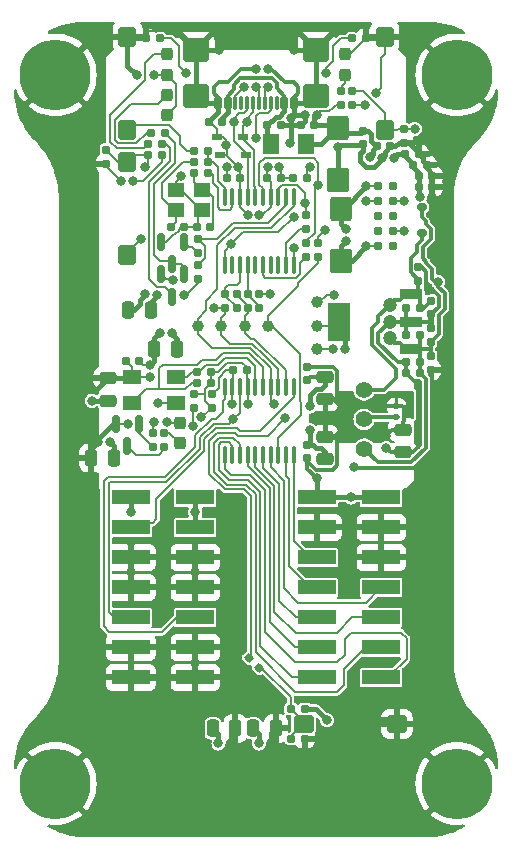
<source format=gbr>
%TF.GenerationSoftware,KiCad,Pcbnew,7.0.10*%
%TF.CreationDate,2024-01-15T20:05:46+01:00*%
%TF.ProjectId,tiny-scarab,74696e79-2d73-4636-9172-61622e6b6963,0.1*%
%TF.SameCoordinates,Original*%
%TF.FileFunction,Copper,L1,Top*%
%TF.FilePolarity,Positive*%
%FSLAX46Y46*%
G04 Gerber Fmt 4.6, Leading zero omitted, Abs format (unit mm)*
G04 Created by KiCad (PCBNEW 7.0.10) date 2024-01-15 20:05:46*
%MOMM*%
%LPD*%
G01*
G04 APERTURE LIST*
G04 Aperture macros list*
%AMRoundRect*
0 Rectangle with rounded corners*
0 $1 Rounding radius*
0 $2 $3 $4 $5 $6 $7 $8 $9 X,Y pos of 4 corners*
0 Add a 4 corners polygon primitive as box body*
4,1,4,$2,$3,$4,$5,$6,$7,$8,$9,$2,$3,0*
0 Add four circle primitives for the rounded corners*
1,1,$1+$1,$2,$3*
1,1,$1+$1,$4,$5*
1,1,$1+$1,$6,$7*
1,1,$1+$1,$8,$9*
0 Add four rect primitives between the rounded corners*
20,1,$1+$1,$2,$3,$4,$5,0*
20,1,$1+$1,$4,$5,$6,$7,0*
20,1,$1+$1,$6,$7,$8,$9,0*
20,1,$1+$1,$8,$9,$2,$3,0*%
G04 Aperture macros list end*
%TA.AperFunction,ComponentPad*%
%ADD10C,6.000000*%
%TD*%
%TA.AperFunction,SMDPad,CuDef*%
%ADD11RoundRect,0.155000X0.212500X0.155000X-0.212500X0.155000X-0.212500X-0.155000X0.212500X-0.155000X0*%
%TD*%
%TA.AperFunction,SMDPad,CuDef*%
%ADD12RoundRect,0.160000X-0.197500X-0.160000X0.197500X-0.160000X0.197500X0.160000X-0.197500X0.160000X0*%
%TD*%
%TA.AperFunction,SMDPad,CuDef*%
%ADD13RoundRect,0.250000X-0.650000X0.800000X-0.650000X-0.800000X0.650000X-0.800000X0.650000X0.800000X0*%
%TD*%
%TA.AperFunction,SMDPad,CuDef*%
%ADD14RoundRect,0.100000X-0.800000X0.950000X-0.800000X-0.950000X0.800000X-0.950000X0.800000X0.950000X0*%
%TD*%
%TA.AperFunction,SMDPad,CuDef*%
%ADD15RoundRect,0.160000X-0.160000X0.197500X-0.160000X-0.197500X0.160000X-0.197500X0.160000X0.197500X0*%
%TD*%
%TA.AperFunction,SMDPad,CuDef*%
%ADD16RoundRect,0.155000X-0.155000X0.212500X-0.155000X-0.212500X0.155000X-0.212500X0.155000X0.212500X0*%
%TD*%
%TA.AperFunction,SMDPad,CuDef*%
%ADD17RoundRect,0.150000X-0.150000X0.587500X-0.150000X-0.587500X0.150000X-0.587500X0.150000X0.587500X0*%
%TD*%
%TA.AperFunction,SMDPad,CuDef*%
%ADD18RoundRect,0.155000X-0.212500X-0.155000X0.212500X-0.155000X0.212500X0.155000X-0.212500X0.155000X0*%
%TD*%
%TA.AperFunction,SMDPad,CuDef*%
%ADD19RoundRect,0.155000X0.155000X-0.212500X0.155000X0.212500X-0.155000X0.212500X-0.155000X-0.212500X0*%
%TD*%
%TA.AperFunction,SMDPad,CuDef*%
%ADD20RoundRect,0.108750X0.191250X-0.108750X0.191250X0.108750X-0.191250X0.108750X-0.191250X-0.108750X0*%
%TD*%
%TA.AperFunction,SMDPad,CuDef*%
%ADD21RoundRect,0.030000X0.370000X0.220000X-0.370000X0.220000X-0.370000X-0.220000X0.370000X-0.220000X0*%
%TD*%
%TA.AperFunction,SMDPad,CuDef*%
%ADD22RoundRect,0.250000X-0.250000X-0.475000X0.250000X-0.475000X0.250000X0.475000X-0.250000X0.475000X0*%
%TD*%
%TA.AperFunction,SMDPad,CuDef*%
%ADD23RoundRect,0.200000X0.550000X-0.625000X0.550000X0.625000X-0.550000X0.625000X-0.550000X-0.625000X0*%
%TD*%
%TA.AperFunction,SMDPad,CuDef*%
%ADD24RoundRect,0.250000X-0.475000X0.250000X-0.475000X-0.250000X0.475000X-0.250000X0.475000X0.250000X0*%
%TD*%
%TA.AperFunction,SMDPad,CuDef*%
%ADD25RoundRect,0.250001X-0.462499X-0.624999X0.462499X-0.624999X0.462499X0.624999X-0.462499X0.624999X0*%
%TD*%
%TA.AperFunction,SMDPad,CuDef*%
%ADD26R,1.900000X0.950000*%
%TD*%
%TA.AperFunction,SMDPad,CuDef*%
%ADD27R,1.900000X3.250000*%
%TD*%
%TA.AperFunction,ComponentPad*%
%ADD28C,1.400000*%
%TD*%
%TA.AperFunction,SMDPad,CuDef*%
%ADD29RoundRect,0.100000X0.100000X-0.637500X0.100000X0.637500X-0.100000X0.637500X-0.100000X-0.637500X0*%
%TD*%
%TA.AperFunction,ConnectorPad*%
%ADD30C,0.787400*%
%TD*%
%TA.AperFunction,SMDPad,CuDef*%
%ADD31RoundRect,0.250000X0.475000X-0.250000X0.475000X0.250000X-0.475000X0.250000X-0.475000X-0.250000X0*%
%TD*%
%TA.AperFunction,SMDPad,CuDef*%
%ADD32C,1.000000*%
%TD*%
%TA.AperFunction,SMDPad,CuDef*%
%ADD33RoundRect,0.250000X0.250000X0.475000X-0.250000X0.475000X-0.250000X-0.475000X0.250000X-0.475000X0*%
%TD*%
%TA.AperFunction,SMDPad,CuDef*%
%ADD34RoundRect,0.160000X-0.252791X0.026517X0.026517X-0.252791X0.252791X-0.026517X-0.026517X0.252791X0*%
%TD*%
%TA.AperFunction,SMDPad,CuDef*%
%ADD35RoundRect,0.160000X0.197500X0.160000X-0.197500X0.160000X-0.197500X-0.160000X0.197500X-0.160000X0*%
%TD*%
%TA.AperFunction,SMDPad,CuDef*%
%ADD36RoundRect,0.237500X-0.237500X0.287500X-0.237500X-0.287500X0.237500X-0.287500X0.237500X0.287500X0*%
%TD*%
%TA.AperFunction,SMDPad,CuDef*%
%ADD37RoundRect,0.200000X-0.550000X0.625000X-0.550000X-0.625000X0.550000X-0.625000X0.550000X0.625000X0*%
%TD*%
%TA.AperFunction,SMDPad,CuDef*%
%ADD38RoundRect,0.160000X0.160000X-0.197500X0.160000X0.197500X-0.160000X0.197500X-0.160000X-0.197500X0*%
%TD*%
%TA.AperFunction,SMDPad,CuDef*%
%ADD39R,1.400000X1.200000*%
%TD*%
%TA.AperFunction,SMDPad,CuDef*%
%ADD40RoundRect,0.200000X-0.625000X-0.550000X0.625000X-0.550000X0.625000X0.550000X-0.625000X0.550000X0*%
%TD*%
%TA.AperFunction,SMDPad,CuDef*%
%ADD41RoundRect,0.237500X0.237500X-0.287500X0.237500X0.287500X-0.237500X0.287500X-0.237500X-0.287500X0*%
%TD*%
%TA.AperFunction,SMDPad,CuDef*%
%ADD42RoundRect,0.157500X-0.257500X0.157500X-0.257500X-0.157500X0.257500X-0.157500X0.257500X0.157500X0*%
%TD*%
%TA.AperFunction,SMDPad,CuDef*%
%ADD43R,3.180000X1.270000*%
%TD*%
%TA.AperFunction,SMDPad,CuDef*%
%ADD44RoundRect,0.100000X-0.100000X0.637500X-0.100000X-0.637500X0.100000X-0.637500X0.100000X0.637500X0*%
%TD*%
%TA.AperFunction,SMDPad,CuDef*%
%ADD45RoundRect,0.150000X0.150000X0.421750X-0.150000X0.421750X-0.150000X-0.421750X0.150000X-0.421750X0*%
%TD*%
%TA.AperFunction,SMDPad,CuDef*%
%ADD46RoundRect,0.150000X0.150000X0.425000X-0.150000X0.425000X-0.150000X-0.425000X0.150000X-0.425000X0*%
%TD*%
%TA.AperFunction,SMDPad,CuDef*%
%ADD47RoundRect,0.075000X0.075000X0.500000X-0.075000X0.500000X-0.075000X-0.500000X0.075000X-0.500000X0*%
%TD*%
%TA.AperFunction,SMDPad,CuDef*%
%ADD48RoundRect,0.250000X0.840000X0.750000X-0.840000X0.750000X-0.840000X-0.750000X0.840000X-0.750000X0*%
%TD*%
%TA.AperFunction,SMDPad,CuDef*%
%ADD49R,1.600200X1.244600*%
%TD*%
%TA.AperFunction,ViaPad*%
%ADD50C,0.800000*%
%TD*%
%TA.AperFunction,ViaPad*%
%ADD51C,1.200000*%
%TD*%
%TA.AperFunction,Conductor*%
%ADD52C,0.300000*%
%TD*%
%TA.AperFunction,Conductor*%
%ADD53C,0.400000*%
%TD*%
%TA.AperFunction,Conductor*%
%ADD54C,0.200000*%
%TD*%
G04 APERTURE END LIST*
D10*
%TO.P,J6,1,Pin_1*%
%TO.N,GND*%
X78250000Y-28495000D03*
%TD*%
D11*
%TO.P,C15,1*%
%TO.N,+3V3*%
X109089000Y-48228250D03*
%TO.P,C15,2*%
%TO.N,GND*%
X107954000Y-48228250D03*
%TD*%
D12*
%TO.P,R15,1*%
%TO.N,/RST_IN*%
X86111750Y-35306000D03*
%TO.P,R15,2*%
%TO.N,+3V3*%
X87306750Y-35306000D03*
%TD*%
D13*
%TO.P,D1,1,A1*%
%TO.N,+5V*%
X102171500Y-32947250D03*
D14*
%TO.P,D1,2,A2*%
%TO.N,GND*%
X102171500Y-37347250D03*
%TD*%
D15*
%TO.P,R8,1*%
%TO.N,/SWCLK_IN*%
X99504500Y-42741250D03*
%TO.P,R8,2*%
%TO.N,/WCH-LinkE-R0-1v3/PB13*%
X99504500Y-43936250D03*
%TD*%
D16*
%TO.P,C27,1*%
%TO.N,VDD*%
X91503500Y-55534750D03*
%TO.P,C27,2*%
%TO.N,GND*%
X91503500Y-56669750D03*
%TD*%
D17*
%TO.P,Q3,1,G*%
%TO.N,Net-(Q3-G)*%
X85309750Y-58022250D03*
%TO.P,Q3,2,S*%
%TO.N,GND*%
X83409750Y-58022250D03*
%TO.P,Q3,3,D*%
%TO.N,Net-(Q3-D)*%
X84359750Y-59897250D03*
%TD*%
D18*
%TO.P,C6,1*%
%TO.N,+5V*%
X107890500Y-35210750D03*
%TO.P,C6,2*%
%TO.N,GND*%
X109025500Y-35210750D03*
%TD*%
D19*
%TO.P,C11,1*%
%TO.N,+5V*%
X110077250Y-51081750D03*
%TO.P,C11,2*%
%TO.N,GND*%
X110077250Y-49946750D03*
%TD*%
D20*
%TO.P,F2,1*%
%TO.N,Net-(SW5-B)*%
X107124500Y-57490500D03*
%TO.P,F2,2*%
%TO.N,VDD*%
X107124500Y-56555500D03*
%TD*%
D21*
%TO.P,D3,1*%
%TO.N,/USB_N*%
X94159250Y-33718500D03*
%TO.P,D3,2*%
%TO.N,GND*%
X91959250Y-33718500D03*
%TD*%
D10*
%TO.P,J8,1,Pin_1*%
%TO.N,GND*%
X78250000Y-88495000D03*
%TD*%
D22*
%TO.P,C18,1*%
%TO.N,+3V3*%
X84425750Y-48387000D03*
%TO.P,C18,2*%
%TO.N,GND*%
X86325750Y-48387000D03*
%TD*%
D16*
%TO.P,C10,1*%
%TO.N,+5V*%
X110077250Y-52328000D03*
%TO.P,C10,2*%
%TO.N,GND*%
X110077250Y-53463000D03*
%TD*%
D23*
%TO.P,SW2,1,1*%
%TO.N,/WCH-LinkE-R0-1v3/IAP*%
X106140250Y-33160000D03*
%TO.P,SW2,2,2*%
%TO.N,GND*%
X106140250Y-25260000D03*
%TD*%
D15*
%TO.P,R12,1*%
%TO.N,/WCH-LinkE-R0-1v3/LED_CON*%
X90328750Y-42360250D03*
%TO.P,R12,2*%
%TO.N,Net-(Q1-G)*%
X90328750Y-43555250D03*
%TD*%
D18*
%TO.P,C28,1*%
%TO.N,VDD*%
X93317250Y-53467000D03*
%TO.P,C28,2*%
%TO.N,GND*%
X94452250Y-53467000D03*
%TD*%
D24*
%TO.P,C31,1*%
%TO.N,VDD*%
X101060250Y-59152750D03*
%TO.P,C31,2*%
%TO.N,GND*%
X101060250Y-61052750D03*
%TD*%
D11*
%TO.P,C13,1*%
%TO.N,+5V*%
X109089000Y-52800250D03*
%TO.P,C13,2*%
%TO.N,GND*%
X107954000Y-52800250D03*
%TD*%
D16*
%TO.P,C33,1*%
%TO.N,VDD*%
X99599750Y-53185250D03*
%TO.P,C33,2*%
%TO.N,GND*%
X99599750Y-54320250D03*
%TD*%
D25*
%TO.P,F1,1*%
%TO.N,/USB/VBUS*%
X96524750Y-34321750D03*
%TO.P,F1,2*%
%TO.N,+5V*%
X99499750Y-34321750D03*
%TD*%
D11*
%TO.P,C24,1*%
%TO.N,GND*%
X89150000Y-41338500D03*
%TO.P,C24,2*%
%TO.N,Net-(C24-Pad2)*%
X88015000Y-41338500D03*
%TD*%
D23*
%TO.P,SW3,1,1*%
%TO.N,/WCH-LinkE-R0-1v3/ModeS*%
X84359750Y-33160000D03*
%TO.P,SW3,2,2*%
%TO.N,GND*%
X84359750Y-25260000D03*
%TD*%
D26*
%TO.P,U1,1,VI*%
%TO.N,+5V*%
X108364750Y-51671250D03*
%TO.P,U1,2,GND*%
%TO.N,GND*%
X108364750Y-49371250D03*
D27*
X102264750Y-49371250D03*
D26*
%TO.P,U1,3,VO*%
%TO.N,+3V3*%
X108364750Y-47071250D03*
%TD*%
D28*
%TO.P,SW5,1,A*%
%TO.N,+3V3*%
X104394000Y-55158000D03*
%TO.P,SW5,2,B*%
%TO.N,Net-(SW5-B)*%
X104394000Y-57658000D03*
%TO.P,SW5,3,C*%
%TO.N,+5V*%
X104394000Y-60158000D03*
%TD*%
D11*
%TO.P,C42,1*%
%TO.N,GND*%
X91404250Y-53625750D03*
%TO.P,C42,2*%
%TO.N,/XO*%
X90269250Y-53625750D03*
%TD*%
D18*
%TO.P,C8,1*%
%TO.N,+5V*%
X109033500Y-37052250D03*
%TO.P,C8,2*%
%TO.N,GND*%
X110168500Y-37052250D03*
%TD*%
D29*
%TO.P,U2,1,NRST*%
%TO.N,/RST_IN*%
X92579000Y-44582000D03*
%TO.P,U2,2,PA5*%
%TO.N,unconnected-(U2-PA5-Pad2)*%
X93229000Y-44582000D03*
%TO.P,U2,3,PB10*%
%TO.N,Net-(U2-PB10)*%
X93879000Y-44582000D03*
%TO.P,U2,4,PB11*%
%TO.N,Net-(U2-PB11)*%
X94529000Y-44582000D03*
%TO.P,U2,5,PB12*%
%TO.N,unconnected-(U2-PB12-Pad5)*%
X95179000Y-44582000D03*
%TO.P,U2,6,PB13*%
%TO.N,/WCH-LinkE-R0-1v3/PB13*%
X95829000Y-44582000D03*
%TO.P,U2,7,PB14*%
%TO.N,unconnected-(U2-PB14-Pad7)*%
X96479000Y-44582000D03*
%TO.P,U2,8,PB15*%
%TO.N,unconnected-(U2-PB15-Pad8)*%
X97129000Y-44582000D03*
%TO.P,U2,9,PC6*%
%TO.N,/WCH-LinkE-R0-1v3/PC6*%
X97779000Y-44582000D03*
%TO.P,U2,10,PC7*%
%TO.N,/WCH-LinkE-R0-1v3/IAP*%
X98429000Y-44582000D03*
%TO.P,U2,11,PC8*%
%TO.N,/RST_OUT*%
X98429000Y-38857000D03*
%TO.P,U2,12,PC9*%
%TO.N,/WCH-LinkE-R0-1v3/LED_CON*%
X97779000Y-38857000D03*
%TO.P,U2,13,PA9*%
%TO.N,/SWDIO_IN*%
X97129000Y-38857000D03*
%TO.P,U2,14,VDD*%
%TO.N,+3V3*%
X96479000Y-38857000D03*
%TO.P,U2,15,PA14*%
%TO.N,/SWCLK_IN*%
X95829000Y-38857000D03*
%TO.P,U2,16,PB6*%
%TO.N,/USB_N*%
X95179000Y-38857000D03*
%TO.P,U2,17,PB7*%
%TO.N,/USB_P*%
X94529000Y-38857000D03*
%TO.P,U2,18,GND*%
%TO.N,GND*%
X93879000Y-38857000D03*
%TO.P,U2,19,PD0*%
%TO.N,/WCH-LinkE-R0-1v3/PD0*%
X93229000Y-38857000D03*
%TO.P,U2,20,PD1*%
%TO.N,/WCH-LinkE-R0-1v3/PD1*%
X92579000Y-38857000D03*
%TD*%
D19*
%TO.P,C26,1*%
%TO.N,VDD*%
X90011250Y-56669750D03*
%TO.P,C26,2*%
%TO.N,GND*%
X90011250Y-55534750D03*
%TD*%
D10*
%TO.P,J7,1,Pin_1*%
%TO.N,GND*%
X112250000Y-88495000D03*
%TD*%
D11*
%TO.P,C12,1*%
%TO.N,+5V*%
X109089000Y-53721000D03*
%TO.P,C12,2*%
%TO.N,GND*%
X107954000Y-53721000D03*
%TD*%
%TO.P,C41,1*%
%TO.N,GND*%
X91404250Y-54546500D03*
%TO.P,C41,2*%
%TO.N,/XI*%
X90269250Y-54546500D03*
%TD*%
D13*
%TO.P,D2,1,A1*%
%TO.N,+5V*%
X102425500Y-39837000D03*
D14*
%TO.P,D2,2,A2*%
%TO.N,GND*%
X102425500Y-44237000D03*
%TD*%
D19*
%TO.P,C17,1*%
%TO.N,+3V3*%
X108997750Y-45906500D03*
%TO.P,C17,2*%
%TO.N,GND*%
X108997750Y-44771500D03*
%TD*%
D30*
%TO.P,J2,1,5V*%
%TO.N,+5V*%
X105568750Y-37909500D03*
%TO.P,J2,2,RST*%
%TO.N,/RST_IN*%
X105568750Y-39179500D03*
%TO.P,J2,3,3V3*%
%TO.N,unconnected-(J2-3V3-Pad3)*%
X105568750Y-40449500D03*
%TO.P,J2,4,TDI*%
%TO.N,unconnected-(J2-TDI-Pad4)*%
X105568750Y-41719500D03*
%TO.P,J2,5,GND*%
%TO.N,GND*%
X105568750Y-42989500D03*
%TO.P,J2,6,TDO*%
%TO.N,unconnected-(J2-TDO-Pad6)*%
X106838750Y-42989500D03*
%TO.P,J2,7,TMS/SWDIO*%
%TO.N,/SWDIO_IN*%
X106838750Y-41719500D03*
%TO.P,J2,8,TX*%
%TO.N,unconnected-(J2-TX-Pad8)*%
X106838750Y-40449500D03*
%TO.P,J2,9,TCK/SWCLK*%
%TO.N,/SWCLK_IN*%
X106838750Y-39179500D03*
%TO.P,J2,10,RX*%
%TO.N,unconnected-(J2-RX-Pad10)*%
X106838750Y-37909500D03*
%TD*%
D18*
%TO.P,C29,1*%
%TO.N,Net-(C29-Pad1)*%
X98238500Y-84709000D03*
%TO.P,C29,2*%
%TO.N,GND*%
X99373500Y-84709000D03*
%TD*%
D15*
%TO.P,R5,1*%
%TO.N,/TX*%
X95504000Y-47027500D03*
%TO.P,R5,2*%
%TO.N,Net-(U2-PB11)*%
X95504000Y-48222500D03*
%TD*%
D31*
%TO.P,C37,1*%
%TO.N,VDD*%
X82708750Y-56068000D03*
%TO.P,C37,2*%
%TO.N,GND*%
X82708750Y-54168000D03*
%TD*%
D18*
%TO.P,C5,1*%
%TO.N,+5V*%
X105445750Y-34544000D03*
%TO.P,C5,2*%
%TO.N,GND*%
X106580750Y-34544000D03*
%TD*%
D32*
%TO.P,TP5,1,1*%
%TO.N,/RST_OUT*%
X90297000Y-49720500D03*
%TD*%
D33*
%TO.P,C38,1*%
%TO.N,VDD*%
X83182500Y-60928250D03*
%TO.P,C38,2*%
%TO.N,GND*%
X81282500Y-60928250D03*
%TD*%
D32*
%TO.P,TP6,1,1*%
%TO.N,/TX*%
X92297250Y-49720500D03*
%TD*%
D18*
%TO.P,C20,1*%
%TO.N,+3V3*%
X96206500Y-37179250D03*
%TO.P,C20,2*%
%TO.N,GND*%
X97341500Y-37179250D03*
%TD*%
D15*
%TO.P,R7,1*%
%TO.N,/RX*%
X93599000Y-47027500D03*
%TO.P,R7,2*%
%TO.N,Net-(U2-PB10)*%
X93599000Y-48222500D03*
%TD*%
D34*
%TO.P,R22,1*%
%TO.N,/RST_OUT*%
X94668754Y-77841254D03*
%TO.P,R22,2*%
%TO.N,Net-(C29-Pad1)*%
X95513746Y-78686246D03*
%TD*%
D24*
%TO.P,C32,1*%
%TO.N,VDD*%
X107664250Y-58549500D03*
%TO.P,C32,2*%
%TO.N,GND*%
X107664250Y-60449500D03*
%TD*%
D18*
%TO.P,C9,1*%
%TO.N,+5V*%
X109033500Y-37973000D03*
%TO.P,C9,2*%
%TO.N,GND*%
X110168500Y-37973000D03*
%TD*%
D35*
%TO.P,R13,1*%
%TO.N,Net-(Q1-D)*%
X87529000Y-33401000D03*
%TO.P,R13,2*%
%TO.N,Net-(LED2-K)*%
X86334000Y-33401000D03*
%TD*%
%TO.P,R14,1*%
%TO.N,Net-(Q2-D)*%
X87306750Y-34353500D03*
%TO.P,R14,2*%
%TO.N,Net-(LED3-K)*%
X86111750Y-34353500D03*
%TD*%
D32*
%TO.P,TP1,1,1*%
%TO.N,+5V*%
X100393500Y-51720750D03*
%TD*%
D36*
%TO.P,LED3,1,K*%
%TO.N,Net-(LED3-K)*%
X87693500Y-26747500D03*
%TO.P,LED3,2,A*%
%TO.N,+3V3*%
X87693500Y-28497500D03*
%TD*%
%TO.P,LED1,1,K*%
%TO.N,GND*%
X102806500Y-26747500D03*
%TO.P,LED1,2,A*%
%TO.N,Net-(LED1-A)*%
X102806500Y-28497500D03*
%TD*%
D11*
%TO.P,C36,1*%
%TO.N,VDD*%
X85371750Y-52705000D03*
%TO.P,C36,2*%
%TO.N,GND*%
X84236750Y-52705000D03*
%TD*%
D17*
%TO.P,Q1,1,G*%
%TO.N,Net-(Q1-G)*%
X89119750Y-42655250D03*
%TO.P,Q1,2,S*%
%TO.N,GND*%
X87219750Y-42655250D03*
%TO.P,Q1,3,D*%
%TO.N,Net-(Q1-D)*%
X88169750Y-44530250D03*
%TD*%
D37*
%TO.P,SW1,1,1*%
%TO.N,/RST_IN*%
X84359750Y-35864500D03*
%TO.P,SW1,2,2*%
%TO.N,GND*%
X84359750Y-43764500D03*
%TD*%
D22*
%TO.P,C40,1*%
%TO.N,VDD*%
X95030250Y-83820000D03*
%TO.P,C40,2*%
%TO.N,GND*%
X96930250Y-83820000D03*
%TD*%
D38*
%TO.P,R4,1*%
%TO.N,/TX*%
X92646500Y-48222500D03*
%TO.P,R4,2*%
%TO.N,Net-(U2-PB10)*%
X92646500Y-47027500D03*
%TD*%
D12*
%TO.P,R18,1*%
%TO.N,Net-(C24-Pad2)*%
X89953500Y-35877500D03*
%TO.P,R18,2*%
%TO.N,/WCH-LinkE-R0-1v3/PD1*%
X91148500Y-35877500D03*
%TD*%
D11*
%TO.P,C21,1*%
%TO.N,+3V3*%
X99532250Y-37179250D03*
%TO.P,C21,2*%
%TO.N,GND*%
X98397250Y-37179250D03*
%TD*%
D19*
%TO.P,C34,1*%
%TO.N,VDD*%
X99599750Y-60956000D03*
%TO.P,C34,2*%
%TO.N,GND*%
X99599750Y-59821000D03*
%TD*%
D10*
%TO.P,J5,1,Pin_1*%
%TO.N,GND*%
X112250000Y-28495000D03*
%TD*%
D38*
%TO.P,R6,1*%
%TO.N,/RX*%
X94551500Y-48222500D03*
%TO.P,R6,2*%
%TO.N,Net-(U2-PB11)*%
X94551500Y-47027500D03*
%TD*%
D32*
%TO.P,TP4,1,1*%
%TO.N,/SWDIO_OUT*%
X96297750Y-49720500D03*
%TD*%
D31*
%TO.P,C30,1*%
%TO.N,VDD*%
X101060250Y-55972750D03*
%TO.P,C30,2*%
%TO.N,GND*%
X101060250Y-54072750D03*
%TD*%
D38*
%TO.P,R3,1*%
%TO.N,+5V*%
X102425500Y-31014000D03*
%TO.P,R3,2*%
%TO.N,Net-(LED1-A)*%
X102425500Y-29819000D03*
%TD*%
D15*
%TO.P,R25,1*%
%TO.N,Net-(LED4-K)*%
X87471250Y-58806750D03*
%TO.P,R25,2*%
%TO.N,Net-(Q3-D)*%
X87471250Y-60001750D03*
%TD*%
D35*
%TO.P,R2,1*%
%TO.N,/USB/CC2*%
X87148000Y-25400000D03*
%TO.P,R2,2*%
%TO.N,GND*%
X85953000Y-25400000D03*
%TD*%
D39*
%TO.P,XTAL1,1,1*%
%TO.N,Net-(C25-Pad2)*%
X90635000Y-38266000D03*
%TO.P,XTAL1,2,2*%
%TO.N,GND*%
X88435000Y-38266000D03*
%TO.P,XTAL1,3,3*%
%TO.N,Net-(C24-Pad2)*%
X88435000Y-39966000D03*
%TO.P,XTAL1,4,4*%
%TO.N,GND*%
X90635000Y-39966000D03*
%TD*%
D18*
%TO.P,C7,1*%
%TO.N,+5V*%
X108557250Y-36131500D03*
%TO.P,C7,2*%
%TO.N,GND*%
X109692250Y-36131500D03*
%TD*%
D35*
%TO.P,R17,1*%
%TO.N,/WCH-LinkE-R0-1v3/PD1*%
X91148500Y-34925000D03*
%TO.P,R17,2*%
%TO.N,/WCH-LinkE-R0-1v3/ModeS*%
X89953500Y-34925000D03*
%TD*%
D22*
%TO.P,C35,1*%
%TO.N,VDD*%
X86648250Y-51720750D03*
%TO.P,C35,2*%
%TO.N,GND*%
X88548250Y-51720750D03*
%TD*%
D38*
%TO.P,R24,1*%
%TO.N,Net-(Q3-G)*%
X86518750Y-60001750D03*
%TO.P,R24,2*%
%TO.N,/PD0*%
X86518750Y-58806750D03*
%TD*%
D40*
%TO.P,SW4,1,1*%
%TO.N,Net-(C29-Pad1)*%
X99269250Y-83439000D03*
%TO.P,SW4,2,2*%
%TO.N,GND*%
X107169250Y-83439000D03*
%TD*%
D41*
%TO.P,LED4,1,K*%
%TO.N,Net-(LED4-K)*%
X88773000Y-59676000D03*
%TO.P,LED4,2,A*%
%TO.N,+5V*%
X88773000Y-57926000D03*
%TD*%
D17*
%TO.P,Q2,1,G*%
%TO.N,Net-(Q1-D)*%
X89119750Y-45385750D03*
%TO.P,Q2,2,S*%
%TO.N,GND*%
X87219750Y-45385750D03*
%TO.P,Q2,3,D*%
%TO.N,Net-(Q2-D)*%
X88169750Y-47260750D03*
%TD*%
D22*
%TO.P,C39,1*%
%TO.N,VDD*%
X91601250Y-83820000D03*
%TO.P,C39,2*%
%TO.N,GND*%
X93501250Y-83820000D03*
%TD*%
D12*
%TO.P,R1,1*%
%TO.N,/USB/CC1*%
X103352000Y-25400000D03*
%TO.P,R1,2*%
%TO.N,GND*%
X104547000Y-25400000D03*
%TD*%
D42*
%TO.P,D5,1,K*%
%TO.N,+5V*%
X109283500Y-39683750D03*
%TO.P,D5,2,A*%
%TO.N,+3V3*%
X109283500Y-41913750D03*
%TD*%
D11*
%TO.P,C14,1*%
%TO.N,+5V*%
X109089000Y-50514250D03*
%TO.P,C14,2*%
%TO.N,GND*%
X107954000Y-50514250D03*
%TD*%
D15*
%TO.P,R11,1*%
%TO.N,/WCH-LinkE-R0-1v3/LED_CON*%
X90328750Y-44582750D03*
%TO.P,R11,2*%
%TO.N,+3V3*%
X90328750Y-45777750D03*
%TD*%
D38*
%TO.P,R10,1*%
%TO.N,/WCH-LinkE-R0-1v3/PC6*%
X99504500Y-41555000D03*
%TO.P,R10,2*%
%TO.N,/SWDIO_IN*%
X99504500Y-40360000D03*
%TD*%
D18*
%TO.P,C2,1*%
%TO.N,GND*%
X91253500Y-32448500D03*
%TO.P,C2,2*%
%TO.N,/USB/VBUS*%
X92388500Y-32448500D03*
%TD*%
%TO.P,C19,1*%
%TO.N,+3V3*%
X92745750Y-37179250D03*
%TO.P,C19,2*%
%TO.N,GND*%
X93880750Y-37179250D03*
%TD*%
D43*
%TO.P,J4,1,Pin_1*%
%TO.N,VDD*%
X100394000Y-64262000D03*
%TO.P,J4,2,Pin_2*%
X105854000Y-64262000D03*
%TO.P,J4,3,Pin_3*%
%TO.N,GND*%
X100394000Y-66802000D03*
%TO.P,J4,4,Pin_4*%
X105854000Y-66802000D03*
%TO.P,J4,5,Pin_5*%
%TO.N,/PD3*%
X100394000Y-69342000D03*
%TO.P,J4,6,Pin_6*%
%TO.N,GND*%
X105854000Y-69342000D03*
%TO.P,J4,7,Pin_7*%
%TO.N,/PD2*%
X100394000Y-71882000D03*
%TO.P,J4,8,Pin_8*%
%TO.N,/PC7*%
X105854000Y-71882000D03*
%TO.P,J4,9,Pin_9*%
%TO.N,/PC6*%
X100394000Y-74422000D03*
%TO.P,J4,10,Pin_10*%
%TO.N,/PC5*%
X105854000Y-74422000D03*
%TO.P,J4,11,Pin_11*%
%TO.N,/PC4*%
X100394000Y-76962000D03*
%TO.P,J4,12,Pin_12*%
%TO.N,/PC3*%
X105854000Y-76962000D03*
%TO.P,J4,13,Pin_13*%
%TO.N,/PC2*%
X100394000Y-79502000D03*
%TO.P,J4,14,Pin_14*%
%TO.N,/PC1*%
X105854000Y-79502000D03*
%TD*%
D32*
%TO.P,TP2,1,1*%
%TO.N,GND*%
X100425250Y-49720500D03*
%TD*%
D44*
%TO.P,U3,1,PD4*%
%TO.N,/PD4*%
X98429000Y-54922500D03*
%TO.P,U3,2,PD5*%
%TO.N,/RX*%
X97779000Y-54922500D03*
%TO.P,U3,3,PD6*%
%TO.N,/TX*%
X97129000Y-54922500D03*
%TO.P,U3,4,PD7*%
%TO.N,/RST_OUT*%
X96479000Y-54922500D03*
%TO.P,U3,5,PA1*%
%TO.N,/XI*%
X95829000Y-54922500D03*
%TO.P,U3,6,PA2*%
%TO.N,/XO*%
X95179000Y-54922500D03*
%TO.P,U3,7,VSS*%
%TO.N,GND*%
X94529000Y-54922500D03*
%TO.P,U3,8,PD0*%
%TO.N,/PD0*%
X93879000Y-54922500D03*
%TO.P,U3,9,VDD*%
%TO.N,VDD*%
X93229000Y-54922500D03*
%TO.P,U3,10,PC0*%
%TO.N,/PC0*%
X92579000Y-54922500D03*
%TO.P,U3,11,PC1*%
%TO.N,/PC1*%
X92579000Y-60647500D03*
%TO.P,U3,12,PC2*%
%TO.N,/PC2*%
X93229000Y-60647500D03*
%TO.P,U3,13,PC3*%
%TO.N,/PC3*%
X93879000Y-60647500D03*
%TO.P,U3,14,PC4*%
%TO.N,/PC4*%
X94529000Y-60647500D03*
%TO.P,U3,15,PC5*%
%TO.N,/PC5*%
X95179000Y-60647500D03*
%TO.P,U3,16,PC6*%
%TO.N,/PC6*%
X95829000Y-60647500D03*
%TO.P,U3,17,PC7*%
%TO.N,/PC7*%
X96479000Y-60647500D03*
%TO.P,U3,18,PD1*%
%TO.N,/SWDIO_OUT*%
X97129000Y-60647500D03*
%TO.P,U3,19,PD2*%
%TO.N,/PD2*%
X97779000Y-60647500D03*
%TO.P,U3,20,PD3*%
%TO.N,/PD3*%
X98429000Y-60647500D03*
%TD*%
D11*
%TO.P,C1,1*%
%TO.N,GND*%
X97341500Y-32734250D03*
%TO.P,C1,2*%
%TO.N,/USB/VBUS*%
X96206500Y-32734250D03*
%TD*%
D21*
%TO.P,D4,1*%
%TO.N,/USB_P*%
X94381500Y-35242500D03*
%TO.P,D4,2*%
%TO.N,GND*%
X92181500Y-35242500D03*
%TD*%
D45*
%TO.P,J1,A1,GND*%
%TO.N,GND*%
X98450000Y-30861250D03*
D46*
%TO.P,J1,A4,VBUS*%
%TO.N,/USB/VBUS*%
X97650000Y-30858000D03*
D47*
%TO.P,J1,A5,CC1*%
%TO.N,/USB/CC1*%
X96500000Y-30858000D03*
%TO.P,J1,A6,D+*%
%TO.N,/USB_P*%
X95500000Y-30858000D03*
%TO.P,J1,A7,D-*%
%TO.N,/USB_N*%
X95000000Y-30858000D03*
%TO.P,J1,A8,SBU1*%
%TO.N,unconnected-(J1-SBU1-PadA8)*%
X94000000Y-30858000D03*
D46*
%TO.P,J1,A9,VBUS*%
%TO.N,/USB/VBUS*%
X92850000Y-30858000D03*
D45*
%TO.P,J1,A12,GND*%
%TO.N,GND*%
X92050000Y-30861250D03*
%TO.P,J1,B1,GND*%
X92050000Y-30861250D03*
D46*
%TO.P,J1,B4,VBUS*%
%TO.N,/USB/VBUS*%
X92850000Y-30858000D03*
D47*
%TO.P,J1,B5,CC2*%
%TO.N,/USB/CC2*%
X93500000Y-30858000D03*
%TO.P,J1,B6,D+*%
%TO.N,/USB_P*%
X94500000Y-30858000D03*
%TO.P,J1,B7,D-*%
%TO.N,/USB_N*%
X96000000Y-30858000D03*
%TO.P,J1,B8,SBU2*%
%TO.N,unconnected-(J1-SBU2-PadB8)*%
X97000000Y-30858000D03*
D46*
%TO.P,J1,B9,VBUS*%
%TO.N,/USB/VBUS*%
X97650000Y-30858000D03*
D45*
%TO.P,J1,B12,GND*%
%TO.N,GND*%
X98450000Y-30861250D03*
D48*
%TO.P,J1,S1,SHIELD*%
X100360000Y-30283000D03*
X100360000Y-26353000D03*
X90140000Y-30283000D03*
X90140000Y-26353000D03*
%TD*%
D11*
%TO.P,C3,1*%
%TO.N,+5V*%
X100167250Y-32734250D03*
%TO.P,C3,2*%
%TO.N,GND*%
X99032250Y-32734250D03*
%TD*%
D32*
%TO.P,TP3,1,1*%
%TO.N,+3V3*%
X100425250Y-47720250D03*
%TD*%
D16*
%TO.P,C4,1*%
%TO.N,+5V*%
X104267000Y-33246250D03*
%TO.P,C4,2*%
%TO.N,GND*%
X104267000Y-34381250D03*
%TD*%
D18*
%TO.P,C25,1*%
%TO.N,GND*%
X90237500Y-41338500D03*
%TO.P,C25,2*%
%TO.N,Net-(C25-Pad2)*%
X91372500Y-41338500D03*
%TD*%
D12*
%TO.P,R23,1*%
%TO.N,Net-(C29-Pad1)*%
X98176750Y-82169000D03*
%TO.P,R23,2*%
%TO.N,VDD*%
X99371750Y-82169000D03*
%TD*%
D16*
%TO.P,C16,1*%
%TO.N,+3V3*%
X110077250Y-47629000D03*
%TO.P,C16,2*%
%TO.N,GND*%
X110077250Y-48764000D03*
%TD*%
D12*
%TO.P,R19,1*%
%TO.N,Net-(C25-Pad2)*%
X89953500Y-36830000D03*
%TO.P,R19,2*%
%TO.N,/WCH-LinkE-R0-1v3/PD0*%
X91148500Y-36830000D03*
%TD*%
D38*
%TO.P,R9,1*%
%TO.N,/SWDIO_OUT*%
X100457000Y-43936250D03*
%TO.P,R9,2*%
%TO.N,/SWDIO_IN*%
X100457000Y-42741250D03*
%TD*%
D32*
%TO.P,TP7,1,1*%
%TO.N,/RX*%
X94297500Y-49720500D03*
%TD*%
D16*
%TO.P,C22,1*%
%TO.N,/RST_IN*%
X82518250Y-34865500D03*
%TO.P,C22,2*%
%TO.N,GND*%
X82518250Y-36000500D03*
%TD*%
D15*
%TO.P,R16,1*%
%TO.N,/WCH-LinkE-R0-1v3/IAP*%
X103409750Y-29819000D03*
%TO.P,R16,2*%
%TO.N,+3V3*%
X103409750Y-31014000D03*
%TD*%
D16*
%TO.P,C23,1*%
%TO.N,/WCH-LinkE-R0-1v3/IAP*%
X107759500Y-33087500D03*
%TO.P,C23,2*%
%TO.N,GND*%
X107759500Y-34222500D03*
%TD*%
D49*
%TO.P,XTAL2,1,1*%
%TO.N,/XO*%
X88463999Y-54049750D03*
%TO.P,XTAL2,2,2*%
%TO.N,GND*%
X84764001Y-54049750D03*
%TO.P,XTAL2,3,3*%
%TO.N,/XI*%
X84764001Y-56249750D03*
%TO.P,XTAL2,4,4*%
%TO.N,GND*%
X88463999Y-56249750D03*
%TD*%
D36*
%TO.P,LED2,1,K*%
%TO.N,Net-(LED2-K)*%
X87693500Y-30176500D03*
%TO.P,LED2,2,A*%
%TO.N,+3V3*%
X87693500Y-31926500D03*
%TD*%
D43*
%TO.P,J3,1,Pin_1*%
%TO.N,VDD*%
X84646000Y-64262000D03*
%TO.P,J3,2,Pin_2*%
X90106000Y-64262000D03*
%TO.P,J3,3,Pin_3*%
%TO.N,/PD4*%
X84646000Y-66802000D03*
%TO.P,J3,4,Pin_4*%
%TO.N,VDD*%
X90106000Y-66802000D03*
%TO.P,J3,5,Pin_5*%
%TO.N,GND*%
X84646000Y-69342000D03*
%TO.P,J3,6,Pin_6*%
X90106000Y-69342000D03*
%TO.P,J3,7,Pin_7*%
X84646000Y-71882000D03*
%TO.P,J3,8,Pin_8*%
X90106000Y-71882000D03*
%TO.P,J3,9,Pin_9*%
%TO.N,/PD0*%
X84646000Y-74422000D03*
%TO.P,J3,10,Pin_10*%
%TO.N,/PC0*%
X90106000Y-74422000D03*
%TO.P,J3,11,Pin_11*%
%TO.N,GND*%
X84646000Y-76962000D03*
%TO.P,J3,12,Pin_12*%
X90106000Y-76962000D03*
%TO.P,J3,13,Pin_13*%
X84646000Y-79502000D03*
%TO.P,J3,14,Pin_14*%
X90106000Y-79502000D03*
%TD*%
D50*
%TO.N,+5V*%
X104584500Y-37909500D03*
X104886936Y-35470107D03*
X87675528Y-57850000D03*
X109108999Y-38863923D03*
X100377483Y-31883201D03*
X102874993Y-41545010D03*
X101758750Y-51720750D03*
D51*
X106553000Y-50770753D03*
D50*
X106918002Y-35494941D03*
X110664321Y-45999390D03*
%TO.N,GND*%
X92075000Y-24479250D03*
X111442500Y-79375000D03*
X98171000Y-32162750D03*
X103505000Y-61722000D03*
X86931500Y-56229250D03*
X111442500Y-73025000D03*
X110109000Y-38862000D03*
X78422500Y-36004500D03*
X111569500Y-37973000D03*
X108267500Y-68072000D03*
X85464000Y-42418000D03*
X87376000Y-71882000D03*
X84645502Y-70612000D03*
X95250000Y-28003500D03*
X93757750Y-36258500D03*
X81851500Y-59563000D03*
X99788541Y-58570478D03*
X79057500Y-69850000D03*
X105425875Y-29987875D03*
X79057500Y-79375000D03*
X94535751Y-40325322D03*
X77152500Y-33972500D03*
X102870000Y-42545000D03*
X87344250Y-76930250D03*
X98488500Y-24479250D03*
X103314500Y-66802000D03*
X79057500Y-73025000D03*
X79057500Y-60325000D03*
X105918000Y-35494403D03*
X111442500Y-57150000D03*
X81343500Y-55067997D03*
X102203250Y-34597250D03*
X104584500Y-42989500D03*
X86866099Y-47123194D03*
X111442500Y-60325000D03*
X90106496Y-78263750D03*
X96551750Y-85090000D03*
X98107500Y-34290000D03*
X79057500Y-57150000D03*
X84645500Y-68072002D03*
X87312500Y-79533750D03*
X79057500Y-66675000D03*
X92075000Y-26352500D03*
X83788250Y-37465000D03*
X96266000Y-28003500D03*
X111442500Y-69850000D03*
X99377500Y-31877000D03*
X108902500Y-83502500D03*
X99789253Y-56554574D03*
X79057500Y-82550000D03*
X86296500Y-54049750D03*
X113093500Y-34321750D03*
X111442500Y-53975000D03*
X85153500Y-28511020D03*
X102758753Y-51720750D03*
X93091000Y-85090000D03*
X107950000Y-24479250D03*
X92709986Y-34448750D03*
X88187124Y-45867749D03*
X94586250Y-56356250D03*
X97218500Y-36290250D03*
X111474250Y-63500000D03*
X107315000Y-85090000D03*
X79057500Y-53975000D03*
X84409750Y-58007250D03*
X112045750Y-36131500D03*
X90608676Y-57493490D03*
X90106000Y-80962000D03*
X79089250Y-76200000D03*
X90106500Y-70612000D03*
X88900000Y-37052258D03*
X103187500Y-82232500D03*
X82232500Y-24479250D03*
X79089250Y-63500000D03*
X88090253Y-50355500D03*
X98488500Y-26352500D03*
X106267250Y-60055003D03*
X111474250Y-76200000D03*
D51*
X106553000Y-49371250D03*
D50*
X109914910Y-46661500D03*
X111442500Y-66675000D03*
X111442500Y-82550000D03*
X103346250Y-69342000D03*
%TO.N,+3V3*%
X101822250Y-47085250D03*
X99815112Y-36302838D03*
X96218537Y-36281385D03*
X95535756Y-40322500D03*
X92757748Y-36257704D03*
X86585250Y-28511020D03*
X85867761Y-47065526D03*
D51*
X106553000Y-47971747D03*
D50*
X89153994Y-47135500D03*
X104457500Y-31019750D03*
X84838253Y-37465000D03*
%TO.N,/RST_IN*%
X104584500Y-39179500D03*
X93122750Y-42830750D03*
X85852000Y-36258500D03*
X98440819Y-40528819D03*
%TO.N,/WCH-LinkE-R0-1v3/IAP*%
X108680250Y-33051750D03*
X98479000Y-43152509D03*
%TO.N,/TX*%
X91725750Y-48228250D03*
X96424750Y-47021750D03*
%TO.N,/RST_OUT*%
X96742250Y-56388000D03*
X97720044Y-57556294D03*
%TO.N,/USB/CC1*%
X95212250Y-33858512D03*
X101160000Y-28321004D03*
%TO.N,/USB_P*%
X95250000Y-29527500D03*
X93382746Y-32510719D03*
%TO.N,/USB_N*%
X96266000Y-29527495D03*
X94441058Y-32512443D03*
%TO.N,/USB/CC2*%
X89340000Y-28321000D03*
X94234000Y-29527498D03*
%TO.N,/SWCLK_IN*%
X107759500Y-39179500D03*
X100520500Y-37846000D03*
%TO.N,/SWDIO_IN*%
X101060250Y-41624250D03*
X99409250Y-39370000D03*
X107759500Y-41719500D03*
%TO.N,VDD*%
X101250750Y-83121500D03*
X84645500Y-65531998D03*
X86296500Y-53049747D03*
X106267250Y-59055000D03*
X87090250Y-50355500D03*
X103320750Y-64260717D03*
X90106502Y-65532000D03*
X95520553Y-85090000D03*
X102584250Y-56451500D03*
X93186250Y-56356250D03*
X100393500Y-62611000D03*
X82851503Y-59563000D03*
X81343500Y-56068000D03*
X89901568Y-58200599D03*
X102572756Y-58653744D03*
X92059803Y-85090000D03*
%TO.N,/PD0*%
X86582250Y-57850000D03*
X93313250Y-57658000D03*
%TD*%
D52*
%TO.N,+5V*%
X106963247Y-51181000D02*
X106553000Y-50770753D01*
X110077250Y-51081750D02*
X110737250Y-50421750D01*
D53*
X108557250Y-36131500D02*
X108557250Y-36294250D01*
X104267000Y-33246250D02*
X104747250Y-33246250D01*
D52*
X110059500Y-51671250D02*
X108364750Y-51671250D01*
D53*
X99499750Y-34321750D02*
X100765250Y-34321750D01*
X108557250Y-36040250D02*
X107890500Y-35373500D01*
X105156000Y-34833750D02*
X105156000Y-35201043D01*
X104990250Y-34088500D02*
X105445750Y-34544000D01*
D54*
X100377483Y-31883201D02*
X100677684Y-31583000D01*
X88773000Y-57926000D02*
X87751528Y-57926000D01*
D53*
X100167250Y-32734250D02*
X100167250Y-32093434D01*
D52*
X107442000Y-51181000D02*
X106963247Y-51181000D01*
D53*
X108557250Y-36131500D02*
X108557250Y-36040250D01*
D52*
X109601000Y-41094174D02*
X110048500Y-41541674D01*
D54*
X101434744Y-31583000D02*
X101750000Y-31267744D01*
D52*
X111237250Y-48311106D02*
X111237250Y-46995920D01*
X110077250Y-51689000D02*
X110059500Y-51671250D01*
X109283500Y-40544750D02*
X109601000Y-40862250D01*
X109283500Y-39683750D02*
X109283500Y-40544750D01*
D53*
X109033500Y-38788424D02*
X109108999Y-38863923D01*
X102593500Y-33369250D02*
X104144000Y-33369250D01*
X102657000Y-39837000D02*
X104584500Y-37909500D01*
X105156000Y-35201043D02*
X104886936Y-35470107D01*
D54*
X87751528Y-57926000D02*
X87675528Y-57850000D01*
D53*
X104144000Y-33369250D02*
X104267000Y-33246250D01*
X104747250Y-33246250D02*
X104990250Y-33489250D01*
D54*
X101986750Y-31014000D02*
X102425500Y-31014000D01*
X101750000Y-31267744D02*
X101750000Y-31250750D01*
D53*
X101990250Y-32734250D02*
X100167250Y-32734250D01*
X100167250Y-32770000D02*
X100167250Y-32734250D01*
D52*
X109632750Y-60061456D02*
X108394706Y-61299500D01*
X110157750Y-44934644D02*
X110157750Y-45783500D01*
D53*
X100765250Y-34321750D02*
X102171500Y-32915500D01*
X104990250Y-33489250D02*
X104990250Y-34088500D01*
X102425500Y-39837000D02*
X102425500Y-41095517D01*
D52*
X110737250Y-50421750D02*
X110737250Y-48811106D01*
D54*
X105568750Y-37909500D02*
X104584500Y-37909500D01*
D52*
X107932250Y-51671250D02*
X107442000Y-51181000D01*
D53*
X109033500Y-37052250D02*
X109033500Y-37973000D01*
D52*
X109657750Y-44316250D02*
X109657750Y-44434644D01*
D53*
X109033500Y-36770500D02*
X109033500Y-37052250D01*
X107202193Y-35210750D02*
X106918002Y-35494941D01*
X102425500Y-39837000D02*
X102657000Y-39837000D01*
D52*
X110664321Y-46422991D02*
X110664321Y-45999390D01*
X110737250Y-48811106D02*
X111237250Y-48311106D01*
D54*
X100677684Y-31583000D02*
X101434744Y-31583000D01*
D52*
X110077250Y-51689000D02*
X110077250Y-51081750D01*
D53*
X102425500Y-41095517D02*
X102874993Y-41545010D01*
D52*
X109657750Y-44434644D02*
X110157750Y-44934644D01*
X105535500Y-61299500D02*
X104394000Y-60158000D01*
D53*
X107890500Y-35373500D02*
X107890500Y-35210750D01*
D52*
X108364750Y-51671250D02*
X109089000Y-51671250D01*
X109089000Y-52800250D02*
X109089000Y-51671250D01*
X108364750Y-51671250D02*
X107932250Y-51671250D01*
X109089000Y-51671250D02*
X109089000Y-50514250D01*
X109089000Y-53721000D02*
X109089000Y-52800250D01*
X110077250Y-52328000D02*
X110077250Y-51689000D01*
X110664321Y-45999390D02*
X110373640Y-45999390D01*
D53*
X102171500Y-32915500D02*
X101990250Y-32734250D01*
D52*
X109362875Y-44021375D02*
X109657750Y-44316250D01*
X109362875Y-43068875D02*
X109362875Y-44021375D01*
X108394706Y-61299500D02*
X105535500Y-61299500D01*
D54*
X100393500Y-51720750D02*
X101758750Y-51720750D01*
D53*
X102171500Y-32947250D02*
X102593500Y-33369250D01*
D52*
X109089000Y-53721000D02*
X109632750Y-54264750D01*
D54*
X101750000Y-31250750D02*
X101986750Y-31014000D01*
D53*
X107890500Y-35210750D02*
X107202193Y-35210750D01*
X109033500Y-37973000D02*
X109033500Y-38788424D01*
D52*
X109632750Y-54264750D02*
X109632750Y-60061456D01*
X110048500Y-42383250D02*
X109362875Y-43068875D01*
D53*
X105445750Y-34544000D02*
X105156000Y-34833750D01*
D52*
X109601000Y-40862250D02*
X109601000Y-41094174D01*
X111237250Y-46995920D02*
X110664321Y-46422991D01*
D53*
X108557250Y-36294250D02*
X109033500Y-36770500D01*
D52*
X110373640Y-45999390D02*
X110157750Y-45783500D01*
X110048500Y-41541674D02*
X110048500Y-42383250D01*
D53*
X100167250Y-32093434D02*
X100377483Y-31883201D01*
%TO.N,GND*%
X104251000Y-34397250D02*
X102403250Y-34397250D01*
D54*
X82518250Y-36000500D02*
X82518250Y-36195000D01*
D53*
X102425500Y-44237000D02*
X103337000Y-44237000D01*
D54*
X93879000Y-37181000D02*
X93879000Y-38857000D01*
D53*
X103251000Y-83058000D02*
X106788250Y-83058000D01*
X101600000Y-84709000D02*
X103251000Y-83058000D01*
D54*
X94529000Y-54922500D02*
X94529000Y-56299000D01*
D53*
X90106000Y-80962000D02*
X90106000Y-79121000D01*
D52*
X109657750Y-45173500D02*
X109255750Y-44771500D01*
D53*
X104086936Y-35801478D02*
X104086936Y-35138736D01*
D54*
X85953000Y-25400000D02*
X84499750Y-25400000D01*
X91404250Y-54546500D02*
X90893500Y-55057250D01*
D53*
X81808753Y-55067997D02*
X82708750Y-54168000D01*
X83109751Y-58022250D02*
X83409750Y-58022250D01*
X110168500Y-36857750D02*
X110168500Y-37052250D01*
D52*
X107954000Y-52800250D02*
X107954000Y-53721000D01*
D54*
X97341500Y-37179250D02*
X97341500Y-36413250D01*
D53*
X110168500Y-38802500D02*
X110109000Y-38862000D01*
D54*
X93880750Y-37179250D02*
X93879000Y-37181000D01*
D53*
X109347000Y-35532250D02*
X109025500Y-35210750D01*
X82708750Y-54168000D02*
X84645751Y-54168000D01*
X102758753Y-51720750D02*
X102758753Y-49865253D01*
D54*
X89150000Y-41338500D02*
X90237500Y-41338500D01*
D52*
X107954000Y-53721000D02*
X108003026Y-53721000D01*
D53*
X110168500Y-37052250D02*
X110168500Y-37973000D01*
X87312500Y-79533750D02*
X90074250Y-79533750D01*
X106134000Y-35278403D02*
X105918000Y-35494403D01*
D54*
X84764001Y-53232251D02*
X84236750Y-52705000D01*
X93880750Y-36381500D02*
X93757750Y-36258500D01*
D53*
X90106000Y-78263254D02*
X90106496Y-78263750D01*
D54*
X91344750Y-32448500D02*
X91253500Y-32448500D01*
D52*
X103582500Y-61799500D02*
X103505000Y-61722000D01*
D53*
X104086936Y-35138736D02*
X104267000Y-34958672D01*
X84645751Y-54168000D02*
X84764001Y-54049750D01*
D54*
X90889500Y-55534750D02*
X90893500Y-55530750D01*
D53*
X105918000Y-35494403D02*
X105918000Y-35570414D01*
D54*
X92709986Y-34004236D02*
X92709986Y-34448750D01*
D53*
X105218307Y-36270107D02*
X104555565Y-36270107D01*
X100724500Y-55072750D02*
X100309084Y-55072750D01*
X109692250Y-36131500D02*
X109692250Y-36381500D01*
X102758753Y-49865253D02*
X102264750Y-49371250D01*
X104267000Y-34958672D02*
X104267000Y-34381250D01*
D52*
X110737250Y-48104000D02*
X110737250Y-47203026D01*
X110195724Y-46661500D02*
X109914910Y-46661500D01*
X109132750Y-54471856D02*
X109132750Y-59854350D01*
D53*
X81851500Y-59280501D02*
X83109751Y-58022250D01*
X84677750Y-76930250D02*
X84646000Y-76962000D01*
X99788541Y-58570478D02*
X99788541Y-59532207D01*
D54*
X94452250Y-53240750D02*
X94068500Y-52857000D01*
D53*
X90106500Y-69342500D02*
X90106000Y-69342000D01*
X107759500Y-34222500D02*
X108168250Y-34222500D01*
D54*
X88931750Y-41338500D02*
X89150000Y-41338500D01*
D52*
X106267250Y-60055003D02*
X106661747Y-60449500D01*
D54*
X93879000Y-39668571D02*
X94535751Y-40325322D01*
X84645500Y-43236500D02*
X85464000Y-42418000D01*
X85953000Y-24785750D02*
X85947250Y-24780000D01*
X105425875Y-29987875D02*
X105822750Y-29591000D01*
D53*
X90106000Y-76581000D02*
X90106000Y-78263254D01*
D52*
X92050000Y-30427594D02*
X92050000Y-30861250D01*
D53*
X102203250Y-37347250D02*
X102203250Y-34597250D01*
D52*
X110077250Y-53463000D02*
X110132750Y-53518500D01*
X107954000Y-50514250D02*
X107954000Y-49782000D01*
D53*
X93091000Y-84230250D02*
X93501250Y-83820000D01*
X100309084Y-60052750D02*
X100077334Y-59821000D01*
D54*
X106000250Y-25400000D02*
X106140250Y-25260000D01*
D53*
X99377500Y-31877000D02*
X98456750Y-31877000D01*
D54*
X88420262Y-41948500D02*
X88682500Y-41686262D01*
X90635000Y-39966000D02*
X90297000Y-40304000D01*
D52*
X109657750Y-46404340D02*
X109657750Y-45173500D01*
D53*
X86325750Y-48387000D02*
X86325750Y-47738908D01*
D54*
X84409750Y-58007250D02*
X84394750Y-58022250D01*
D52*
X109255750Y-44771500D02*
X108997750Y-44771500D01*
D54*
X106140250Y-26701750D02*
X106140250Y-25260000D01*
X84499750Y-25400000D02*
X84359750Y-25260000D01*
D53*
X86325750Y-47738908D02*
X86866099Y-47198559D01*
D54*
X88682500Y-41686262D02*
X88682500Y-41587750D01*
X90679760Y-57493490D02*
X90608676Y-57493490D01*
D53*
X92050000Y-31616250D02*
X92050000Y-30861250D01*
X100360000Y-30283000D02*
X100360000Y-26353000D01*
D54*
X94068500Y-52857000D02*
X92772858Y-52857000D01*
X104547000Y-25400000D02*
X106000250Y-25400000D01*
D53*
X106788250Y-83058000D02*
X107169250Y-83439000D01*
D54*
X84645500Y-43764500D02*
X84645500Y-43236500D01*
X90575500Y-39966000D02*
X90635000Y-39966000D01*
X92424250Y-33718500D02*
X92709986Y-34004236D01*
D53*
X81851500Y-59563000D02*
X81851500Y-59280501D01*
D54*
X90106500Y-68961500D02*
X90106000Y-68961000D01*
D53*
X106580750Y-34544000D02*
X107029250Y-34544000D01*
D54*
X82518250Y-36195000D02*
X83788250Y-37465000D01*
D52*
X109914910Y-46661500D02*
X109657750Y-46404340D01*
D54*
X90140000Y-26353000D02*
X90106500Y-26386500D01*
D53*
X103187500Y-82232500D02*
X103251000Y-82296000D01*
X84646000Y-69342000D02*
X84646000Y-68072502D01*
X98456750Y-31877000D02*
X98450000Y-31883750D01*
D54*
X88567000Y-24780000D02*
X90140000Y-26353000D01*
D53*
X101060250Y-60388500D02*
X100724500Y-60052750D01*
D54*
X94452250Y-54845750D02*
X94529000Y-54922500D01*
D52*
X91685000Y-29503406D02*
X91685000Y-30062594D01*
D53*
X87376000Y-71882000D02*
X84646000Y-71882000D01*
D54*
X91959250Y-33063000D02*
X91344750Y-32448500D01*
X84394750Y-58022250D02*
X83409750Y-58022250D01*
X92004108Y-53625750D02*
X91404250Y-53625750D01*
X91959250Y-33718500D02*
X92424250Y-33718500D01*
X87615000Y-42655250D02*
X88321750Y-41948500D01*
D52*
X107954000Y-48960500D02*
X108364750Y-49371250D01*
D54*
X105568750Y-42989500D02*
X104584500Y-42989500D01*
D52*
X98815000Y-29503406D02*
X98815000Y-30062594D01*
D54*
X92772858Y-52857000D02*
X92004108Y-53625750D01*
D53*
X84646000Y-71882000D02*
X84646000Y-70612498D01*
X109692250Y-36381500D02*
X110168500Y-36857750D01*
D54*
X102806500Y-26747500D02*
X103199500Y-26747500D01*
D53*
X90106500Y-70612000D02*
X90106500Y-69342500D01*
D52*
X96551750Y-28003500D02*
X97656250Y-29108000D01*
D53*
X101060250Y-54737000D02*
X100724500Y-55072750D01*
X103314500Y-66802000D02*
X105854000Y-66802000D01*
D52*
X110077250Y-49339500D02*
X110045500Y-49371250D01*
X110132750Y-53518500D02*
X110132750Y-60268562D01*
D54*
X90201750Y-55534750D02*
X90889500Y-55534750D01*
D53*
X96551750Y-85090000D02*
X96551750Y-84198500D01*
X101060250Y-54072750D02*
X101060250Y-54737000D01*
X87312500Y-79533750D02*
X84677750Y-79533750D01*
X99781750Y-30861250D02*
X100360000Y-30283000D01*
X88548250Y-50813497D02*
X88548250Y-51720750D01*
D52*
X95250000Y-28003500D02*
X93990230Y-28003500D01*
X107238994Y-52800250D02*
X105603000Y-51164256D01*
D54*
X85153500Y-28416254D02*
X85153500Y-28448004D01*
D53*
X98450000Y-30861250D02*
X98450000Y-31883750D01*
X102425500Y-42989500D02*
X102870000Y-42545000D01*
X91253500Y-32412750D02*
X92050000Y-31616250D01*
D54*
X91959250Y-33718500D02*
X91959250Y-33063000D01*
D53*
X98450000Y-31883750D02*
X98171000Y-32162750D01*
D54*
X92741750Y-35242500D02*
X92181500Y-35242500D01*
D53*
X84645502Y-69342498D02*
X84646000Y-69342000D01*
X103346250Y-69342000D02*
X105854000Y-69342000D01*
D54*
X92818215Y-35318965D02*
X92818215Y-34556979D01*
D53*
X101060250Y-61052750D02*
X101060250Y-60388500D01*
D54*
X94452250Y-53467000D02*
X94452250Y-53240750D01*
X87585750Y-45751750D02*
X87219750Y-45385750D01*
X84764001Y-54049750D02*
X84764001Y-53232251D01*
D53*
X81282500Y-60928250D02*
X81282500Y-60132000D01*
D54*
X88875500Y-38266000D02*
X90575500Y-39966000D01*
D52*
X108537600Y-60449500D02*
X107664250Y-60449500D01*
D53*
X87344250Y-76930250D02*
X84677750Y-76930250D01*
D54*
X85953000Y-25400000D02*
X85953000Y-24785750D01*
D53*
X92074500Y-26353000D02*
X92075000Y-26352500D01*
D52*
X91685000Y-30062594D02*
X92050000Y-30427594D01*
D53*
X84646000Y-70612498D02*
X84645502Y-70612000D01*
X98171000Y-32734250D02*
X98171000Y-34226500D01*
X91253500Y-32448500D02*
X91253500Y-32412750D01*
D54*
X92818215Y-35318965D02*
X92741750Y-35242500D01*
X90106500Y-30249500D02*
X90140000Y-30283000D01*
X90297000Y-41279000D02*
X90237500Y-41338500D01*
X97341500Y-36413250D02*
X97218500Y-36290250D01*
D53*
X90140000Y-30283000D02*
X90140000Y-26353000D01*
D54*
X91404250Y-54546500D02*
X91404250Y-53625750D01*
X98397250Y-37179250D02*
X97341500Y-37179250D01*
X88187124Y-45867749D02*
X88071125Y-45751750D01*
D53*
X104267000Y-34381250D02*
X104251000Y-34397250D01*
D54*
X105822750Y-29591000D02*
X105822750Y-27019250D01*
X103199500Y-26747500D02*
X104547000Y-25400000D01*
D53*
X99373500Y-84709000D02*
X101600000Y-84709000D01*
X84645502Y-70612000D02*
X84645502Y-69342498D01*
D54*
X88435000Y-38266000D02*
X88435000Y-37517258D01*
D53*
X84677750Y-79533750D02*
X84646000Y-79502000D01*
D54*
X93757750Y-36258500D02*
X92818215Y-35318965D01*
D52*
X98815000Y-30062594D02*
X98450000Y-30427594D01*
D54*
X84764001Y-54049750D02*
X86296500Y-54049750D01*
D53*
X102425500Y-44237000D02*
X102425500Y-42989500D01*
D54*
X88435000Y-38266000D02*
X88875500Y-38266000D01*
D53*
X107029250Y-34544000D02*
X107350750Y-34222500D01*
D54*
X88435000Y-37517258D02*
X88900000Y-37052258D01*
D53*
X86866099Y-47198559D02*
X86866099Y-47123194D01*
D54*
X94452250Y-53467000D02*
X94452250Y-54845750D01*
D53*
X103251000Y-82296000D02*
X103251000Y-83058000D01*
D54*
X90893500Y-56059750D02*
X91503500Y-56669750D01*
D53*
X90106500Y-71881500D02*
X90106000Y-71882000D01*
D54*
X86952000Y-56249750D02*
X86931500Y-56229250D01*
D52*
X93990230Y-28003500D02*
X92885730Y-29108000D01*
D53*
X99032250Y-32734250D02*
X99377500Y-32389000D01*
X84646000Y-68072502D02*
X84645500Y-68072002D01*
D54*
X88463999Y-56249750D02*
X86952000Y-56249750D01*
X93879000Y-38857000D02*
X93879000Y-39668571D01*
X100425250Y-49720500D02*
X101915500Y-49720500D01*
D52*
X110045500Y-49371250D02*
X108364750Y-49371250D01*
X96266000Y-28003500D02*
X96551750Y-28003500D01*
X98450000Y-30427594D02*
X98450000Y-30861250D01*
D54*
X85089996Y-28352750D02*
X85153500Y-28416254D01*
D52*
X110077250Y-49339500D02*
X110077250Y-48764000D01*
D54*
X88682500Y-41587750D02*
X88931750Y-41338500D01*
X94529000Y-56299000D02*
X94586250Y-56356250D01*
X90297000Y-40304000D02*
X90297000Y-41279000D01*
D53*
X98171000Y-34226500D02*
X98107500Y-34290000D01*
X84359750Y-25260000D02*
X84359750Y-27717270D01*
X109025500Y-35079750D02*
X109025500Y-35210750D01*
X109347000Y-35786250D02*
X109347000Y-35532250D01*
X108168250Y-34222500D02*
X109025500Y-35079750D01*
D54*
X88321750Y-41948500D02*
X88420262Y-41948500D01*
D52*
X108704856Y-54471856D02*
X109132750Y-54471856D01*
X110077250Y-48764000D02*
X110737250Y-48104000D01*
D53*
X106580750Y-34544000D02*
X106134000Y-34990750D01*
X102403250Y-34397250D02*
X102203250Y-34597250D01*
X97341500Y-32734250D02*
X98171000Y-32734250D01*
X92050000Y-30861250D02*
X90718250Y-30861250D01*
D52*
X97656250Y-29108000D02*
X98419594Y-29108000D01*
X108601812Y-61799500D02*
X103582500Y-61799500D01*
X110077250Y-49946750D02*
X110077250Y-49339500D01*
X107954000Y-53721000D02*
X108704856Y-54471856D01*
D53*
X105918000Y-35570414D02*
X105218307Y-36270107D01*
X90074250Y-79533750D02*
X90106000Y-79502000D01*
X96551750Y-84198500D02*
X96930250Y-83820000D01*
X90106500Y-70612000D02*
X90106500Y-71881500D01*
X103337000Y-44237000D02*
X104584500Y-42989500D01*
X99789253Y-55592581D02*
X99789253Y-56554574D01*
D52*
X110132750Y-60268562D02*
X108601812Y-61799500D01*
D53*
X100724500Y-60052750D02*
X100309084Y-60052750D01*
X99032250Y-32734250D02*
X98171000Y-32734250D01*
X84359750Y-27717270D02*
X85153500Y-28511020D01*
X98450000Y-30861250D02*
X99781750Y-30861250D01*
D52*
X107954000Y-49782000D02*
X108364750Y-49371250D01*
D53*
X81282500Y-60132000D02*
X81851500Y-59563000D01*
D52*
X107954000Y-52800250D02*
X107238994Y-52800250D01*
D53*
X90718250Y-30861250D02*
X90140000Y-30283000D01*
D54*
X92818215Y-34556979D02*
X92709986Y-34448750D01*
D53*
X93091000Y-85090000D02*
X93091000Y-84230250D01*
X98489000Y-26353000D02*
X98488500Y-26352500D01*
X100309084Y-55072750D02*
X99789253Y-55592581D01*
D54*
X91503500Y-56669750D02*
X90679760Y-57493490D01*
X105822750Y-27019250D02*
X106140250Y-26701750D01*
D52*
X108364750Y-49371250D02*
X106553000Y-49371250D01*
D53*
X100360000Y-26353000D02*
X98489000Y-26353000D01*
D52*
X105603000Y-51164256D02*
X105603000Y-50321250D01*
X107954000Y-48228250D02*
X107954000Y-48960500D01*
D54*
X90106000Y-71882000D02*
X90106000Y-71501000D01*
D53*
X87376000Y-71882000D02*
X90106000Y-71882000D01*
D54*
X88071125Y-45751750D02*
X87585750Y-45751750D01*
D53*
X106134000Y-34990750D02*
X106134000Y-35278403D01*
X88090253Y-50355500D02*
X88548250Y-50813497D01*
D52*
X106661747Y-60449500D02*
X107664250Y-60449500D01*
D53*
X110168500Y-37973000D02*
X110168500Y-38802500D01*
D54*
X101915500Y-49720500D02*
X102264750Y-49371250D01*
D53*
X98171000Y-32162750D02*
X98171000Y-32734250D01*
X107350750Y-34222500D02*
X107759500Y-34222500D01*
X99788541Y-59532207D02*
X99599750Y-59720998D01*
D52*
X98419594Y-29108000D02*
X98815000Y-29503406D01*
X99847250Y-54072750D02*
X101060250Y-54072750D01*
D54*
X87219750Y-42655250D02*
X87615000Y-42655250D01*
D53*
X81343500Y-55067997D02*
X81808753Y-55067997D01*
X99377500Y-32389000D02*
X99377500Y-31877000D01*
D52*
X105603000Y-50321250D02*
X106553000Y-49371250D01*
D53*
X100077334Y-59821000D02*
X99599750Y-59821000D01*
D54*
X90893500Y-55057250D02*
X90893500Y-55530750D01*
D52*
X92080406Y-29108000D02*
X91685000Y-29503406D01*
D54*
X85947250Y-24780000D02*
X88567000Y-24780000D01*
D53*
X90140000Y-26353000D02*
X92074500Y-26353000D01*
X104555565Y-36270107D02*
X104086936Y-35801478D01*
D54*
X90893500Y-55530750D02*
X90893500Y-56059750D01*
D53*
X109692250Y-36131500D02*
X109347000Y-35786250D01*
D52*
X109132750Y-59854350D02*
X108537600Y-60449500D01*
D53*
X99599750Y-59720998D02*
X99599750Y-59821000D01*
D52*
X92885730Y-29108000D02*
X92080406Y-29108000D01*
X110737250Y-47203026D02*
X110195724Y-46661500D01*
D54*
X93880750Y-37179250D02*
X93880750Y-36381500D01*
D52*
X99599750Y-54320250D02*
X99847250Y-54072750D01*
D54*
%TO.N,/XI*%
X89820750Y-54546500D02*
X90269250Y-54546500D01*
X85895751Y-55118000D02*
X89249250Y-55118000D01*
X92441487Y-52057000D02*
X94623197Y-52057000D01*
X90272000Y-53015750D02*
X90672000Y-52615750D01*
X90672000Y-52615750D02*
X91882736Y-52615750D01*
X91882736Y-52615750D02*
X92441487Y-52057000D01*
X89249250Y-55118000D02*
X89820750Y-54546500D01*
X84764001Y-56249750D02*
X85895751Y-55118000D01*
X94623197Y-52057000D02*
X95829000Y-53262803D01*
X95829000Y-53262803D02*
X95829000Y-54922500D01*
X87351000Y-53015750D02*
X90272000Y-53015750D01*
X87026750Y-53340000D02*
X87351000Y-53015750D01*
X87026750Y-55118000D02*
X87026750Y-53340000D01*
%TO.N,/XO*%
X90998988Y-53015750D02*
X90388988Y-53625750D01*
X88463999Y-54049750D02*
X89365000Y-54049750D01*
X90388988Y-53625750D02*
X90269250Y-53625750D01*
X94457511Y-52457000D02*
X92607172Y-52457000D01*
X92048421Y-53015750D02*
X90998988Y-53015750D01*
X95179000Y-53178489D02*
X94457511Y-52457000D01*
X95179000Y-54922500D02*
X95179000Y-53178489D01*
X92607172Y-52457000D02*
X92048421Y-53015750D01*
X89365000Y-54049750D02*
X89789000Y-53625750D01*
X89789000Y-53625750D02*
X90269250Y-53625750D01*
%TO.N,+3V3*%
X89328499Y-47135500D02*
X89153994Y-47135500D01*
X101250750Y-47085250D02*
X101822250Y-47085250D01*
X92745750Y-37179250D02*
X92745750Y-36269702D01*
X86598770Y-28497500D02*
X86585250Y-28511020D01*
D52*
X108997750Y-47071250D02*
X108997750Y-45906500D01*
X109089000Y-48228250D02*
X109478000Y-48228250D01*
D54*
X96479000Y-38857000D02*
X96479000Y-39633250D01*
X88468500Y-31151500D02*
X87693500Y-31926500D01*
D52*
X108862875Y-43505375D02*
X108862875Y-42861769D01*
X108364750Y-47071250D02*
X108997750Y-47071250D01*
D54*
X96479000Y-37451750D02*
X96479000Y-38857000D01*
X96206500Y-37179250D02*
X96479000Y-37451750D01*
X87693500Y-28497500D02*
X86598770Y-28497500D01*
D52*
X107442000Y-47561500D02*
X106963247Y-47561500D01*
X105103000Y-49934750D02*
X105603000Y-49434750D01*
D53*
X84425750Y-48387000D02*
X84899500Y-48387000D01*
D52*
X105603000Y-48921747D02*
X106553000Y-47971747D01*
D54*
X103409750Y-31014000D02*
X104451750Y-31014000D01*
D52*
X109283500Y-42441144D02*
X109283500Y-41913750D01*
D54*
X100615750Y-47720250D02*
X101250750Y-47085250D01*
D52*
X108862875Y-42861769D02*
X109283500Y-42441144D01*
X108997750Y-45857474D02*
X108337750Y-45197474D01*
D54*
X85706161Y-37465000D02*
X84838253Y-37465000D01*
X96206500Y-36293422D02*
X96218537Y-36281385D01*
X96479000Y-39633250D02*
X95789750Y-40322500D01*
D52*
X107080500Y-53348862D02*
X105103000Y-51371363D01*
X107932250Y-47071250D02*
X107442000Y-47561500D01*
X108997750Y-45906500D02*
X108997750Y-45857474D01*
D53*
X85425750Y-47507537D02*
X85867761Y-47065526D01*
D52*
X104394000Y-55158000D02*
X106056250Y-55158000D01*
D54*
X104451750Y-31014000D02*
X104457500Y-31019750D01*
X87693500Y-28497500D02*
X88468500Y-29272500D01*
D52*
X106963247Y-47561500D02*
X106553000Y-47971747D01*
X105103000Y-51371363D02*
X105103000Y-49934750D01*
X105603000Y-49434750D02*
X105603000Y-48921747D01*
X109089000Y-47071250D02*
X108364750Y-47071250D01*
X109478000Y-48228250D02*
X110077250Y-47629000D01*
D54*
X88468500Y-29272500D02*
X88468500Y-31151500D01*
X87306750Y-35864411D02*
X85706161Y-37465000D01*
D52*
X107080500Y-54133750D02*
X107080500Y-53348862D01*
D54*
X99532250Y-36585700D02*
X99815112Y-36302838D01*
X96206500Y-37179250D02*
X96206500Y-36293422D01*
X99532250Y-37179250D02*
X99532250Y-36585700D01*
D52*
X108337750Y-45197474D02*
X108337750Y-44030500D01*
D53*
X84899500Y-48387000D02*
X85425750Y-47860750D01*
D54*
X92745750Y-36269702D02*
X92757748Y-36257704D01*
X100425250Y-47720250D02*
X100615750Y-47720250D01*
X95789750Y-40322500D02*
X95535756Y-40322500D01*
X90328750Y-46135249D02*
X89328499Y-47135500D01*
D53*
X85425750Y-47860750D02*
X85425750Y-47507537D01*
D54*
X87306750Y-35306000D02*
X87306750Y-35864411D01*
D52*
X106056250Y-55158000D02*
X107080500Y-54133750D01*
X108364750Y-47071250D02*
X107932250Y-47071250D01*
D54*
X90328750Y-45777750D02*
X90328750Y-46135249D01*
D52*
X109089000Y-48228250D02*
X109089000Y-47071250D01*
X108337750Y-44030500D02*
X108862875Y-43505375D01*
D54*
%TO.N,Net-(Q1-G)*%
X89119750Y-42655250D02*
X89532500Y-43068000D01*
X89532500Y-43068000D02*
X89841500Y-43068000D01*
X89841500Y-43068000D02*
X90328750Y-43555250D01*
%TO.N,Net-(Q1-D)*%
X88364250Y-35977594D02*
X86614000Y-37727844D01*
X87529000Y-33401000D02*
X88364250Y-34236250D01*
X87128448Y-44227750D02*
X87867250Y-44227750D01*
X89119750Y-45385750D02*
X89119750Y-44796750D01*
X89119750Y-44796750D02*
X88853250Y-44530250D01*
X87867250Y-44227750D02*
X88169750Y-44530250D01*
X86614000Y-37727844D02*
X86614000Y-43713302D01*
X88364250Y-34236250D02*
X88364250Y-35977594D01*
X88853250Y-44530250D02*
X88169750Y-44530250D01*
X86614000Y-43713302D02*
X87128448Y-44227750D01*
%TO.N,/RST_IN*%
X86111750Y-35306000D02*
X84918250Y-35306000D01*
X94128269Y-41825231D02*
X97144407Y-41825231D01*
X82518250Y-34865500D02*
X83517250Y-35864500D01*
X92579000Y-43374500D02*
X93122750Y-42830750D01*
X84918250Y-35306000D02*
X84359750Y-35864500D01*
X86111750Y-35306000D02*
X86111750Y-35998750D01*
X105568750Y-39179500D02*
X104584500Y-39179500D01*
X83517250Y-35864500D02*
X84359750Y-35864500D01*
X93122750Y-42830750D02*
X94128269Y-41825231D01*
X92579000Y-44582000D02*
X92579000Y-43374500D01*
X97144407Y-41825231D02*
X98440819Y-40528819D01*
X86111750Y-35998750D02*
X85852000Y-36258500D01*
%TO.N,/WCH-LinkE-R0-1v3/IAP*%
X104267050Y-29819000D02*
X106140250Y-31692200D01*
X107156250Y-33160000D02*
X107228750Y-33087500D01*
X106140250Y-31692200D02*
X106140250Y-33160000D01*
X98429000Y-44582000D02*
X98429000Y-43202509D01*
X108644500Y-33087500D02*
X108680250Y-33051750D01*
X103409750Y-29819000D02*
X104267050Y-29819000D01*
X107228750Y-33087500D02*
X108644500Y-33087500D01*
X106140250Y-33160000D02*
X107156250Y-33160000D01*
X98429000Y-43202509D02*
X98479000Y-43152509D01*
D53*
%TO.N,/USB/VBUS*%
X92850000Y-31664778D02*
X92850000Y-30858000D01*
D52*
X93376750Y-29720844D02*
X93376750Y-29324087D01*
D53*
X97650000Y-30858000D02*
X97650000Y-31552379D01*
X96894816Y-32024250D02*
X96206500Y-32712566D01*
D52*
X92850000Y-30858000D02*
X92850000Y-30247594D01*
D53*
X97650000Y-31552379D02*
X97178129Y-32024250D01*
X96206500Y-32734250D02*
X96206500Y-34003500D01*
X96206500Y-34003500D02*
X96524750Y-34321750D01*
D52*
X97016000Y-29216834D02*
X97016000Y-29613594D01*
D53*
X92388500Y-32448500D02*
X92388500Y-32126278D01*
X92388500Y-32126278D02*
X92850000Y-31664778D01*
X97178129Y-32024250D02*
X96894816Y-32024250D01*
X96206500Y-32712566D02*
X96206500Y-32734250D01*
D52*
X93923342Y-28777495D02*
X96576661Y-28777495D01*
X93376750Y-29324087D02*
X93923342Y-28777495D01*
X97016000Y-29613594D02*
X97650000Y-30247594D01*
X96576661Y-28777495D02*
X97016000Y-29216834D01*
X97650000Y-30247594D02*
X97650000Y-30858000D01*
X92850000Y-30247594D02*
X93376750Y-29720844D01*
D54*
%TO.N,/RX*%
X94297500Y-49720500D02*
X94297500Y-50336500D01*
X93599000Y-47027500D02*
X93599000Y-47087472D01*
X94297500Y-50336500D02*
X94805500Y-50844500D01*
X94805500Y-50844500D02*
X95107755Y-50844500D01*
X94297500Y-49720500D02*
X94297500Y-48926750D01*
X93599000Y-47087472D02*
X94551500Y-48039972D01*
X94551500Y-48039972D02*
X94551500Y-48222500D01*
X97779000Y-53515746D02*
X97779000Y-54922500D01*
X94297500Y-48926750D02*
X94551500Y-48672750D01*
X95107755Y-50844500D02*
X97779000Y-53515746D01*
X94551500Y-48672750D02*
X94551500Y-48222500D01*
%TO.N,/TX*%
X92297250Y-49720500D02*
X92297250Y-49053750D01*
X95932068Y-52234500D02*
X97129000Y-53431432D01*
X96419000Y-47027500D02*
X96424750Y-47021750D01*
X97129000Y-53431432D02*
X97129000Y-54922500D01*
X95504000Y-47027500D02*
X96419000Y-47027500D01*
X91725750Y-48228250D02*
X91731500Y-48222500D01*
X91731500Y-48222500D02*
X92646500Y-48222500D01*
X92297250Y-50482500D02*
X92297250Y-49720500D01*
X94942069Y-51244500D02*
X95932068Y-52234500D01*
X92297250Y-49053750D02*
X92646500Y-48704500D01*
X92646500Y-48704500D02*
X92646500Y-48222500D01*
X94942069Y-51244500D02*
X93059250Y-51244500D01*
X93059250Y-51244500D02*
X92297250Y-50482500D01*
%TO.N,/SWDIO_OUT*%
X100457000Y-43936250D02*
X100457000Y-44425641D01*
X98933000Y-56102250D02*
X98933000Y-52079278D01*
X97129000Y-59208000D02*
X99060000Y-57277000D01*
X96574222Y-49720500D02*
X96297750Y-49720500D01*
X98794392Y-46398358D02*
X96297750Y-48895000D01*
X98933000Y-52079278D02*
X96574222Y-49720500D01*
X99060000Y-57277000D02*
X99060000Y-56229250D01*
X99060000Y-56229250D02*
X98933000Y-56102250D01*
X100457000Y-44425641D02*
X98794392Y-46088250D01*
X97129000Y-60647500D02*
X97129000Y-59208000D01*
X98794392Y-46088250D02*
X98794392Y-46398358D01*
X96297750Y-48895000D02*
X96297750Y-49720500D01*
%TO.N,/RST_OUT*%
X96234088Y-59042250D02*
X97720044Y-57556294D01*
X94805500Y-64160936D02*
X94805500Y-77704508D01*
X91979174Y-58810000D02*
X93475185Y-58810000D01*
X90297000Y-49117250D02*
X90995500Y-48418750D01*
X96479000Y-53347117D02*
X94776383Y-51644500D01*
X92593943Y-63588750D02*
X91279000Y-62273806D01*
X94776383Y-51644500D02*
X91490750Y-51644500D01*
X91490750Y-51644500D02*
X90297000Y-50450750D01*
X90995500Y-48418750D02*
X90995500Y-47625000D01*
X91279001Y-59510172D02*
X91979174Y-58810000D01*
X98429000Y-39550686D02*
X98429000Y-38857000D01*
X96554455Y-41425231D02*
X98429000Y-39550686D01*
X91979750Y-42913089D02*
X93467608Y-41425231D01*
X91279000Y-62273806D02*
X91279001Y-59510172D01*
X94805500Y-64160936D02*
X94233314Y-63588750D01*
X93475185Y-58810000D02*
X93707435Y-59042250D01*
X91979750Y-46640750D02*
X91979750Y-42913089D01*
X96479000Y-56124750D02*
X96479000Y-54922500D01*
X96742250Y-56388000D02*
X96479000Y-56124750D01*
X90297000Y-50450750D02*
X90297000Y-49720500D01*
X94805500Y-77704508D02*
X94668754Y-77841254D01*
X93467608Y-41425231D02*
X96554455Y-41425231D01*
X96479000Y-54922500D02*
X96479000Y-53347117D01*
X90297000Y-49720500D02*
X90297000Y-49117250D01*
X93707435Y-59042250D02*
X96234088Y-59042250D01*
X94233314Y-63588750D02*
X92593943Y-63588750D01*
X90995500Y-47625000D02*
X91979750Y-46640750D01*
%TO.N,/USB/CC1*%
X101750000Y-27337744D02*
X101160000Y-27927744D01*
X95212250Y-33858512D02*
X95212250Y-32010000D01*
X96500000Y-31465410D02*
X96500000Y-30858000D01*
X95212250Y-32010000D02*
X95489250Y-31733000D01*
X101750000Y-26075500D02*
X101750000Y-27337744D01*
X103352000Y-25400000D02*
X102425500Y-25400000D01*
X95489250Y-31733000D02*
X96232410Y-31733000D01*
X102425500Y-25400000D02*
X101750000Y-26075500D01*
X101160000Y-27927744D02*
X101160000Y-28321004D01*
X96232410Y-31733000D02*
X96500000Y-31465410D01*
%TO.N,/USB_P*%
X94381500Y-35242500D02*
X94381500Y-35066800D01*
X94500000Y-30858000D02*
X94500000Y-31465410D01*
X94548250Y-35409250D02*
X94381500Y-35242500D01*
X95500000Y-29777500D02*
X95250000Y-29527500D01*
X93382746Y-34068046D02*
X93382746Y-32510719D01*
X94232410Y-31733000D02*
X93838250Y-31733000D01*
X95500000Y-30858000D02*
X95500000Y-29777500D01*
X94500000Y-31465410D02*
X94232410Y-31733000D01*
X94381500Y-35066800D02*
X93382746Y-34068046D01*
X94548250Y-38837750D02*
X94548250Y-35409250D01*
X93382746Y-32188504D02*
X93382746Y-32510719D01*
X94529000Y-38857000D02*
X94548250Y-38837750D01*
X93838250Y-31733000D02*
X93382746Y-32188504D01*
%TO.N,/USB_N*%
X94159250Y-33951000D02*
X94159250Y-33718500D01*
X94159250Y-32794251D02*
X94441058Y-32512443D01*
X95179000Y-38857000D02*
X95179000Y-38020817D01*
X95179000Y-38020817D02*
X95091250Y-37933067D01*
X96000000Y-30858000D02*
X96000000Y-29793495D01*
X94159250Y-33718500D02*
X94159250Y-32794251D01*
X95000000Y-30858000D02*
X95000000Y-31656565D01*
X94441058Y-32215507D02*
X94441058Y-32512443D01*
X96000000Y-29793495D02*
X96266000Y-29527495D01*
X95091250Y-37933067D02*
X95091250Y-34883000D01*
X95091250Y-34883000D02*
X94159250Y-33951000D01*
X95000000Y-31656565D02*
X94441058Y-32215507D01*
%TO.N,/USB/CC2*%
X88750000Y-26075500D02*
X88750000Y-27731000D01*
X93500000Y-30858000D02*
X93500000Y-30250590D01*
X88074500Y-25400000D02*
X88750000Y-26075500D01*
X88750000Y-27731000D02*
X89340000Y-28321000D01*
X93500000Y-30250590D02*
X94223092Y-29527498D01*
X87148000Y-25400000D02*
X88074500Y-25400000D01*
X94223092Y-29527498D02*
X94234000Y-29527498D01*
%TO.N,/SWCLK_IN*%
X100520500Y-37846000D02*
X100234750Y-38131750D01*
X100138000Y-35526750D02*
X95983222Y-35526750D01*
X100520500Y-35909250D02*
X100138000Y-35526750D01*
X106838750Y-39179500D02*
X107759500Y-39179500D01*
X99504500Y-42567472D02*
X99504500Y-42741250D01*
X100234750Y-41837222D02*
X99504500Y-42567472D01*
X95518537Y-35991435D02*
X95518537Y-37794669D01*
X95829000Y-38105132D02*
X95829000Y-38857000D01*
X100520500Y-37846000D02*
X100520500Y-35909250D01*
X100234750Y-38131750D02*
X100234750Y-41837222D01*
X95983222Y-35526750D02*
X95518537Y-35991435D01*
X95518537Y-37794669D02*
X95829000Y-38105132D01*
%TO.N,/SWDIO_IN*%
X99504500Y-40360000D02*
X99504500Y-39465250D01*
X97429001Y-37819500D02*
X97129000Y-38119501D01*
X99504500Y-39465250D02*
X99409250Y-39370000D01*
X106838750Y-41719500D02*
X107759500Y-41719500D01*
X100457000Y-42227500D02*
X101060250Y-41624250D01*
X98697456Y-37819500D02*
X97429001Y-37819500D01*
X99409250Y-38531294D02*
X98697456Y-37819500D01*
X100457000Y-42741250D02*
X100457000Y-42227500D01*
X97129000Y-38119501D02*
X97129000Y-38857000D01*
X99409250Y-39370000D02*
X99409250Y-38531294D01*
%TO.N,Net-(Q2-D)*%
X86214000Y-37562158D02*
X86214000Y-45758052D01*
X86214000Y-45758052D02*
X86879198Y-46423250D01*
X87306750Y-34353500D02*
X87664249Y-34353500D01*
X88169750Y-47021750D02*
X88169750Y-47260750D01*
X87565776Y-46417776D02*
X88169750Y-47021750D01*
X87964250Y-35811908D02*
X86214000Y-37562158D01*
X87964250Y-34653501D02*
X87964250Y-35811908D01*
X86879198Y-46423250D02*
X87560302Y-46423250D01*
X87560302Y-46423250D02*
X87565776Y-46417776D01*
X87664249Y-34353500D02*
X87964250Y-34653501D01*
%TO.N,/WCH-LinkE-R0-1v3/PD1*%
X92035000Y-37488500D02*
X92035000Y-36279502D01*
X92579000Y-38032500D02*
X92035000Y-37488500D01*
X92579000Y-38857000D02*
X92579000Y-38032500D01*
X91632999Y-35877500D02*
X91148500Y-35877500D01*
X92035000Y-36279502D02*
X91632999Y-35877500D01*
X91148500Y-34925000D02*
X91148500Y-35877500D01*
%TO.N,/WCH-LinkE-R0-1v3/PD0*%
X93229000Y-39676500D02*
X93011000Y-39894500D01*
X91471750Y-36830000D02*
X91148500Y-36830000D01*
X92218500Y-39894500D02*
X92035000Y-39711000D01*
X93011000Y-39894500D02*
X92218500Y-39894500D01*
X93229000Y-38857000D02*
X93229000Y-39676500D01*
X92035000Y-39711000D02*
X92035000Y-38054186D01*
X91635000Y-36993250D02*
X91471750Y-36830000D01*
X91635000Y-37654185D02*
X91635000Y-36993250D01*
X92035000Y-38054186D02*
X91635000Y-37654185D01*
%TO.N,/WCH-LinkE-R0-1v3/ModeS*%
X89408000Y-34925000D02*
X89953500Y-34925000D01*
X84645500Y-33160000D02*
X85054000Y-32751500D01*
X87891972Y-32751500D02*
X88836500Y-33696028D01*
X85054000Y-32751500D02*
X87891972Y-32751500D01*
X88836500Y-34353500D02*
X89408000Y-34925000D01*
X88836500Y-33696028D02*
X88836500Y-34353500D01*
%TO.N,/WCH-LinkE-R0-1v3/LED_CON*%
X93301922Y-41025231D02*
X91966903Y-42360250D01*
X97779000Y-38857000D02*
X97779000Y-39512956D01*
X90328750Y-44582750D02*
X90948750Y-43962750D01*
X91966903Y-42360250D02*
X90328750Y-42360250D01*
X97779000Y-39512956D02*
X96266725Y-41025231D01*
X90948750Y-42980250D02*
X90328750Y-42360250D01*
X90948750Y-43962750D02*
X90948750Y-42980250D01*
X96266725Y-41025231D02*
X93301922Y-41025231D01*
%TO.N,/WCH-LinkE-R0-1v3/PB13*%
X98996500Y-44444250D02*
X98996500Y-45320456D01*
X98996500Y-45320456D02*
X98628706Y-45688250D01*
X95829000Y-45473500D02*
X95829000Y-44582000D01*
X96043750Y-45688250D02*
X95829000Y-45473500D01*
X99504500Y-43936250D02*
X98996500Y-44444250D01*
X98628706Y-45688250D02*
X96043750Y-45688250D01*
%TO.N,/WCH-LinkE-R0-1v3/PC6*%
X97779000Y-42714750D02*
X98938750Y-41555000D01*
X98938750Y-41555000D02*
X99504500Y-41555000D01*
X97779000Y-44582000D02*
X97779000Y-42714750D01*
%TO.N,Net-(LED1-A)*%
X102806500Y-29146500D02*
X102552500Y-29400500D01*
X102806500Y-28497500D02*
X102806500Y-29146500D01*
X102552500Y-29400500D02*
X102552500Y-29819000D01*
%TO.N,Net-(LED2-K)*%
X84675852Y-30956250D02*
X86913750Y-30956250D01*
X83309750Y-32322352D02*
X84675852Y-30956250D01*
X86334000Y-33401000D02*
X86006398Y-33401000D01*
X83309750Y-33997648D02*
X83309750Y-32322352D01*
X86913750Y-30956250D02*
X87693500Y-30176500D01*
X86006398Y-33401000D02*
X85122398Y-34285000D01*
X85122398Y-34285000D02*
X83597102Y-34285000D01*
X83597102Y-34285000D02*
X83309750Y-33997648D01*
D52*
%TO.N,VDD*%
X100339544Y-61912500D02*
X101780956Y-61912500D01*
D54*
X91503500Y-55534750D02*
X92079000Y-54959250D01*
D53*
X100395283Y-64260717D02*
X100394000Y-64262000D01*
X103320750Y-64260717D02*
X100395283Y-64260717D01*
D52*
X101780956Y-53213000D02*
X102135250Y-53567294D01*
D54*
X93317250Y-54834250D02*
X93229000Y-54922500D01*
D52*
X102135250Y-56224750D02*
X102362000Y-56451500D01*
D54*
X89901568Y-56969932D02*
X90201750Y-56669750D01*
D53*
X101060250Y-59152750D02*
X101851500Y-59152750D01*
D54*
X92079000Y-54116544D02*
X92728544Y-53467000D01*
D53*
X86648250Y-51720750D02*
X86648250Y-52697997D01*
D52*
X105854500Y-56546750D02*
X105757000Y-56449250D01*
X107115750Y-56546750D02*
X105854500Y-56546750D01*
X107774500Y-56720500D02*
X107609500Y-56555500D01*
X99627500Y-53213000D02*
X101780956Y-53213000D01*
D54*
X93317250Y-53467000D02*
X93317250Y-54834250D01*
D52*
X102135250Y-61558206D02*
X102135250Y-58869000D01*
D53*
X103320750Y-64260717D02*
X105852717Y-64260717D01*
D52*
X102586500Y-56449250D02*
X102584250Y-56451500D01*
X102135250Y-58869000D02*
X102350506Y-58653744D01*
D54*
X93229000Y-54922500D02*
X93229000Y-56313500D01*
D52*
X107774500Y-57792284D02*
X107774500Y-56720500D01*
X101780956Y-61912500D02*
X102135250Y-61558206D01*
D54*
X84645500Y-65531998D02*
X84645500Y-65150998D01*
D53*
X95535750Y-84325500D02*
X95535750Y-85074803D01*
X81343500Y-56068000D02*
X82708750Y-56068000D01*
X95030250Y-83820000D02*
X95535750Y-84325500D01*
D52*
X99599750Y-60956000D02*
X99599750Y-61172706D01*
D54*
X85716497Y-53049747D02*
X86296500Y-53049747D01*
D53*
X101851500Y-59152750D02*
X102350506Y-58653744D01*
D52*
X99599750Y-53185250D02*
X99627500Y-53213000D01*
D53*
X83182500Y-59893997D02*
X82851503Y-59563000D01*
X83182500Y-60928250D02*
X83182500Y-59893997D01*
X99371750Y-82169000D02*
X100298250Y-82169000D01*
D52*
X107664250Y-58549500D02*
X107664250Y-57902534D01*
X107664250Y-57902534D02*
X107774500Y-57792284D01*
D54*
X85371750Y-52705000D02*
X85716497Y-53049747D01*
D53*
X90106502Y-65532000D02*
X90106502Y-64262502D01*
D52*
X107609500Y-56555500D02*
X107124500Y-56555500D01*
D53*
X100298250Y-82169000D02*
X101250750Y-83121500D01*
X87090250Y-50355500D02*
X86648250Y-50797500D01*
X100394000Y-62611500D02*
X100393500Y-62611000D01*
X101060250Y-59152750D02*
X101060250Y-55972750D01*
X90106502Y-66801498D02*
X90106000Y-66802000D01*
D52*
X102135250Y-53567294D02*
X102135250Y-56224750D01*
D54*
X89901568Y-58200599D02*
X89901568Y-56969932D01*
D53*
X92059803Y-84278553D02*
X91601250Y-83820000D01*
X86648250Y-52697997D02*
X86296500Y-53049747D01*
X92059803Y-85090000D02*
X92059803Y-84278553D01*
D52*
X106772750Y-58549500D02*
X106267250Y-59055000D01*
X99599750Y-60956000D02*
X99599750Y-61817250D01*
D53*
X101060250Y-55972750D02*
X101883250Y-55972750D01*
X105852717Y-64260717D02*
X105854000Y-64262000D01*
D52*
X107664250Y-58549500D02*
X106772750Y-58549500D01*
X99599750Y-61172706D02*
X100339544Y-61912500D01*
X99599750Y-61817250D02*
X100393500Y-62611000D01*
D53*
X100394000Y-64262000D02*
X100394000Y-62611500D01*
D54*
X92079000Y-54959250D02*
X92079000Y-54116544D01*
X93229000Y-56313500D02*
X93186250Y-56356250D01*
D52*
X105757000Y-56449250D02*
X102586500Y-56449250D01*
D53*
X101883250Y-55972750D02*
X102362000Y-56451500D01*
D52*
X107124500Y-56555500D02*
X107115750Y-56546750D01*
D53*
X86648250Y-50797500D02*
X86648250Y-51720750D01*
X90106502Y-64262502D02*
X90106000Y-64262000D01*
X84646000Y-64262000D02*
X84646000Y-65531498D01*
X90106502Y-65532000D02*
X90106502Y-66801498D01*
D54*
X92728544Y-53467000D02*
X93317250Y-53467000D01*
D53*
X84646000Y-65531498D02*
X84645500Y-65531998D01*
X95535750Y-85074803D02*
X95520553Y-85090000D01*
D54*
%TO.N,/PC1*%
X102743000Y-77628750D02*
X102139750Y-78232000D01*
X103282750Y-75723750D02*
X102743000Y-76263500D01*
X102743000Y-76263500D02*
X102743000Y-77628750D01*
X106428000Y-79502000D02*
X108013500Y-77916500D01*
X107537250Y-75723750D02*
X103282750Y-75723750D01*
X93091000Y-62388750D02*
X92579000Y-61876750D01*
X108013500Y-76200000D02*
X107537250Y-75723750D01*
X94730372Y-62388750D02*
X93091000Y-62388750D01*
X92579000Y-61876750D02*
X92579000Y-60647500D01*
X96005500Y-75685500D02*
X96005500Y-63663878D01*
X102139750Y-78232000D02*
X98552000Y-78232000D01*
X98552000Y-78232000D02*
X96005500Y-75685500D01*
X108013500Y-77916500D02*
X108013500Y-76200000D01*
X105854000Y-79502000D02*
X106428000Y-79502000D01*
X96005500Y-63663878D02*
X94730372Y-62388750D01*
%TO.N,/PC2*%
X100394000Y-79502000D02*
X98298000Y-79502000D01*
X92310544Y-59610000D02*
X92928999Y-59610000D01*
X92079000Y-59841544D02*
X92310544Y-59610000D01*
X92928999Y-59610000D02*
X93229000Y-59910001D01*
X94564685Y-62788750D02*
X92925314Y-62788750D01*
X93229000Y-59910001D02*
X93229000Y-60647500D01*
X92079000Y-61942436D02*
X92079000Y-59841544D01*
X95605500Y-76809500D02*
X95605500Y-63829564D01*
X98298000Y-79502000D02*
X95605500Y-76809500D01*
X95605500Y-63829564D02*
X94564685Y-62788750D01*
X92925314Y-62788750D02*
X92079000Y-61942436D01*
%TO.N,/PC3*%
X92759628Y-63188750D02*
X91679000Y-62108121D01*
X105854000Y-76962000D02*
X104518000Y-76962000D01*
X91679000Y-62108121D02*
X91679000Y-59675858D01*
X104518000Y-76962000D02*
X102679500Y-78800500D01*
X102679500Y-78800500D02*
X102679500Y-80168750D01*
X92144859Y-59210000D02*
X93309500Y-59210000D01*
X95205500Y-77362000D02*
X95205500Y-63995250D01*
X93879000Y-59779500D02*
X93879000Y-60647500D01*
X94399000Y-63188750D02*
X92759628Y-63188750D01*
X102108000Y-80740250D02*
X98583750Y-80740250D01*
X93309500Y-59210000D02*
X93879000Y-59779500D01*
X98583750Y-80740250D02*
X95205500Y-77362000D01*
X91679000Y-59675858D02*
X92144859Y-59210000D01*
X95205500Y-63995250D02*
X94399000Y-63188750D01*
X102679500Y-80168750D02*
X102108000Y-80740250D01*
%TO.N,/PC4*%
X100394000Y-76962000D02*
X98552000Y-76962000D01*
X94529000Y-61621692D02*
X94529000Y-60647500D01*
X96405500Y-63498192D02*
X94529000Y-61621692D01*
X98552000Y-76962000D02*
X96405500Y-74815500D01*
X96405500Y-74815500D02*
X96405500Y-63498192D01*
%TO.N,/PC5*%
X102076250Y-75755500D02*
X98615500Y-75755500D01*
X96805500Y-63332506D02*
X95179000Y-61706006D01*
X95179000Y-61706006D02*
X95179000Y-60647500D01*
X103409750Y-74422000D02*
X102076250Y-75755500D01*
X98615500Y-75755500D02*
X96805500Y-73945500D01*
X105854000Y-74422000D02*
X103409750Y-74422000D01*
X96805500Y-73945500D02*
X96805500Y-63332506D01*
%TO.N,/PC6*%
X97205499Y-63166820D02*
X95829000Y-61790321D01*
X95829000Y-61790321D02*
X95829000Y-60647500D01*
X100394000Y-74422000D02*
X98615500Y-74422000D01*
X97205500Y-73012000D02*
X97205499Y-63166820D01*
X98615500Y-74422000D02*
X97205500Y-73012000D01*
%TO.N,/PC7*%
X98837750Y-73183750D02*
X97624745Y-71970745D01*
X104552250Y-73183750D02*
X98837750Y-73183750D01*
X97624745Y-62832559D02*
X96479000Y-61686814D01*
X97624745Y-71970745D02*
X97624745Y-62832559D01*
X105854000Y-71882000D02*
X104552250Y-73183750D01*
X96479000Y-61686814D02*
X96479000Y-60647500D01*
%TO.N,/PD2*%
X99820000Y-71882000D02*
X98024740Y-70086740D01*
X97779000Y-62421129D02*
X97779000Y-60647500D01*
X98024740Y-62666869D02*
X97779000Y-62421129D01*
X100394000Y-71882000D02*
X99820000Y-71882000D01*
X98024740Y-70086740D02*
X98024740Y-62666869D01*
%TO.N,/PD3*%
X98429000Y-67951000D02*
X99820000Y-69342000D01*
X98429000Y-60647500D02*
X98429000Y-67951000D01*
X99820000Y-69342000D02*
X100394000Y-69342000D01*
%TO.N,/PC0*%
X82678501Y-62546000D02*
X87498250Y-62546000D01*
X82356000Y-75180500D02*
X82356000Y-62868500D01*
X91821000Y-57610000D02*
X92419750Y-57011250D01*
X92579000Y-55907046D02*
X92579000Y-54922500D01*
X90079001Y-59965249D02*
X90079001Y-59013117D01*
X90079001Y-59013117D02*
X91482116Y-57610000D01*
X90106000Y-74422000D02*
X88519000Y-74422000D01*
X87280750Y-75660250D02*
X82835750Y-75660250D01*
X92419750Y-56066296D02*
X92579000Y-55907046D01*
X92419750Y-57011250D02*
X92419750Y-56066296D01*
X87498250Y-62546000D02*
X90079001Y-59965249D01*
X88519000Y-74422000D02*
X87280750Y-75660250D01*
X82835750Y-75660250D02*
X82356000Y-75180500D01*
X91482116Y-57610000D02*
X91821000Y-57610000D01*
X82356000Y-62868500D02*
X82678501Y-62546000D01*
%TO.N,/PD0*%
X90479001Y-60130935D02*
X87663936Y-62946000D01*
X82756000Y-73993000D02*
X83185000Y-74422000D01*
X91647802Y-58010000D02*
X90479001Y-59178802D01*
X93886250Y-57085000D02*
X93886250Y-54929750D01*
X92961250Y-58010000D02*
X91647802Y-58010000D01*
X86518750Y-57913500D02*
X86582250Y-57850000D01*
X93313250Y-57658000D02*
X93886250Y-57085000D01*
X90479001Y-59178802D02*
X90479001Y-60130935D01*
X87663936Y-62946000D02*
X82844186Y-62946000D01*
X82756000Y-63034186D02*
X82756000Y-73993000D01*
X86518750Y-58806750D02*
X86518750Y-57913500D01*
X93313250Y-57658000D02*
X92961250Y-58010000D01*
X83185000Y-74422000D02*
X84646000Y-74422000D01*
X82844186Y-62946000D02*
X82756000Y-63034186D01*
X93886250Y-54929750D02*
X93879000Y-54922500D01*
%TO.N,/PD4*%
X86804500Y-66103500D02*
X86487000Y-66421000D01*
X86487000Y-66421000D02*
X84646000Y-66421000D01*
X93873120Y-58642250D02*
X93640870Y-58410000D01*
X98429000Y-54922500D02*
X98429000Y-55761911D01*
X91813488Y-58410000D02*
X90879001Y-59344487D01*
X93640870Y-58410000D02*
X91813488Y-58410000D01*
X98429000Y-55761911D02*
X95548661Y-58642250D01*
X90879001Y-59344487D02*
X90879001Y-60296621D01*
X95548661Y-58642250D02*
X93873120Y-58642250D01*
X90879001Y-60296621D02*
X86804500Y-64371121D01*
X86804500Y-64371121D02*
X86804500Y-66103500D01*
%TO.N,Net-(Q3-G)*%
X85309750Y-58022250D02*
X85309750Y-58792750D01*
X85309750Y-58792750D02*
X86518750Y-60001750D01*
%TO.N,Net-(Q3-D)*%
X87012499Y-60659250D02*
X85121750Y-60659250D01*
X85121750Y-60659250D02*
X84359750Y-59897250D01*
X87471250Y-60200499D02*
X87012499Y-60659250D01*
X87471250Y-60001750D02*
X87471250Y-60200499D01*
%TO.N,Net-(LED3-K)*%
X86111750Y-34353500D02*
X85780250Y-34685000D01*
X82909750Y-31898250D02*
X85885250Y-28922750D01*
X82909750Y-34163333D02*
X82909750Y-31898250D01*
X85885250Y-28922750D02*
X85885250Y-27462250D01*
X85885250Y-27462250D02*
X86600000Y-26747500D01*
X85780250Y-34685000D02*
X83431416Y-34685000D01*
X86600000Y-26747500D02*
X87693500Y-26747500D01*
X83431416Y-34685000D02*
X82909750Y-34163333D01*
%TO.N,Net-(U2-PB10)*%
X93879000Y-46011500D02*
X93879000Y-44582000D01*
X92868750Y-46291500D02*
X93599000Y-46291500D01*
X93599000Y-48162528D02*
X93599000Y-48222500D01*
X92646500Y-47210028D02*
X93599000Y-48162528D01*
X92646500Y-47027500D02*
X92646500Y-46513750D01*
X92646500Y-47027500D02*
X92646500Y-47210028D01*
X92646500Y-46513750D02*
X92868750Y-46291500D01*
X93599000Y-46291500D02*
X93879000Y-46011500D01*
%TO.N,Net-(U2-PB11)*%
X94551500Y-47027500D02*
X94551500Y-44604500D01*
X95504000Y-48222500D02*
X95504000Y-48039972D01*
X94551500Y-47087472D02*
X94551500Y-47027500D01*
X95504000Y-48039972D02*
X94551500Y-47087472D01*
X94551500Y-44604500D02*
X94529000Y-44582000D01*
%TO.N,Net-(C24-Pad2)*%
X87280750Y-37626780D02*
X89030030Y-35877500D01*
X88435000Y-40918500D02*
X88015000Y-41338500D01*
X89030030Y-35877500D02*
X89953500Y-35877500D01*
X88435000Y-39966000D02*
X88335000Y-39966000D01*
X87280750Y-38911750D02*
X87280750Y-37626780D01*
X88335000Y-39966000D02*
X87280750Y-38911750D01*
X88435000Y-39966000D02*
X88435000Y-40918500D01*
%TO.N,Net-(C25-Pad2)*%
X91531500Y-41247000D02*
X91440000Y-41338500D01*
X91635000Y-41247000D02*
X91531500Y-41247000D01*
X89953500Y-36830000D02*
X89953500Y-37584500D01*
X91034500Y-38266000D02*
X91635000Y-38866500D01*
X89953500Y-37584500D02*
X90635000Y-38266000D01*
X91440000Y-41338500D02*
X91372500Y-41338500D01*
X91635000Y-38866500D02*
X91635000Y-41247000D01*
X90635000Y-38266000D02*
X91034500Y-38266000D01*
%TO.N,Net-(C29-Pad1)*%
X98238500Y-84469750D02*
X99269250Y-83439000D01*
X99269250Y-83439000D02*
X99269250Y-83261500D01*
X98176750Y-82169000D02*
X98176750Y-81158750D01*
X98176750Y-81158750D02*
X95704246Y-78686246D01*
X98238500Y-84709000D02*
X98238500Y-84469750D01*
X99269250Y-83261500D02*
X98176750Y-82169000D01*
X95704246Y-78686246D02*
X95513746Y-78686246D01*
%TO.N,Net-(LED4-K)*%
X87903750Y-58806750D02*
X88773000Y-59676000D01*
X87471250Y-58806750D02*
X87903750Y-58806750D01*
D52*
%TO.N,Net-(SW5-B)*%
X104561500Y-57490500D02*
X104394000Y-57658000D01*
X107124500Y-57490500D02*
X104561500Y-57490500D01*
%TD*%
%TA.AperFunction,Conductor*%
%TO.N,VDD*%
G36*
X103466735Y-55263907D02*
G01*
X103502699Y-55313407D01*
X103507000Y-55333645D01*
X103507303Y-55336520D01*
X103508327Y-55346261D01*
X103566819Y-55526279D01*
X103566825Y-55526293D01*
X103642015Y-55656525D01*
X103661467Y-55690216D01*
X103788129Y-55830888D01*
X103941270Y-55942151D01*
X104114197Y-56019144D01*
X104299354Y-56058500D01*
X104299357Y-56058500D01*
X104488643Y-56058500D01*
X104488646Y-56058500D01*
X104673803Y-56019144D01*
X104846730Y-55942151D01*
X104999871Y-55830888D01*
X105126533Y-55690216D01*
X105202868Y-55557998D01*
X105248337Y-55517059D01*
X105288604Y-55508500D01*
X106009631Y-55508500D01*
X106029946Y-55510607D01*
X106031856Y-55511007D01*
X106041565Y-55513043D01*
X106071912Y-55509259D01*
X106084157Y-55508500D01*
X106085293Y-55508500D01*
X106104771Y-55505249D01*
X106108802Y-55504661D01*
X106157643Y-55498573D01*
X106157646Y-55498571D01*
X106164679Y-55496477D01*
X106171625Y-55494092D01*
X106171631Y-55494092D01*
X106214905Y-55470671D01*
X106218529Y-55468807D01*
X106262732Y-55447199D01*
X106262732Y-55447198D01*
X106262734Y-55447198D01*
X106262735Y-55447196D01*
X106268720Y-55442923D01*
X106274505Y-55438420D01*
X106274505Y-55438419D01*
X106274508Y-55438418D01*
X106307828Y-55402220D01*
X106310639Y-55399292D01*
X106435936Y-55273996D01*
X106490452Y-55246219D01*
X106505939Y-55245000D01*
X108486705Y-55245000D01*
X108544896Y-55263907D01*
X108580860Y-55313407D01*
X108585702Y-55343293D01*
X108601289Y-57525681D01*
X108582798Y-57584005D01*
X108533556Y-57620322D01*
X108472373Y-57620759D01*
X108460456Y-57616114D01*
X108458372Y-57615142D01*
X108291943Y-57559993D01*
X108189237Y-57549500D01*
X107724000Y-57549500D01*
X107665809Y-57530593D01*
X107629845Y-57481093D01*
X107625000Y-57450500D01*
X107625000Y-57335576D01*
X107624999Y-57335573D01*
X107622000Y-57309724D01*
X107622000Y-57309721D01*
X107616105Y-57296371D01*
X107609897Y-57235506D01*
X107640651Y-57182611D01*
X107646403Y-57177842D01*
X107749915Y-57098415D01*
X107749920Y-57098410D01*
X107847491Y-56971253D01*
X107847492Y-56971251D01*
X107908829Y-56823168D01*
X107908831Y-56823162D01*
X107924499Y-56704150D01*
X107924500Y-56704149D01*
X107924500Y-56655501D01*
X107924499Y-56655500D01*
X106324501Y-56655500D01*
X106324500Y-56655501D01*
X106324500Y-56704150D01*
X106340168Y-56823162D01*
X106340170Y-56823168D01*
X106401507Y-56971249D01*
X106408784Y-56980733D01*
X106429207Y-57038409D01*
X106411829Y-57097075D01*
X106363287Y-57134322D01*
X106330241Y-57140000D01*
X105183411Y-57140000D01*
X105125220Y-57121093D01*
X105109840Y-57107244D01*
X104999876Y-56985116D01*
X104999870Y-56985111D01*
X104923300Y-56929480D01*
X104846730Y-56873849D01*
X104846725Y-56873847D01*
X104846722Y-56873845D01*
X104673805Y-56796857D01*
X104673803Y-56796856D01*
X104673800Y-56796855D01*
X104673799Y-56796855D01*
X104638580Y-56789369D01*
X104488646Y-56757500D01*
X104299354Y-56757500D01*
X104181289Y-56782595D01*
X104114200Y-56796855D01*
X104114194Y-56796857D01*
X103941277Y-56873845D01*
X103941268Y-56873850D01*
X103788129Y-56985111D01*
X103788124Y-56985116D01*
X103661469Y-57125781D01*
X103661465Y-57125787D01*
X103566825Y-57289706D01*
X103566819Y-57289720D01*
X103508327Y-57469738D01*
X103508326Y-57469742D01*
X103508326Y-57469744D01*
X103488540Y-57658000D01*
X103501198Y-57778440D01*
X103508327Y-57846261D01*
X103566819Y-58026279D01*
X103566825Y-58026293D01*
X103636404Y-58146806D01*
X103661467Y-58190216D01*
X103665039Y-58194183D01*
X103714857Y-58249512D01*
X103788129Y-58330888D01*
X103941270Y-58442151D01*
X104114197Y-58519144D01*
X104299354Y-58558500D01*
X104299357Y-58558500D01*
X104488643Y-58558500D01*
X104488646Y-58558500D01*
X104673803Y-58519144D01*
X104846730Y-58442151D01*
X104999871Y-58330888D01*
X105126533Y-58190216D01*
X105221179Y-58026284D01*
X105259155Y-57909404D01*
X105295118Y-57859907D01*
X105353309Y-57841000D01*
X106414486Y-57841000D01*
X106472677Y-57859907D01*
X106508641Y-57909407D01*
X106508641Y-57970593D01*
X106505452Y-57978687D01*
X106449743Y-58146806D01*
X106439250Y-58249512D01*
X106439250Y-58449499D01*
X106439251Y-58449500D01*
X107564249Y-58449500D01*
X107564250Y-58449499D01*
X107564250Y-57822955D01*
X107572684Y-57782970D01*
X107574684Y-57778440D01*
X107615483Y-57732843D01*
X107675292Y-57719936D01*
X107731264Y-57744648D01*
X107762022Y-57797540D01*
X107764250Y-57818425D01*
X107764250Y-58550500D01*
X107745343Y-58608691D01*
X107695843Y-58644655D01*
X107665250Y-58649500D01*
X106439252Y-58649500D01*
X106439251Y-58649501D01*
X106439251Y-58849486D01*
X106449742Y-58952187D01*
X106449745Y-58952199D01*
X106504893Y-59118624D01*
X106596930Y-59267840D01*
X106720909Y-59391819D01*
X106870125Y-59483856D01*
X106909865Y-59497025D01*
X106959155Y-59533276D01*
X106977723Y-59591576D01*
X106958478Y-59649656D01*
X106908769Y-59685331D01*
X106878725Y-59690000D01*
X106792909Y-59690000D01*
X106734718Y-59671093D01*
X106714367Y-59651267D01*
X106695536Y-59626726D01*
X106695535Y-59626725D01*
X106695532Y-59626721D01*
X106695527Y-59626717D01*
X106695526Y-59626716D01*
X106609110Y-59560407D01*
X106570091Y-59530467D01*
X106570090Y-59530466D01*
X106570088Y-59530465D01*
X106424016Y-59469960D01*
X106424008Y-59469958D01*
X106267251Y-59449321D01*
X106267249Y-59449321D01*
X106110491Y-59469958D01*
X106110483Y-59469960D01*
X105964411Y-59530465D01*
X105964410Y-59530465D01*
X105838973Y-59626716D01*
X105838963Y-59626726D01*
X105820133Y-59651267D01*
X105769709Y-59685923D01*
X105741591Y-59690000D01*
X105220766Y-59690000D01*
X105162575Y-59671093D01*
X105135031Y-59640502D01*
X105131291Y-59634026D01*
X105126533Y-59625784D01*
X105027247Y-59515516D01*
X104999875Y-59485116D01*
X104999870Y-59485111D01*
X104881445Y-59399071D01*
X104846730Y-59373849D01*
X104846725Y-59373847D01*
X104846722Y-59373845D01*
X104673805Y-59296857D01*
X104673803Y-59296856D01*
X104673800Y-59296855D01*
X104673799Y-59296855D01*
X104638580Y-59289369D01*
X104488646Y-59257500D01*
X104299354Y-59257500D01*
X104181289Y-59282595D01*
X104114200Y-59296855D01*
X104114194Y-59296857D01*
X103941277Y-59373845D01*
X103941268Y-59373850D01*
X103788129Y-59485111D01*
X103788124Y-59485116D01*
X103661469Y-59625781D01*
X103661465Y-59625787D01*
X103652969Y-59640502D01*
X103607499Y-59681442D01*
X103567234Y-59690000D01*
X102367268Y-59690000D01*
X102309077Y-59671093D01*
X102273113Y-59621593D01*
X102273113Y-59560407D01*
X102273294Y-59559856D01*
X102274755Y-59555445D01*
X102274757Y-59555439D01*
X102285250Y-59452737D01*
X102285250Y-59252751D01*
X102285249Y-59252750D01*
X101059250Y-59252750D01*
X101001059Y-59233843D01*
X100965095Y-59184343D01*
X100960250Y-59153750D01*
X100960250Y-59052749D01*
X101160250Y-59052749D01*
X101160251Y-59052750D01*
X102285248Y-59052750D01*
X102285249Y-59052749D01*
X102285249Y-58852763D01*
X102274757Y-58750062D01*
X102274754Y-58750050D01*
X102219606Y-58583625D01*
X102127569Y-58434409D01*
X102003590Y-58310430D01*
X101854374Y-58218393D01*
X101687943Y-58163243D01*
X101585237Y-58152750D01*
X101160251Y-58152750D01*
X101160250Y-58152751D01*
X101160250Y-59052749D01*
X100960250Y-59052749D01*
X100960250Y-58152751D01*
X100960249Y-58152750D01*
X100535263Y-58152750D01*
X100432562Y-58163242D01*
X100432547Y-58163245D01*
X100340257Y-58193827D01*
X100279073Y-58194183D01*
X100230576Y-58160119D01*
X100216827Y-58142201D01*
X100216826Y-58142200D01*
X100216823Y-58142196D01*
X100216818Y-58142192D01*
X100216817Y-58142191D01*
X100091379Y-58045940D01*
X99945307Y-57985435D01*
X99945299Y-57985433D01*
X99782108Y-57963949D01*
X99782488Y-57961055D01*
X99735809Y-57945889D01*
X99699845Y-57896389D01*
X99695000Y-57865796D01*
X99695000Y-57259256D01*
X99713907Y-57201065D01*
X99763407Y-57165101D01*
X99782939Y-57162007D01*
X99782820Y-57161103D01*
X99789253Y-57160256D01*
X99946015Y-57139618D01*
X100092094Y-57079110D01*
X100217535Y-56982856D01*
X100230870Y-56965477D01*
X100281293Y-56930821D01*
X100340553Y-56931769D01*
X100432553Y-56962255D01*
X100432560Y-56962257D01*
X100535262Y-56972749D01*
X100960248Y-56972749D01*
X100960250Y-56972748D01*
X101160250Y-56972748D01*
X101160251Y-56972749D01*
X101585236Y-56972749D01*
X101687937Y-56962257D01*
X101687949Y-56962254D01*
X101854374Y-56907106D01*
X102003590Y-56815069D01*
X102127569Y-56691090D01*
X102219606Y-56541874D01*
X102248228Y-56455499D01*
X106324500Y-56455499D01*
X106324501Y-56455500D01*
X107024499Y-56455500D01*
X107024500Y-56455499D01*
X107224500Y-56455499D01*
X107224501Y-56455500D01*
X107924499Y-56455500D01*
X107924500Y-56455499D01*
X107924500Y-56406851D01*
X107924499Y-56406849D01*
X107908831Y-56287837D01*
X107908829Y-56287831D01*
X107847492Y-56139748D01*
X107847491Y-56139746D01*
X107749920Y-56012589D01*
X107749910Y-56012579D01*
X107622753Y-55915008D01*
X107622751Y-55915007D01*
X107474668Y-55853670D01*
X107474662Y-55853668D01*
X107355650Y-55838000D01*
X107224501Y-55838000D01*
X107224500Y-55838001D01*
X107224500Y-56455499D01*
X107024500Y-56455499D01*
X107024500Y-55838001D01*
X107024499Y-55838000D01*
X106893349Y-55838000D01*
X106774337Y-55853668D01*
X106774331Y-55853670D01*
X106626248Y-55915007D01*
X106626246Y-55915008D01*
X106499089Y-56012579D01*
X106499079Y-56012589D01*
X106401508Y-56139746D01*
X106401507Y-56139748D01*
X106340170Y-56287831D01*
X106340168Y-56287837D01*
X106324500Y-56406849D01*
X106324500Y-56455499D01*
X102248228Y-56455499D01*
X102274756Y-56375443D01*
X102285250Y-56272737D01*
X102285250Y-56072751D01*
X102285249Y-56072750D01*
X101160251Y-56072750D01*
X101160250Y-56072751D01*
X101160250Y-56972748D01*
X100960250Y-56972748D01*
X100960250Y-55971750D01*
X100979157Y-55913559D01*
X101028657Y-55877595D01*
X101059250Y-55872750D01*
X102285248Y-55872750D01*
X102285249Y-55872749D01*
X102285249Y-55672763D01*
X102274757Y-55570062D01*
X102274754Y-55570050D01*
X102219606Y-55403624D01*
X102214887Y-55395973D01*
X102200430Y-55336520D01*
X102223680Y-55279924D01*
X102275756Y-55247803D01*
X102299147Y-55245000D01*
X103408544Y-55245000D01*
X103466735Y-55263907D01*
G37*
%TD.AperFunction*%
%TD*%
%TA.AperFunction,Conductor*%
%TO.N,GND*%
G36*
X108809422Y-54226643D02*
G01*
X108842758Y-54231500D01*
X109052456Y-54231500D01*
X109119495Y-54251185D01*
X109140137Y-54267819D01*
X109245931Y-54373613D01*
X109279416Y-54434936D01*
X109282250Y-54461294D01*
X109282250Y-59864911D01*
X109262565Y-59931950D01*
X109245931Y-59952592D01*
X109088096Y-60110427D01*
X109026773Y-60143912D01*
X108957081Y-60138928D01*
X108901148Y-60097056D01*
X108881178Y-60053134D01*
X108880886Y-60053231D01*
X108879980Y-60050499D01*
X108879160Y-60048694D01*
X108878754Y-60046797D01*
X108823608Y-59880380D01*
X108823606Y-59880375D01*
X108731567Y-59731157D01*
X108621318Y-59620907D01*
X108587834Y-59559584D01*
X108585000Y-59533226D01*
X108585000Y-58906265D01*
X108586567Y-58891748D01*
X108586192Y-58891713D01*
X108589750Y-58853769D01*
X108589750Y-58245231D01*
X108586192Y-58207290D01*
X108586567Y-58207254D01*
X108585000Y-58192736D01*
X108585000Y-57897668D01*
X108604685Y-57830629D01*
X108650501Y-57790928D01*
X108649497Y-57789188D01*
X108655523Y-57785710D01*
X108655531Y-57785707D01*
X108704773Y-57749390D01*
X108732343Y-57724954D01*
X108778689Y-57646110D01*
X108797180Y-57587786D01*
X108806784Y-57524213D01*
X108791197Y-55341825D01*
X108789358Y-55319957D01*
X108788558Y-55310433D01*
X108783721Y-55280577D01*
X108783057Y-55276714D01*
X108781149Y-55272250D01*
X108747113Y-55192617D01*
X108711149Y-55143117D01*
X108686908Y-55115372D01*
X108645399Y-55090571D01*
X108597946Y-55039287D01*
X108585000Y-54984124D01*
X108585000Y-54435172D01*
X108604685Y-54368133D01*
X108621319Y-54347490D01*
X108688162Y-54280647D01*
X108692942Y-54274485D01*
X108695409Y-54276398D01*
X108735861Y-54238583D01*
X108804596Y-54226038D01*
X108809422Y-54226643D01*
G37*
%TD.AperFunction*%
%TA.AperFunction,Conductor*%
G36*
X110270289Y-48533685D02*
G01*
X110316044Y-48586489D01*
X110327250Y-48638000D01*
X110327250Y-50072750D01*
X110307565Y-50139789D01*
X110254761Y-50185544D01*
X110203250Y-50196750D01*
X109951250Y-50196750D01*
X109884211Y-50177065D01*
X109838456Y-50124261D01*
X109827250Y-50072750D01*
X109827250Y-48638000D01*
X109846935Y-48570961D01*
X109899739Y-48525206D01*
X109951250Y-48514000D01*
X110203250Y-48514000D01*
X110270289Y-48533685D01*
G37*
%TD.AperFunction*%
%TA.AperFunction,Conductor*%
G36*
X109726584Y-45438991D02*
G01*
X109782517Y-45480863D01*
X109806934Y-45546327D01*
X109807250Y-45555173D01*
X109807250Y-45734288D01*
X109804611Y-45759732D01*
X109802707Y-45768811D01*
X109802707Y-45768816D01*
X109806298Y-45797621D01*
X109807146Y-45811295D01*
X109807249Y-45812532D01*
X109810416Y-45831515D01*
X109811153Y-45836577D01*
X109817176Y-45884890D01*
X109819274Y-45891935D01*
X109821657Y-45898879D01*
X109821658Y-45898881D01*
X109833317Y-45920424D01*
X109844832Y-45941703D01*
X109847171Y-45946247D01*
X109868552Y-45989984D01*
X109868554Y-45989986D01*
X109868555Y-45989988D01*
X109872812Y-45995951D01*
X109877333Y-46001759D01*
X109913148Y-46034730D01*
X109916846Y-46038278D01*
X110091001Y-46212433D01*
X110107131Y-46232296D01*
X110110875Y-46238027D01*
X110121624Y-46258389D01*
X110125027Y-46266603D01*
X110139785Y-46302231D01*
X110166348Y-46336849D01*
X110220470Y-46407383D01*
X110236039Y-46427672D01*
X110280511Y-46461796D01*
X110321712Y-46518223D01*
X110323865Y-46524780D01*
X110325840Y-46531412D01*
X110328228Y-46538370D01*
X110328229Y-46538372D01*
X110329646Y-46540990D01*
X110351403Y-46581194D01*
X110353742Y-46585738D01*
X110375123Y-46629475D01*
X110375125Y-46629477D01*
X110375126Y-46629479D01*
X110379383Y-46635442D01*
X110383904Y-46641250D01*
X110419719Y-46674221D01*
X110423417Y-46677769D01*
X110850431Y-47104783D01*
X110883916Y-47166106D01*
X110886750Y-47192464D01*
X110886750Y-47980327D01*
X110867065Y-48047366D01*
X110814261Y-48093121D01*
X110745103Y-48103065D01*
X110681547Y-48074040D01*
X110675069Y-48068008D01*
X110636900Y-48029839D01*
X110630732Y-48025055D01*
X110632634Y-48022601D01*
X110594781Y-47982034D01*
X110582300Y-47913288D01*
X110582900Y-47908529D01*
X110587750Y-47875241D01*
X110587750Y-47382763D01*
X110587750Y-47382758D01*
X110577683Y-47313660D01*
X110525574Y-47207071D01*
X110525573Y-47207070D01*
X110525573Y-47207069D01*
X110441680Y-47123176D01*
X110335092Y-47071067D01*
X110317815Y-47068550D01*
X110265992Y-47061000D01*
X109888508Y-47061000D01*
X109842442Y-47067711D01*
X109819407Y-47071067D01*
X109712820Y-47123176D01*
X109711300Y-47124262D01*
X109708879Y-47125102D01*
X109703590Y-47127689D01*
X109703277Y-47127049D01*
X109645301Y-47147194D01*
X109577381Y-47130805D01*
X109529104Y-47080297D01*
X109515250Y-47023342D01*
X109515250Y-46576499D01*
X109515249Y-46576497D01*
X109503618Y-46518020D01*
X109503617Y-46518019D01*
X109456478Y-46447471D01*
X109435600Y-46380794D01*
X109448178Y-46324123D01*
X109498183Y-46221840D01*
X109508250Y-46152742D01*
X109508250Y-45660258D01*
X109503399Y-45626964D01*
X109513213Y-45557791D01*
X109552584Y-45512181D01*
X109551235Y-45510442D01*
X109557402Y-45505658D01*
X109595569Y-45467492D01*
X109656892Y-45434007D01*
X109726584Y-45438991D01*
G37*
%TD.AperFunction*%
%TA.AperFunction,Conductor*%
G36*
X83227357Y-24015185D02*
G01*
X83273112Y-24067989D01*
X83283056Y-24137147D01*
X83257929Y-24195972D01*
X83254678Y-24200120D01*
X83166730Y-24345604D01*
X83116159Y-24507893D01*
X83109750Y-24578427D01*
X83109750Y-25010000D01*
X85528750Y-25010000D01*
X85595789Y-25029685D01*
X85641544Y-25082489D01*
X85652750Y-25134000D01*
X85652750Y-25150000D01*
X85703000Y-25150000D01*
X85703000Y-24580000D01*
X85697159Y-24574159D01*
X85650012Y-24560315D01*
X85604257Y-24507511D01*
X85598666Y-24492891D01*
X85552768Y-24345603D01*
X85464821Y-24200120D01*
X85461571Y-24195972D01*
X85435722Y-24131060D01*
X85449071Y-24062477D01*
X85497380Y-24011999D01*
X85559182Y-23995500D01*
X104940818Y-23995500D01*
X105007857Y-24015185D01*
X105053612Y-24067989D01*
X105063556Y-24137147D01*
X105038429Y-24195972D01*
X105035178Y-24200120D01*
X104947232Y-24345600D01*
X104901336Y-24492890D01*
X104862598Y-24551038D01*
X104798573Y-24579012D01*
X104797948Y-24579051D01*
X104797000Y-24580000D01*
X104797000Y-25150000D01*
X104847250Y-25150000D01*
X104847250Y-25134000D01*
X104866935Y-25066961D01*
X104919739Y-25021206D01*
X104971250Y-25010000D01*
X107390249Y-25010000D01*
X107390249Y-24578417D01*
X107383841Y-24507897D01*
X107383840Y-24507892D01*
X107333268Y-24345603D01*
X107245321Y-24200120D01*
X107242071Y-24195972D01*
X107216222Y-24131060D01*
X107229571Y-24062477D01*
X107277880Y-24011999D01*
X107339682Y-23995500D01*
X109834108Y-23995500D01*
X109897575Y-23995500D01*
X109902443Y-23995596D01*
X110354096Y-24013341D01*
X110363766Y-24014102D01*
X110810230Y-24066945D01*
X110819835Y-24068466D01*
X111260763Y-24156172D01*
X111270223Y-24158443D01*
X111702897Y-24280470D01*
X111712157Y-24283478D01*
X112133937Y-24439081D01*
X112142933Y-24442807D01*
X112551203Y-24631022D01*
X112559866Y-24635437D01*
X112862826Y-24805103D01*
X112911699Y-24855034D01*
X112925819Y-24923462D01*
X112900703Y-24988661D01*
X112844324Y-25029931D01*
X112782840Y-25035765D01*
X112616355Y-25009397D01*
X112250001Y-24990197D01*
X112249999Y-24990197D01*
X111883646Y-25009397D01*
X111521315Y-25066784D01*
X111521313Y-25066784D01*
X111166948Y-25161736D01*
X110824464Y-25293204D01*
X110497594Y-25459754D01*
X110189924Y-25659557D01*
X109956849Y-25848296D01*
X109956849Y-25848297D01*
X111380116Y-27271564D01*
X111325523Y-27307232D01*
X111142632Y-27475596D01*
X111026390Y-27624942D01*
X109603297Y-26201849D01*
X109603296Y-26201849D01*
X109414557Y-26434924D01*
X109214754Y-26742594D01*
X109048204Y-27069464D01*
X108916736Y-27411948D01*
X108821784Y-27766313D01*
X108821784Y-27766315D01*
X108764397Y-28128646D01*
X108745197Y-28494999D01*
X108745197Y-28495000D01*
X108764397Y-28861353D01*
X108821784Y-29223684D01*
X108821784Y-29223686D01*
X108916736Y-29578051D01*
X109048204Y-29920535D01*
X109214754Y-30247406D01*
X109414553Y-30555070D01*
X109603297Y-30788148D01*
X111026389Y-29365056D01*
X111142632Y-29514404D01*
X111325523Y-29682768D01*
X111380116Y-29718435D01*
X109956850Y-31141701D01*
X110189929Y-31330446D01*
X110497593Y-31530245D01*
X110824464Y-31696795D01*
X111166948Y-31828263D01*
X111521314Y-31923215D01*
X111883646Y-31980602D01*
X112249999Y-31999803D01*
X112250001Y-31999803D01*
X112616353Y-31980602D01*
X112978684Y-31923215D01*
X112978686Y-31923215D01*
X113333051Y-31828263D01*
X113675535Y-31696795D01*
X114002406Y-31530245D01*
X114310064Y-31330450D01*
X114543148Y-31141701D01*
X113119882Y-29718435D01*
X113174477Y-29682768D01*
X113357368Y-29514404D01*
X113473610Y-29365057D01*
X114896701Y-30788148D01*
X115085450Y-30555064D01*
X115285245Y-30247406D01*
X115451796Y-29920532D01*
X115508545Y-29772696D01*
X115550946Y-29717163D01*
X115616640Y-29693370D01*
X115684769Y-29708871D01*
X115733702Y-29758744D01*
X115748213Y-29812262D01*
X115749316Y-29840319D01*
X115749332Y-29849656D01*
X115734486Y-30261595D01*
X115733843Y-30270503D01*
X115689363Y-30680500D01*
X115688080Y-30689339D01*
X115614206Y-31095051D01*
X115612291Y-31103775D01*
X115509397Y-31503144D01*
X115506858Y-31511707D01*
X115375494Y-31902605D01*
X115372346Y-31910964D01*
X115213175Y-32291416D01*
X115209433Y-32299526D01*
X115023298Y-32667517D01*
X115018983Y-32675336D01*
X114806832Y-33028989D01*
X114801964Y-33036478D01*
X114564914Y-33373931D01*
X114559520Y-33381050D01*
X114298794Y-33700566D01*
X114292902Y-33707278D01*
X114008325Y-34008816D01*
X114005193Y-34012017D01*
X113830968Y-34183757D01*
X113505225Y-34554820D01*
X113505214Y-34554834D01*
X113207039Y-34948367D01*
X113207030Y-34948380D01*
X113000367Y-35266337D01*
X112942881Y-35354781D01*
X112937946Y-35362373D01*
X112937944Y-35362376D01*
X112699364Y-35794652D01*
X112699363Y-35794654D01*
X112492517Y-36242985D01*
X112492513Y-36242996D01*
X112318477Y-36705048D01*
X112263652Y-36890000D01*
X112223868Y-37024214D01*
X112178146Y-37178456D01*
X112178142Y-37178472D01*
X112072258Y-37660720D01*
X112001358Y-38149371D01*
X111965820Y-38641822D01*
X111965819Y-38641852D01*
X111965842Y-38884844D01*
X111965842Y-78108336D01*
X111965820Y-78348147D01*
X111965821Y-78348177D01*
X112001359Y-78840628D01*
X112072259Y-79329279D01*
X112178143Y-79811526D01*
X112178147Y-79811544D01*
X112306452Y-80244379D01*
X112318478Y-80284950D01*
X112492514Y-80747002D01*
X112492518Y-80747014D01*
X112699357Y-81195330D01*
X112699361Y-81195338D01*
X112699365Y-81195345D01*
X112699366Y-81195347D01*
X112937952Y-81627635D01*
X113052514Y-81803890D01*
X113207031Y-82041619D01*
X113207040Y-82041632D01*
X113505214Y-82435164D01*
X113505237Y-82435192D01*
X113830958Y-82806232D01*
X113830965Y-82806239D01*
X113982064Y-82955183D01*
X114005158Y-82977947D01*
X114008290Y-82981148D01*
X114277152Y-83266035D01*
X114292901Y-83282722D01*
X114298790Y-83289431D01*
X114299854Y-83290734D01*
X114559520Y-83608950D01*
X114564914Y-83616069D01*
X114801963Y-83953522D01*
X114806831Y-83961011D01*
X114854342Y-84040211D01*
X115006574Y-84293981D01*
X115018982Y-84314664D01*
X115023293Y-84322476D01*
X115208687Y-84688998D01*
X115209433Y-84690473D01*
X115213175Y-84698584D01*
X115372345Y-85079035D01*
X115375493Y-85087393D01*
X115506857Y-85478292D01*
X115509396Y-85486855D01*
X115612290Y-85886224D01*
X115614205Y-85894948D01*
X115688079Y-86300660D01*
X115689362Y-86309499D01*
X115733842Y-86719496D01*
X115734485Y-86728404D01*
X115749331Y-87140355D01*
X115749315Y-87149690D01*
X115748213Y-87177735D01*
X115725912Y-87243950D01*
X115671352Y-87287596D01*
X115601856Y-87294816D01*
X115539489Y-87263318D01*
X115508545Y-87217303D01*
X115451796Y-87069467D01*
X115285245Y-86742594D01*
X115085446Y-86434929D01*
X114896701Y-86201850D01*
X113473609Y-87624942D01*
X113357368Y-87475596D01*
X113174477Y-87307232D01*
X113119883Y-87271564D01*
X114543149Y-85848297D01*
X114310070Y-85659553D01*
X114002406Y-85459754D01*
X113675535Y-85293204D01*
X113333051Y-85161736D01*
X112978685Y-85066784D01*
X112616353Y-85009397D01*
X112250001Y-84990197D01*
X112249999Y-84990197D01*
X111883646Y-85009397D01*
X111521315Y-85066784D01*
X111521313Y-85066784D01*
X111166948Y-85161736D01*
X110824464Y-85293204D01*
X110497594Y-85459754D01*
X110189924Y-85659557D01*
X109956849Y-85848296D01*
X109956849Y-85848297D01*
X111380116Y-87271564D01*
X111325523Y-87307232D01*
X111142632Y-87475596D01*
X111026390Y-87624942D01*
X109603297Y-86201849D01*
X109603296Y-86201849D01*
X109414557Y-86434924D01*
X109214754Y-86742594D01*
X109048204Y-87069464D01*
X108916736Y-87411948D01*
X108821784Y-87766313D01*
X108821784Y-87766315D01*
X108764397Y-88128646D01*
X108745197Y-88494999D01*
X108745197Y-88495000D01*
X108764397Y-88861353D01*
X108821784Y-89223684D01*
X108821784Y-89223686D01*
X108916736Y-89578051D01*
X109048204Y-89920535D01*
X109214754Y-90247406D01*
X109414553Y-90555070D01*
X109603297Y-90788148D01*
X111026389Y-89365056D01*
X111142632Y-89514404D01*
X111325523Y-89682768D01*
X111380116Y-89718435D01*
X109956850Y-91141701D01*
X110189929Y-91330446D01*
X110497593Y-91530245D01*
X110824464Y-91696795D01*
X111166948Y-91828263D01*
X111521314Y-91923215D01*
X111883646Y-91980602D01*
X112249999Y-91999803D01*
X112250001Y-91999803D01*
X112616353Y-91980602D01*
X112782839Y-91954234D01*
X112852132Y-91963189D01*
X112905584Y-92008185D01*
X112926224Y-92074936D01*
X112907499Y-92142250D01*
X112862826Y-92184896D01*
X112559866Y-92354562D01*
X112551191Y-92358983D01*
X112142932Y-92547192D01*
X112133937Y-92550918D01*
X111712157Y-92706521D01*
X111702897Y-92709529D01*
X111270227Y-92831555D01*
X111260759Y-92833828D01*
X110819840Y-92921532D01*
X110810224Y-92923055D01*
X110363785Y-92975895D01*
X110354078Y-92976659D01*
X109902443Y-92994404D01*
X109897575Y-92994500D01*
X80602425Y-92994500D01*
X80597557Y-92994404D01*
X80145921Y-92976659D01*
X80136214Y-92975895D01*
X79689775Y-92923055D01*
X79680159Y-92921532D01*
X79239240Y-92833828D01*
X79229772Y-92831555D01*
X78797102Y-92709529D01*
X78787842Y-92706521D01*
X78366062Y-92550918D01*
X78357067Y-92547192D01*
X77948808Y-92358983D01*
X77940133Y-92354562D01*
X77637173Y-92184896D01*
X77588300Y-92134965D01*
X77574180Y-92066537D01*
X77599296Y-92001338D01*
X77655675Y-91960068D01*
X77717160Y-91954234D01*
X77883646Y-91980602D01*
X78249999Y-91999803D01*
X78250001Y-91999803D01*
X78616353Y-91980602D01*
X78978684Y-91923215D01*
X78978686Y-91923215D01*
X79333051Y-91828263D01*
X79675535Y-91696795D01*
X80002406Y-91530245D01*
X80310064Y-91330450D01*
X80543148Y-91141701D01*
X79119882Y-89718435D01*
X79174477Y-89682768D01*
X79357368Y-89514404D01*
X79473610Y-89365057D01*
X80896701Y-90788148D01*
X81085450Y-90555064D01*
X81285245Y-90247406D01*
X81451795Y-89920535D01*
X81583263Y-89578051D01*
X81678215Y-89223686D01*
X81678215Y-89223684D01*
X81735602Y-88861353D01*
X81754803Y-88495000D01*
X81754803Y-88494999D01*
X81735602Y-88128646D01*
X81678215Y-87766315D01*
X81678215Y-87766313D01*
X81583263Y-87411948D01*
X81451795Y-87069464D01*
X81285245Y-86742594D01*
X81085446Y-86434929D01*
X80896701Y-86201850D01*
X79473609Y-87624942D01*
X79357368Y-87475596D01*
X79174477Y-87307232D01*
X79119883Y-87271564D01*
X80543149Y-85848297D01*
X80310070Y-85659553D01*
X80002406Y-85459754D01*
X79675535Y-85293204D01*
X79333051Y-85161736D01*
X78978685Y-85066784D01*
X78616353Y-85009397D01*
X78250001Y-84990197D01*
X78249999Y-84990197D01*
X77883646Y-85009397D01*
X77521315Y-85066784D01*
X77521313Y-85066784D01*
X77166948Y-85161736D01*
X76824464Y-85293204D01*
X76497594Y-85459754D01*
X76189924Y-85659557D01*
X75956849Y-85848296D01*
X75956849Y-85848297D01*
X77380116Y-87271564D01*
X77325523Y-87307232D01*
X77142632Y-87475596D01*
X77026390Y-87624942D01*
X75603297Y-86201849D01*
X75603296Y-86201849D01*
X75414557Y-86434924D01*
X75214754Y-86742594D01*
X75048204Y-87069464D01*
X74991454Y-87217304D01*
X74949052Y-87272836D01*
X74883358Y-87296629D01*
X74815229Y-87281127D01*
X74766297Y-87231254D01*
X74751786Y-87177737D01*
X74751532Y-87171268D01*
X74750682Y-87149656D01*
X74750667Y-87140355D01*
X74765513Y-86728400D01*
X74766156Y-86719496D01*
X74810639Y-86309475D01*
X74811915Y-86300684D01*
X74885795Y-85894935D01*
X74887704Y-85886237D01*
X74990605Y-85486842D01*
X74993136Y-85478306D01*
X75124509Y-85087382D01*
X75127653Y-85079035D01*
X75129998Y-85073431D01*
X75286836Y-84698556D01*
X75290553Y-84690500D01*
X75463152Y-84349269D01*
X90900750Y-84349269D01*
X90903603Y-84379699D01*
X90903603Y-84379701D01*
X90948456Y-84507880D01*
X90948457Y-84507882D01*
X91029100Y-84617150D01*
X91138368Y-84697793D01*
X91181095Y-84712744D01*
X91266549Y-84742646D01*
X91296980Y-84745500D01*
X91296984Y-84745500D01*
X91366944Y-84745500D01*
X91433983Y-84765185D01*
X91479738Y-84817989D01*
X91489682Y-84887147D01*
X91481506Y-84916947D01*
X91476929Y-84928000D01*
X91474758Y-84933240D01*
X91454121Y-85089998D01*
X91454121Y-85090001D01*
X91474758Y-85246760D01*
X91474759Y-85246762D01*
X91532292Y-85385660D01*
X91535267Y-85392841D01*
X91631521Y-85518282D01*
X91756962Y-85614536D01*
X91903041Y-85675044D01*
X91981422Y-85685363D01*
X92059802Y-85695682D01*
X92059803Y-85695682D01*
X92059804Y-85695682D01*
X92112057Y-85688802D01*
X92216565Y-85675044D01*
X92362644Y-85614536D01*
X92488085Y-85518282D01*
X92584339Y-85392841D01*
X92644847Y-85246762D01*
X92665485Y-85090000D01*
X92660125Y-85049289D01*
X92670890Y-84980256D01*
X92717269Y-84928000D01*
X92784538Y-84909114D01*
X92848161Y-84927566D01*
X92932125Y-84979356D01*
X92932130Y-84979358D01*
X93098552Y-85034505D01*
X93098559Y-85034506D01*
X93201269Y-85044999D01*
X93751250Y-85044999D01*
X93801222Y-85044999D01*
X93801236Y-85044998D01*
X93903947Y-85034505D01*
X94070369Y-84979358D01*
X94070374Y-84979356D01*
X94219595Y-84887315D01*
X94343567Y-84763343D01*
X94370615Y-84719492D01*
X94422563Y-84672767D01*
X94491525Y-84661544D01*
X94549786Y-84684817D01*
X94567368Y-84697793D01*
X94610095Y-84712744D01*
X94695549Y-84742646D01*
X94725980Y-84745500D01*
X94725984Y-84745500D01*
X94827694Y-84745500D01*
X94894733Y-84765185D01*
X94940488Y-84817989D01*
X94950432Y-84887147D01*
X94942256Y-84916947D01*
X94937679Y-84928000D01*
X94935508Y-84933240D01*
X94914871Y-85089998D01*
X94914871Y-85090001D01*
X94935508Y-85246760D01*
X94935509Y-85246762D01*
X94993042Y-85385660D01*
X94996017Y-85392841D01*
X95092271Y-85518282D01*
X95217712Y-85614536D01*
X95363791Y-85675044D01*
X95442172Y-85685363D01*
X95520552Y-85695682D01*
X95520553Y-85695682D01*
X95520554Y-85695682D01*
X95572807Y-85688802D01*
X95677315Y-85675044D01*
X95823394Y-85614536D01*
X95948835Y-85518282D01*
X96045089Y-85392841D01*
X96105597Y-85246762D01*
X96126235Y-85090000D01*
X96123681Y-85070603D01*
X96134445Y-85001571D01*
X96180824Y-84949315D01*
X96248093Y-84930428D01*
X96311718Y-84948881D01*
X96361123Y-84979355D01*
X96361130Y-84979358D01*
X96527552Y-85034505D01*
X96527559Y-85034506D01*
X96630269Y-85044999D01*
X96680249Y-85044998D01*
X96680250Y-85044998D01*
X96680250Y-82595000D01*
X96680249Y-82594999D01*
X96630279Y-82595000D01*
X96630261Y-82595001D01*
X96527552Y-82605494D01*
X96361130Y-82660641D01*
X96361125Y-82660643D01*
X96211904Y-82752684D01*
X96087934Y-82876654D01*
X95995893Y-83025875D01*
X95995891Y-83025880D01*
X95940155Y-83194082D01*
X95900382Y-83251527D01*
X95835867Y-83278350D01*
X95767091Y-83266035D01*
X95715891Y-83218492D01*
X95705408Y-83196033D01*
X95683043Y-83132119D01*
X95683042Y-83132117D01*
X95675207Y-83121501D01*
X95602400Y-83022850D01*
X95493132Y-82942207D01*
X95493130Y-82942206D01*
X95364950Y-82897353D01*
X95334520Y-82894500D01*
X95334516Y-82894500D01*
X94725984Y-82894500D01*
X94725980Y-82894500D01*
X94695550Y-82897353D01*
X94695548Y-82897353D01*
X94567369Y-82942206D01*
X94567365Y-82942208D01*
X94549785Y-82955183D01*
X94484156Y-82979153D01*
X94415986Y-82963835D01*
X94370616Y-82920508D01*
X94343569Y-82876659D01*
X94343566Y-82876655D01*
X94219595Y-82752684D01*
X94070374Y-82660643D01*
X94070369Y-82660641D01*
X93903947Y-82605494D01*
X93903940Y-82605493D01*
X93801236Y-82595000D01*
X93751250Y-82595000D01*
X93751250Y-85044999D01*
X93201269Y-85044999D01*
X93251249Y-85044998D01*
X93251250Y-85044998D01*
X93251250Y-82595000D01*
X93251249Y-82594999D01*
X93201279Y-82595000D01*
X93201261Y-82595001D01*
X93098552Y-82605494D01*
X92932130Y-82660641D01*
X92932125Y-82660643D01*
X92782904Y-82752684D01*
X92658934Y-82876654D01*
X92566893Y-83025875D01*
X92566891Y-83025880D01*
X92511155Y-83194082D01*
X92471382Y-83251527D01*
X92406867Y-83278350D01*
X92338091Y-83266035D01*
X92286891Y-83218492D01*
X92276408Y-83196033D01*
X92254043Y-83132119D01*
X92254042Y-83132117D01*
X92246207Y-83121501D01*
X92173400Y-83022850D01*
X92064132Y-82942207D01*
X92064130Y-82942206D01*
X91935950Y-82897353D01*
X91905520Y-82894500D01*
X91905516Y-82894500D01*
X91296984Y-82894500D01*
X91296980Y-82894500D01*
X91266550Y-82897353D01*
X91266548Y-82897353D01*
X91138369Y-82942206D01*
X91138367Y-82942207D01*
X91029100Y-83022850D01*
X90948457Y-83132117D01*
X90948456Y-83132119D01*
X90903603Y-83260298D01*
X90903603Y-83260300D01*
X90900750Y-83290730D01*
X90900750Y-84349269D01*
X75463152Y-84349269D01*
X75476716Y-84322453D01*
X75481000Y-84314691D01*
X75693175Y-83960997D01*
X75698025Y-83953535D01*
X75935095Y-83616053D01*
X75940468Y-83608963D01*
X76201221Y-83289413D01*
X76207080Y-83282739D01*
X76491708Y-82981148D01*
X76494760Y-82978028D01*
X76669035Y-82806239D01*
X76994777Y-82435176D01*
X77292964Y-82041627D01*
X77562049Y-81627635D01*
X77800635Y-81195348D01*
X78007485Y-80747008D01*
X78181526Y-80284941D01*
X78321854Y-79811545D01*
X78334928Y-79752000D01*
X82556000Y-79752000D01*
X82556000Y-80184844D01*
X82562401Y-80244372D01*
X82562403Y-80244379D01*
X82612645Y-80379086D01*
X82612649Y-80379093D01*
X82698809Y-80494187D01*
X82698812Y-80494190D01*
X82813906Y-80580350D01*
X82813913Y-80580354D01*
X82948620Y-80630596D01*
X82948627Y-80630598D01*
X83008155Y-80636999D01*
X83008172Y-80637000D01*
X84396000Y-80637000D01*
X84396000Y-79752000D01*
X84896000Y-79752000D01*
X84896000Y-80637000D01*
X86283828Y-80637000D01*
X86283844Y-80636999D01*
X86343372Y-80630598D01*
X86343379Y-80630596D01*
X86478086Y-80580354D01*
X86478093Y-80580350D01*
X86593187Y-80494190D01*
X86593190Y-80494187D01*
X86679350Y-80379093D01*
X86679354Y-80379086D01*
X86729596Y-80244379D01*
X86729598Y-80244372D01*
X86735999Y-80184844D01*
X86736000Y-80184827D01*
X86736000Y-79752000D01*
X88016000Y-79752000D01*
X88016000Y-80184844D01*
X88022401Y-80244372D01*
X88022403Y-80244379D01*
X88072645Y-80379086D01*
X88072649Y-80379093D01*
X88158809Y-80494187D01*
X88158812Y-80494190D01*
X88273906Y-80580350D01*
X88273913Y-80580354D01*
X88408620Y-80630596D01*
X88408627Y-80630598D01*
X88468155Y-80636999D01*
X88468172Y-80637000D01*
X89856000Y-80637000D01*
X89856000Y-79752000D01*
X90356000Y-79752000D01*
X90356000Y-80637000D01*
X91743828Y-80637000D01*
X91743844Y-80636999D01*
X91803372Y-80630598D01*
X91803379Y-80630596D01*
X91938086Y-80580354D01*
X91938093Y-80580350D01*
X92053187Y-80494190D01*
X92053190Y-80494187D01*
X92139350Y-80379093D01*
X92139354Y-80379086D01*
X92189596Y-80244379D01*
X92189598Y-80244372D01*
X92195999Y-80184844D01*
X92196000Y-80184827D01*
X92196000Y-79752000D01*
X90356000Y-79752000D01*
X89856000Y-79752000D01*
X88016000Y-79752000D01*
X86736000Y-79752000D01*
X84896000Y-79752000D01*
X84396000Y-79752000D01*
X82556000Y-79752000D01*
X78334928Y-79752000D01*
X78427742Y-79329275D01*
X78438954Y-79252000D01*
X82556000Y-79252000D01*
X84396000Y-79252000D01*
X84396000Y-78367000D01*
X84896000Y-78367000D01*
X84896000Y-79252000D01*
X86736000Y-79252000D01*
X88016000Y-79252000D01*
X89856000Y-79252000D01*
X89856000Y-78367000D01*
X90356000Y-78367000D01*
X90356000Y-79252000D01*
X92196000Y-79252000D01*
X92196000Y-78819172D01*
X92195999Y-78819155D01*
X92189598Y-78759627D01*
X92189596Y-78759620D01*
X92139354Y-78624913D01*
X92139350Y-78624906D01*
X92053190Y-78509812D01*
X92053187Y-78509809D01*
X91938093Y-78423649D01*
X91938086Y-78423645D01*
X91803379Y-78373403D01*
X91803372Y-78373401D01*
X91743844Y-78367000D01*
X90356000Y-78367000D01*
X89856000Y-78367000D01*
X88468155Y-78367000D01*
X88408627Y-78373401D01*
X88408620Y-78373403D01*
X88273913Y-78423645D01*
X88273906Y-78423649D01*
X88158812Y-78509809D01*
X88158809Y-78509812D01*
X88072649Y-78624906D01*
X88072645Y-78624913D01*
X88022403Y-78759620D01*
X88022401Y-78759627D01*
X88016000Y-78819155D01*
X88016000Y-79252000D01*
X86736000Y-79252000D01*
X86736000Y-78819172D01*
X86735999Y-78819155D01*
X86729598Y-78759627D01*
X86729596Y-78759620D01*
X86679354Y-78624913D01*
X86679350Y-78624906D01*
X86593190Y-78509812D01*
X86593187Y-78509809D01*
X86478093Y-78423649D01*
X86478086Y-78423645D01*
X86343379Y-78373403D01*
X86343372Y-78373401D01*
X86283844Y-78367000D01*
X84896000Y-78367000D01*
X84396000Y-78367000D01*
X83008155Y-78367000D01*
X82948627Y-78373401D01*
X82948620Y-78373403D01*
X82813913Y-78423645D01*
X82813906Y-78423649D01*
X82698812Y-78509809D01*
X82698809Y-78509812D01*
X82612649Y-78624906D01*
X82612645Y-78624913D01*
X82562403Y-78759620D01*
X82562401Y-78759627D01*
X82556000Y-78819155D01*
X82556000Y-79252000D01*
X78438954Y-79252000D01*
X78498640Y-78840635D01*
X78500032Y-78821356D01*
X78516037Y-78599568D01*
X78534181Y-78348159D01*
X78534158Y-78101281D01*
X78534158Y-78035388D01*
X78534158Y-77212000D01*
X82556000Y-77212000D01*
X82556000Y-77644844D01*
X82562401Y-77704372D01*
X82562403Y-77704379D01*
X82612645Y-77839086D01*
X82612649Y-77839093D01*
X82698809Y-77954187D01*
X82698812Y-77954190D01*
X82813906Y-78040350D01*
X82813913Y-78040354D01*
X82948620Y-78090596D01*
X82948627Y-78090598D01*
X83008155Y-78096999D01*
X83008172Y-78097000D01*
X84396000Y-78097000D01*
X84396000Y-77212000D01*
X84896000Y-77212000D01*
X84896000Y-78097000D01*
X86283828Y-78097000D01*
X86283844Y-78096999D01*
X86343372Y-78090598D01*
X86343379Y-78090596D01*
X86478086Y-78040354D01*
X86478093Y-78040350D01*
X86593187Y-77954190D01*
X86593190Y-77954187D01*
X86679350Y-77839093D01*
X86679354Y-77839086D01*
X86729596Y-77704379D01*
X86729598Y-77704372D01*
X86735999Y-77644844D01*
X86736000Y-77644827D01*
X86736000Y-77212000D01*
X88016000Y-77212000D01*
X88016000Y-77644844D01*
X88022401Y-77704372D01*
X88022403Y-77704379D01*
X88072645Y-77839086D01*
X88072649Y-77839093D01*
X88158809Y-77954187D01*
X88158812Y-77954190D01*
X88273906Y-78040350D01*
X88273913Y-78040354D01*
X88408620Y-78090596D01*
X88408627Y-78090598D01*
X88468155Y-78096999D01*
X88468172Y-78097000D01*
X89856000Y-78097000D01*
X89856000Y-77212000D01*
X90356000Y-77212000D01*
X90356000Y-78097000D01*
X91743828Y-78097000D01*
X91743844Y-78096999D01*
X91803372Y-78090598D01*
X91803379Y-78090596D01*
X91938086Y-78040354D01*
X91938093Y-78040350D01*
X92053187Y-77954190D01*
X92053190Y-77954187D01*
X92139350Y-77839093D01*
X92139354Y-77839086D01*
X92189596Y-77704379D01*
X92189598Y-77704372D01*
X92195999Y-77644844D01*
X92196000Y-77644827D01*
X92196000Y-77212000D01*
X90356000Y-77212000D01*
X89856000Y-77212000D01*
X88016000Y-77212000D01*
X86736000Y-77212000D01*
X84896000Y-77212000D01*
X84396000Y-77212000D01*
X82556000Y-77212000D01*
X78534158Y-77212000D01*
X78534158Y-61178250D01*
X80282501Y-61178250D01*
X80282501Y-61453236D01*
X80292994Y-61555947D01*
X80348141Y-61722369D01*
X80348143Y-61722374D01*
X80440184Y-61871595D01*
X80564154Y-61995565D01*
X80713375Y-62087606D01*
X80713380Y-62087608D01*
X80879802Y-62142755D01*
X80879809Y-62142756D01*
X80982519Y-62153249D01*
X81032499Y-62153248D01*
X81032500Y-62153248D01*
X81032500Y-61178250D01*
X80282501Y-61178250D01*
X78534158Y-61178250D01*
X78534158Y-60678250D01*
X80282500Y-60678250D01*
X81032500Y-60678250D01*
X81032500Y-59703250D01*
X81032499Y-59703249D01*
X80982529Y-59703250D01*
X80982511Y-59703251D01*
X80879802Y-59713744D01*
X80713380Y-59768891D01*
X80713375Y-59768893D01*
X80564154Y-59860934D01*
X80440184Y-59984904D01*
X80348143Y-60134125D01*
X80348141Y-60134130D01*
X80292994Y-60300552D01*
X80292993Y-60300559D01*
X80282500Y-60403263D01*
X80282500Y-60678250D01*
X78534158Y-60678250D01*
X78534158Y-56068001D01*
X80737818Y-56068001D01*
X80758455Y-56224760D01*
X80758456Y-56224762D01*
X80779271Y-56275015D01*
X80818964Y-56370841D01*
X80915218Y-56496282D01*
X81040659Y-56592536D01*
X81186738Y-56653044D01*
X81265119Y-56663363D01*
X81343499Y-56673682D01*
X81343500Y-56673682D01*
X81343501Y-56673682D01*
X81395754Y-56666802D01*
X81500262Y-56653044D01*
X81646341Y-56592536D01*
X81693027Y-56556712D01*
X81758192Y-56531519D01*
X81826637Y-56545556D01*
X81868279Y-56581453D01*
X81890770Y-56611927D01*
X81914741Y-56677554D01*
X81915000Y-56685560D01*
X81915000Y-59618173D01*
X81895315Y-59685212D01*
X81842511Y-59730967D01*
X81773353Y-59740911D01*
X81751997Y-59735879D01*
X81685201Y-59713745D01*
X81685190Y-59713743D01*
X81582486Y-59703250D01*
X81532500Y-59703250D01*
X81532500Y-62153249D01*
X81582472Y-62153249D01*
X81582486Y-62153248D01*
X81685195Y-62142756D01*
X81751995Y-62120620D01*
X81821823Y-62118218D01*
X81881865Y-62153949D01*
X81913058Y-62216469D01*
X81915000Y-62238326D01*
X81915000Y-63500000D01*
X81931500Y-63500000D01*
X81998539Y-63519685D01*
X82044294Y-63572489D01*
X82055500Y-63624000D01*
X82055500Y-75113361D01*
X82054312Y-75130488D01*
X82053227Y-75138265D01*
X82055368Y-75184579D01*
X82055500Y-75190304D01*
X82055500Y-75208342D01*
X82055947Y-75213171D01*
X82057181Y-75223805D01*
X82058415Y-75250492D01*
X82058416Y-75250497D01*
X82061214Y-75256834D01*
X82069664Y-75284120D01*
X82070937Y-75290929D01*
X82070937Y-75290930D01*
X82070939Y-75290933D01*
X82085001Y-75313646D01*
X82092997Y-75328815D01*
X82103794Y-75353265D01*
X82103795Y-75353266D01*
X82103796Y-75353268D01*
X82108689Y-75358161D01*
X82126435Y-75380565D01*
X82130077Y-75386448D01*
X82130079Y-75386450D01*
X82130080Y-75386451D01*
X82130081Y-75386452D01*
X82143024Y-75396226D01*
X82151396Y-75402548D01*
X82164350Y-75413821D01*
X82575789Y-75825260D01*
X82587060Y-75838212D01*
X82591789Y-75844475D01*
X82591791Y-75844477D01*
X82591792Y-75844478D01*
X82606611Y-75857987D01*
X82626067Y-75875724D01*
X82630208Y-75879679D01*
X82632051Y-75881522D01*
X82665536Y-75942845D01*
X82660552Y-76012537D01*
X82643637Y-76043514D01*
X82612646Y-76084911D01*
X82612645Y-76084913D01*
X82562403Y-76219620D01*
X82562401Y-76219627D01*
X82556000Y-76279155D01*
X82556000Y-76712000D01*
X86736000Y-76712000D01*
X88016000Y-76712000D01*
X89856000Y-76712000D01*
X89856000Y-75827000D01*
X90356000Y-75827000D01*
X90356000Y-76712000D01*
X92196000Y-76712000D01*
X92196000Y-76279172D01*
X92195999Y-76279155D01*
X92189598Y-76219627D01*
X92189596Y-76219620D01*
X92139354Y-76084913D01*
X92139350Y-76084906D01*
X92053190Y-75969812D01*
X92053187Y-75969809D01*
X91938093Y-75883649D01*
X91938086Y-75883645D01*
X91803379Y-75833403D01*
X91803372Y-75833401D01*
X91743844Y-75827000D01*
X90356000Y-75827000D01*
X89856000Y-75827000D01*
X88468155Y-75827000D01*
X88408627Y-75833401D01*
X88408620Y-75833403D01*
X88273913Y-75883645D01*
X88273906Y-75883649D01*
X88158812Y-75969809D01*
X88158809Y-75969812D01*
X88072649Y-76084906D01*
X88072645Y-76084913D01*
X88022403Y-76219620D01*
X88022401Y-76219627D01*
X88016000Y-76279155D01*
X88016000Y-76712000D01*
X86736000Y-76712000D01*
X86736000Y-76279172D01*
X86735999Y-76279155D01*
X86729598Y-76219627D01*
X86729596Y-76219619D01*
X86695456Y-76128083D01*
X86690472Y-76058391D01*
X86723957Y-75997068D01*
X86785281Y-75963584D01*
X86811638Y-75960750D01*
X87213612Y-75960750D01*
X87230740Y-75961939D01*
X87238511Y-75963022D01*
X87238511Y-75963021D01*
X87238515Y-75963023D01*
X87284830Y-75960882D01*
X87290555Y-75960750D01*
X87308593Y-75960750D01*
X87308594Y-75960750D01*
X87308594Y-75960749D01*
X87313481Y-75960296D01*
X87324068Y-75959067D01*
X87350742Y-75957835D01*
X87357072Y-75955039D01*
X87384379Y-75946582D01*
X87391183Y-75945311D01*
X87391185Y-75945309D01*
X87391187Y-75945309D01*
X87413888Y-75931253D01*
X87429075Y-75923246D01*
X87453515Y-75912456D01*
X87458411Y-75907559D01*
X87480819Y-75889811D01*
X87486702Y-75886169D01*
X87502803Y-75864845D01*
X87514064Y-75851905D01*
X88181684Y-75184285D01*
X88243006Y-75150802D01*
X88312698Y-75155786D01*
X88362591Y-75193137D01*
X88362812Y-75192917D01*
X88364342Y-75194447D01*
X88368631Y-75197658D01*
X88371242Y-75201347D01*
X88371446Y-75201551D01*
X88437769Y-75245867D01*
X88437770Y-75245868D01*
X88496247Y-75257499D01*
X88496250Y-75257500D01*
X88496252Y-75257500D01*
X91715750Y-75257500D01*
X91715751Y-75257499D01*
X91730568Y-75254552D01*
X91774229Y-75245868D01*
X91774229Y-75245867D01*
X91774231Y-75245867D01*
X91840552Y-75201552D01*
X91884867Y-75135231D01*
X91884867Y-75135229D01*
X91884868Y-75135229D01*
X91896499Y-75076752D01*
X91896500Y-75076750D01*
X91896500Y-73767249D01*
X91896499Y-73767247D01*
X91884868Y-73708770D01*
X91884867Y-73708769D01*
X91840552Y-73642447D01*
X91774230Y-73598132D01*
X91774229Y-73598131D01*
X91715752Y-73586500D01*
X91715748Y-73586500D01*
X88496252Y-73586500D01*
X88496247Y-73586500D01*
X88437770Y-73598131D01*
X88437769Y-73598132D01*
X88371447Y-73642447D01*
X88327132Y-73708769D01*
X88327131Y-73708770D01*
X88315500Y-73767247D01*
X88315500Y-74149166D01*
X88295815Y-74216205D01*
X88279181Y-74236847D01*
X87192598Y-75323431D01*
X87131275Y-75356916D01*
X87104917Y-75359750D01*
X86506836Y-75359750D01*
X86439797Y-75340065D01*
X86394042Y-75287261D01*
X86384098Y-75218103D01*
X86403734Y-75166859D01*
X86414463Y-75150802D01*
X86424867Y-75135231D01*
X86424867Y-75135229D01*
X86424868Y-75135229D01*
X86436499Y-75076752D01*
X86436500Y-75076750D01*
X86436500Y-73767249D01*
X86436499Y-73767247D01*
X86424868Y-73708770D01*
X86424867Y-73708769D01*
X86380552Y-73642447D01*
X86314230Y-73598132D01*
X86314229Y-73598131D01*
X86255752Y-73586500D01*
X86255748Y-73586500D01*
X83180500Y-73586500D01*
X83113461Y-73566815D01*
X83067706Y-73514011D01*
X83056500Y-73462500D01*
X83056500Y-73141000D01*
X83076185Y-73073961D01*
X83128989Y-73028206D01*
X83180500Y-73017000D01*
X84396000Y-73017000D01*
X84396000Y-72132000D01*
X84896000Y-72132000D01*
X84896000Y-73017000D01*
X86283828Y-73017000D01*
X86283844Y-73016999D01*
X86343372Y-73010598D01*
X86343379Y-73010596D01*
X86478086Y-72960354D01*
X86478093Y-72960350D01*
X86593187Y-72874190D01*
X86593190Y-72874187D01*
X86679350Y-72759093D01*
X86679354Y-72759086D01*
X86729596Y-72624379D01*
X86729598Y-72624372D01*
X86735999Y-72564844D01*
X86736000Y-72564827D01*
X86736000Y-72132000D01*
X88016000Y-72132000D01*
X88016000Y-72564844D01*
X88022401Y-72624372D01*
X88022403Y-72624379D01*
X88072645Y-72759086D01*
X88072649Y-72759093D01*
X88158809Y-72874187D01*
X88158812Y-72874190D01*
X88273906Y-72960350D01*
X88273913Y-72960354D01*
X88408620Y-73010596D01*
X88408627Y-73010598D01*
X88468155Y-73016999D01*
X88468172Y-73017000D01*
X89856000Y-73017000D01*
X89856000Y-72132000D01*
X90356000Y-72132000D01*
X90356000Y-73017000D01*
X91743828Y-73017000D01*
X91743844Y-73016999D01*
X91803372Y-73010598D01*
X91803379Y-73010596D01*
X91938086Y-72960354D01*
X91938093Y-72960350D01*
X92053187Y-72874190D01*
X92053190Y-72874187D01*
X92139350Y-72759093D01*
X92139354Y-72759086D01*
X92189596Y-72624379D01*
X92189598Y-72624372D01*
X92195999Y-72564844D01*
X92196000Y-72564827D01*
X92196000Y-72132000D01*
X90356000Y-72132000D01*
X89856000Y-72132000D01*
X88016000Y-72132000D01*
X86736000Y-72132000D01*
X84896000Y-72132000D01*
X84396000Y-72132000D01*
X84396000Y-70747000D01*
X84896000Y-70747000D01*
X84896000Y-71632000D01*
X86736000Y-71632000D01*
X88016000Y-71632000D01*
X89856000Y-71632000D01*
X89856000Y-70747000D01*
X90356000Y-70747000D01*
X90356000Y-71632000D01*
X92196000Y-71632000D01*
X92196000Y-71199172D01*
X92195999Y-71199155D01*
X92189598Y-71139627D01*
X92189596Y-71139620D01*
X92139354Y-71004913D01*
X92139350Y-71004906D01*
X92053190Y-70889812D01*
X92053187Y-70889809D01*
X91938093Y-70803649D01*
X91938086Y-70803645D01*
X91803379Y-70753403D01*
X91803372Y-70753401D01*
X91743844Y-70747000D01*
X90356000Y-70747000D01*
X89856000Y-70747000D01*
X88468155Y-70747000D01*
X88408627Y-70753401D01*
X88408620Y-70753403D01*
X88273913Y-70803645D01*
X88273906Y-70803649D01*
X88158812Y-70889809D01*
X88158809Y-70889812D01*
X88072649Y-71004906D01*
X88072645Y-71004913D01*
X88022403Y-71139620D01*
X88022401Y-71139627D01*
X88016000Y-71199155D01*
X88016000Y-71632000D01*
X86736000Y-71632000D01*
X86736000Y-71199172D01*
X86735999Y-71199155D01*
X86729598Y-71139627D01*
X86729596Y-71139620D01*
X86679354Y-71004913D01*
X86679350Y-71004906D01*
X86593190Y-70889812D01*
X86593187Y-70889809D01*
X86478093Y-70803649D01*
X86478086Y-70803645D01*
X86343379Y-70753403D01*
X86343372Y-70753401D01*
X86283844Y-70747000D01*
X84896000Y-70747000D01*
X84396000Y-70747000D01*
X83180500Y-70747000D01*
X83113461Y-70727315D01*
X83067706Y-70674511D01*
X83056500Y-70623000D01*
X83056500Y-70601000D01*
X83076185Y-70533961D01*
X83128989Y-70488206D01*
X83180500Y-70477000D01*
X84396000Y-70477000D01*
X84396000Y-69592000D01*
X84896000Y-69592000D01*
X84896000Y-70477000D01*
X86283828Y-70477000D01*
X86283844Y-70476999D01*
X86343372Y-70470598D01*
X86343379Y-70470596D01*
X86478086Y-70420354D01*
X86478093Y-70420350D01*
X86593187Y-70334190D01*
X86593190Y-70334187D01*
X86679350Y-70219093D01*
X86679354Y-70219086D01*
X86729596Y-70084379D01*
X86729598Y-70084372D01*
X86735999Y-70024844D01*
X86736000Y-70024827D01*
X86736000Y-69592000D01*
X88016000Y-69592000D01*
X88016000Y-70024844D01*
X88022401Y-70084372D01*
X88022403Y-70084379D01*
X88072645Y-70219086D01*
X88072649Y-70219093D01*
X88158809Y-70334187D01*
X88158812Y-70334190D01*
X88273906Y-70420350D01*
X88273913Y-70420354D01*
X88408620Y-70470596D01*
X88408627Y-70470598D01*
X88468155Y-70476999D01*
X88468172Y-70477000D01*
X89856000Y-70477000D01*
X89856000Y-69592000D01*
X90356000Y-69592000D01*
X90356000Y-70477000D01*
X91743828Y-70477000D01*
X91743844Y-70476999D01*
X91803372Y-70470598D01*
X91803379Y-70470596D01*
X91938086Y-70420354D01*
X91938093Y-70420350D01*
X92053187Y-70334190D01*
X92053190Y-70334187D01*
X92139350Y-70219093D01*
X92139354Y-70219086D01*
X92189596Y-70084379D01*
X92189598Y-70084372D01*
X92195999Y-70024844D01*
X92196000Y-70024827D01*
X92196000Y-69592000D01*
X90356000Y-69592000D01*
X89856000Y-69592000D01*
X88016000Y-69592000D01*
X86736000Y-69592000D01*
X84896000Y-69592000D01*
X84396000Y-69592000D01*
X84396000Y-68207000D01*
X84896000Y-68207000D01*
X84896000Y-69092000D01*
X86736000Y-69092000D01*
X88016000Y-69092000D01*
X89856000Y-69092000D01*
X89856000Y-68207000D01*
X90356000Y-68207000D01*
X90356000Y-69092000D01*
X92196000Y-69092000D01*
X92196000Y-68659172D01*
X92195999Y-68659155D01*
X92189598Y-68599627D01*
X92189596Y-68599620D01*
X92139354Y-68464913D01*
X92139350Y-68464906D01*
X92053190Y-68349812D01*
X92053187Y-68349809D01*
X91938093Y-68263649D01*
X91938086Y-68263645D01*
X91803379Y-68213403D01*
X91803372Y-68213401D01*
X91743844Y-68207000D01*
X90356000Y-68207000D01*
X89856000Y-68207000D01*
X88468155Y-68207000D01*
X88408627Y-68213401D01*
X88408620Y-68213403D01*
X88273913Y-68263645D01*
X88273906Y-68263649D01*
X88158812Y-68349809D01*
X88158809Y-68349812D01*
X88072649Y-68464906D01*
X88072645Y-68464913D01*
X88022403Y-68599620D01*
X88022401Y-68599627D01*
X88016000Y-68659155D01*
X88016000Y-69092000D01*
X86736000Y-69092000D01*
X86736000Y-68659172D01*
X86735999Y-68659155D01*
X86729598Y-68599627D01*
X86729596Y-68599620D01*
X86679354Y-68464913D01*
X86679350Y-68464906D01*
X86593190Y-68349812D01*
X86593187Y-68349809D01*
X86478093Y-68263649D01*
X86478086Y-68263645D01*
X86343379Y-68213403D01*
X86343372Y-68213401D01*
X86283844Y-68207000D01*
X84896000Y-68207000D01*
X84396000Y-68207000D01*
X83180500Y-68207000D01*
X83113461Y-68187315D01*
X83067706Y-68134511D01*
X83056500Y-68083000D01*
X83056500Y-67761500D01*
X83076185Y-67694461D01*
X83128989Y-67648706D01*
X83180500Y-67637500D01*
X86255750Y-67637500D01*
X86255751Y-67637499D01*
X86270568Y-67634552D01*
X86314229Y-67625868D01*
X86314229Y-67625867D01*
X86314231Y-67625867D01*
X86380552Y-67581552D01*
X86424867Y-67515231D01*
X86424867Y-67515229D01*
X86424868Y-67515229D01*
X86436499Y-67456752D01*
X86436500Y-67456750D01*
X86436500Y-66842554D01*
X86456185Y-66775515D01*
X86508989Y-66729760D01*
X86554778Y-66718687D01*
X86556992Y-66718585D01*
X86563322Y-66715789D01*
X86590629Y-66707332D01*
X86597433Y-66706061D01*
X86597435Y-66706059D01*
X86597437Y-66706059D01*
X86620138Y-66692003D01*
X86635325Y-66683996D01*
X86659765Y-66673206D01*
X86664661Y-66668309D01*
X86687069Y-66650561D01*
X86692952Y-66646919D01*
X86709053Y-66625595D01*
X86720314Y-66612655D01*
X86969511Y-66363458D01*
X86982463Y-66352188D01*
X86988723Y-66347460D01*
X86988728Y-66347458D01*
X87019988Y-66313166D01*
X87023902Y-66309067D01*
X87036674Y-66296297D01*
X87036675Y-66296296D01*
X87039782Y-66292554D01*
X87046416Y-66284176D01*
X87064416Y-66264433D01*
X87066917Y-66257976D01*
X87080250Y-66232684D01*
X87080266Y-66232659D01*
X87084157Y-66226981D01*
X87090272Y-66200978D01*
X87095354Y-66184571D01*
X87105000Y-66159673D01*
X87105000Y-66152748D01*
X87108294Y-66124356D01*
X87109879Y-66117619D01*
X87106189Y-66091165D01*
X87105000Y-66074035D01*
X87105000Y-64546954D01*
X87124685Y-64479915D01*
X87141319Y-64459273D01*
X88064273Y-63536319D01*
X88125596Y-63502834D01*
X88151954Y-63500000D01*
X88191500Y-63500000D01*
X88258539Y-63519685D01*
X88304294Y-63572489D01*
X88315500Y-63624000D01*
X88315500Y-64916752D01*
X88327131Y-64975229D01*
X88327132Y-64975230D01*
X88371447Y-65041552D01*
X88437769Y-65085867D01*
X88437770Y-65085868D01*
X88496247Y-65097499D01*
X88496250Y-65097500D01*
X88496252Y-65097500D01*
X89450922Y-65097500D01*
X89517961Y-65117185D01*
X89563716Y-65169989D01*
X89573660Y-65239147D01*
X89565483Y-65268953D01*
X89521458Y-65375237D01*
X89521457Y-65375239D01*
X89500820Y-65531998D01*
X89500820Y-65532001D01*
X89521457Y-65688760D01*
X89521458Y-65688762D01*
X89565483Y-65795047D01*
X89572952Y-65864517D01*
X89541677Y-65926996D01*
X89481588Y-65962648D01*
X89450922Y-65966500D01*
X88496247Y-65966500D01*
X88437770Y-65978131D01*
X88437769Y-65978132D01*
X88371447Y-66022447D01*
X88327132Y-66088769D01*
X88327131Y-66088770D01*
X88315500Y-66147247D01*
X88315500Y-67456752D01*
X88327131Y-67515229D01*
X88327132Y-67515230D01*
X88371447Y-67581552D01*
X88437769Y-67625867D01*
X88437770Y-67625868D01*
X88496247Y-67637499D01*
X88496250Y-67637500D01*
X88496252Y-67637500D01*
X91715750Y-67637500D01*
X91715751Y-67637499D01*
X91730568Y-67634552D01*
X91774229Y-67625868D01*
X91774229Y-67625867D01*
X91774231Y-67625867D01*
X91840552Y-67581552D01*
X91884867Y-67515231D01*
X91884867Y-67515229D01*
X91884868Y-67515229D01*
X91896499Y-67456752D01*
X91896500Y-67456750D01*
X91896500Y-66147249D01*
X91896499Y-66147247D01*
X91884868Y-66088770D01*
X91884867Y-66088769D01*
X91840552Y-66022447D01*
X91774230Y-65978132D01*
X91774229Y-65978131D01*
X91715752Y-65966500D01*
X91715748Y-65966500D01*
X90762082Y-65966500D01*
X90695043Y-65946815D01*
X90649288Y-65894011D01*
X90639344Y-65824853D01*
X90647521Y-65795047D01*
X90677095Y-65723649D01*
X90691546Y-65688762D01*
X90712184Y-65532000D01*
X90712183Y-65531996D01*
X90691546Y-65375239D01*
X90691546Y-65375238D01*
X90647520Y-65268952D01*
X90640052Y-65199483D01*
X90671327Y-65137004D01*
X90731416Y-65101352D01*
X90762082Y-65097500D01*
X91715750Y-65097500D01*
X91715751Y-65097499D01*
X91730568Y-65094552D01*
X91774229Y-65085868D01*
X91774229Y-65085867D01*
X91774231Y-65085867D01*
X91840552Y-65041552D01*
X91884867Y-64975231D01*
X91884867Y-64975229D01*
X91884868Y-64975229D01*
X91896499Y-64916752D01*
X91896500Y-64916750D01*
X91896500Y-63624000D01*
X91916185Y-63556961D01*
X91968989Y-63511206D01*
X92020500Y-63500000D01*
X92028860Y-63500000D01*
X92095899Y-63519685D01*
X92116541Y-63536319D01*
X92333982Y-63753760D01*
X92345253Y-63766712D01*
X92349982Y-63772975D01*
X92384260Y-63804224D01*
X92388401Y-63808179D01*
X92401146Y-63820924D01*
X92404874Y-63824020D01*
X92413267Y-63830668D01*
X92417573Y-63834593D01*
X92433007Y-63848664D01*
X92433008Y-63848664D01*
X92433010Y-63848666D01*
X92439473Y-63851169D01*
X92464750Y-63864493D01*
X92470462Y-63868406D01*
X92496457Y-63874519D01*
X92512853Y-63879596D01*
X92537770Y-63889250D01*
X92544694Y-63889250D01*
X92573084Y-63892543D01*
X92579824Y-63894129D01*
X92602598Y-63890951D01*
X92606277Y-63890439D01*
X92623407Y-63889250D01*
X94057481Y-63889250D01*
X94124520Y-63908935D01*
X94145162Y-63925569D01*
X94468681Y-64249088D01*
X94502166Y-64310411D01*
X94505000Y-64336769D01*
X94505000Y-77177437D01*
X94485315Y-77244476D01*
X94455124Y-77276843D01*
X94411518Y-77309357D01*
X94411513Y-77309362D01*
X94136861Y-77584015D01*
X94136860Y-77584016D01*
X94094530Y-77640783D01*
X94055463Y-77754579D01*
X94055463Y-77754581D01*
X94055463Y-77874894D01*
X94094529Y-77988689D01*
X94094530Y-77988690D01*
X94094530Y-77988691D01*
X94136857Y-78045456D01*
X94136862Y-78045461D01*
X94464548Y-78373146D01*
X94464549Y-78373147D01*
X94464893Y-78373403D01*
X94521319Y-78415479D01*
X94605368Y-78444333D01*
X94635113Y-78454545D01*
X94635114Y-78454545D01*
X94755427Y-78454545D01*
X94758195Y-78454083D01*
X94762019Y-78454545D01*
X94765702Y-78454545D01*
X94765702Y-78454989D01*
X94827560Y-78462463D01*
X94881384Y-78507014D01*
X94902576Y-78573592D01*
X94900918Y-78596793D01*
X94900455Y-78599568D01*
X94900455Y-78719887D01*
X94903775Y-78729557D01*
X94939521Y-78833681D01*
X94939522Y-78833682D01*
X94939522Y-78833683D01*
X94981849Y-78890448D01*
X94981854Y-78890453D01*
X95309540Y-79218138D01*
X95309541Y-79218139D01*
X95339922Y-79240793D01*
X95366311Y-79260471D01*
X95450360Y-79289325D01*
X95480105Y-79299537D01*
X95480106Y-79299537D01*
X95600420Y-79299537D01*
X95619953Y-79292830D01*
X95714214Y-79260471D01*
X95714220Y-79260465D01*
X95722733Y-79255974D01*
X95724351Y-79259040D01*
X95773454Y-79240793D01*
X95841710Y-79255725D01*
X95869835Y-79276806D01*
X97839931Y-81246902D01*
X97873416Y-81308225D01*
X97876250Y-81334583D01*
X97876250Y-81580675D01*
X97856565Y-81647714D01*
X97806711Y-81692075D01*
X97766875Y-81711549D01*
X97681800Y-81796624D01*
X97681798Y-81796627D01*
X97628960Y-81904710D01*
X97628959Y-81904712D01*
X97628959Y-81904714D01*
X97618750Y-81974785D01*
X97618750Y-81974789D01*
X97618750Y-81974790D01*
X97618750Y-82363213D01*
X97624330Y-82401516D01*
X97628959Y-82433286D01*
X97628960Y-82433288D01*
X97657173Y-82490999D01*
X97668933Y-82559872D01*
X97641589Y-82624170D01*
X97583825Y-82663477D01*
X97513980Y-82665315D01*
X97506346Y-82662552D01*
X97506227Y-82662914D01*
X97332947Y-82605494D01*
X97332940Y-82605493D01*
X97230236Y-82595000D01*
X97180250Y-82595000D01*
X97180250Y-83570000D01*
X97930249Y-83570000D01*
X97930249Y-83295028D01*
X97930248Y-83295013D01*
X97919755Y-83192302D01*
X97864608Y-83025880D01*
X97864606Y-83025875D01*
X97768775Y-82870509D01*
X97771270Y-82868969D01*
X97750100Y-82816540D01*
X97763119Y-82747894D01*
X97811185Y-82697184D01*
X97879036Y-82680510D01*
X97891365Y-82681680D01*
X97945035Y-82689500D01*
X98125169Y-82689499D01*
X98192208Y-82709183D01*
X98237963Y-82761987D01*
X98247907Y-82831145D01*
X98247643Y-82832893D01*
X98243750Y-82857477D01*
X98243750Y-83988164D01*
X98224065Y-84055203D01*
X98207431Y-84075845D01*
X98141930Y-84141346D01*
X98080607Y-84174831D01*
X98010915Y-84169847D01*
X97954982Y-84127975D01*
X97935207Y-84074958D01*
X97930250Y-84070000D01*
X97180250Y-84070000D01*
X97180250Y-85044999D01*
X97230222Y-85044999D01*
X97230236Y-85044998D01*
X97332947Y-85034505D01*
X97499369Y-84979358D01*
X97499371Y-84979357D01*
X97526866Y-84962398D01*
X97594258Y-84943957D01*
X97660922Y-84964878D01*
X97703365Y-85013474D01*
X97732677Y-85073431D01*
X97816569Y-85157323D01*
X97923157Y-85209432D01*
X97923158Y-85209432D01*
X97923160Y-85209433D01*
X97992258Y-85219500D01*
X97992264Y-85219500D01*
X98484742Y-85219500D01*
X98518030Y-85214650D01*
X98587206Y-85224463D01*
X98632814Y-85263832D01*
X98634555Y-85262482D01*
X98639339Y-85268650D01*
X98756349Y-85385660D01*
X98756357Y-85385666D01*
X98898802Y-85469907D01*
X98898805Y-85469908D01*
X99057716Y-85516077D01*
X99057722Y-85516078D01*
X99094842Y-85518999D01*
X99094858Y-85519000D01*
X99123500Y-85519000D01*
X99123500Y-84959000D01*
X99623500Y-84959000D01*
X99623500Y-85519000D01*
X99652142Y-85519000D01*
X99652157Y-85518999D01*
X99689277Y-85516078D01*
X99689283Y-85516077D01*
X99848194Y-85469908D01*
X99848197Y-85469907D01*
X99990642Y-85385666D01*
X99990650Y-85385660D01*
X100107660Y-85268650D01*
X100107666Y-85268642D01*
X100191907Y-85126197D01*
X100191909Y-85126194D01*
X100238078Y-84967281D01*
X100238730Y-84959000D01*
X99623500Y-84959000D01*
X99123500Y-84959000D01*
X99123500Y-84583000D01*
X99143185Y-84515961D01*
X99195989Y-84470206D01*
X99247500Y-84459000D01*
X100238730Y-84459000D01*
X100238078Y-84450720D01*
X100204159Y-84333973D01*
X100204358Y-84264103D01*
X100218139Y-84236176D01*
X100217869Y-84236038D01*
X100231866Y-84208567D01*
X100279896Y-84114304D01*
X100279896Y-84114302D01*
X100279897Y-84114301D01*
X100294749Y-84020524D01*
X100294750Y-84020519D01*
X100294749Y-83031252D01*
X100314433Y-82964214D01*
X100367237Y-82918459D01*
X100436396Y-82908515D01*
X100499952Y-82937540D01*
X100506406Y-82943549D01*
X100609349Y-83046491D01*
X100642832Y-83107813D01*
X100644605Y-83117985D01*
X100665706Y-83278261D01*
X100665706Y-83278262D01*
X100672644Y-83295013D01*
X100726214Y-83424341D01*
X100822468Y-83549782D01*
X100947909Y-83646036D01*
X101093988Y-83706544D01*
X101172369Y-83716863D01*
X101250749Y-83727182D01*
X101250750Y-83727182D01*
X101250751Y-83727182D01*
X101303004Y-83720302D01*
X101407512Y-83706544D01*
X101449867Y-83689000D01*
X105844251Y-83689000D01*
X105844251Y-84045582D01*
X105850658Y-84116102D01*
X105850659Y-84116107D01*
X105901231Y-84278396D01*
X105989177Y-84423877D01*
X106109372Y-84544072D01*
X106254854Y-84632019D01*
X106254853Y-84632019D01*
X106417144Y-84682590D01*
X106417143Y-84682590D01*
X106487677Y-84688999D01*
X106919249Y-84688999D01*
X106919250Y-84688998D01*
X106919250Y-83689000D01*
X107419250Y-83689000D01*
X107419250Y-84688999D01*
X107850831Y-84688999D01*
X107921352Y-84682591D01*
X107921357Y-84682590D01*
X108083646Y-84632018D01*
X108229127Y-84544072D01*
X108349322Y-84423877D01*
X108437269Y-84278395D01*
X108487840Y-84116106D01*
X108494250Y-84045572D01*
X108494250Y-83689000D01*
X107419250Y-83689000D01*
X106919250Y-83689000D01*
X105844251Y-83689000D01*
X101449867Y-83689000D01*
X101553591Y-83646036D01*
X101679032Y-83549782D01*
X101775286Y-83424341D01*
X101835794Y-83278262D01*
X101847546Y-83189000D01*
X105844250Y-83189000D01*
X106919250Y-83189000D01*
X106919250Y-82189000D01*
X107419250Y-82189000D01*
X107419250Y-83189000D01*
X108494249Y-83189000D01*
X108494249Y-82832417D01*
X108487841Y-82761897D01*
X108487840Y-82761892D01*
X108437268Y-82599603D01*
X108349322Y-82454122D01*
X108229127Y-82333927D01*
X108083645Y-82245980D01*
X108083646Y-82245980D01*
X107921355Y-82195409D01*
X107921356Y-82195409D01*
X107850822Y-82189000D01*
X107419250Y-82189000D01*
X106919250Y-82189000D01*
X106487667Y-82189000D01*
X106417147Y-82195408D01*
X106417142Y-82195409D01*
X106254853Y-82245981D01*
X106109372Y-82333927D01*
X105989177Y-82454122D01*
X105901230Y-82599604D01*
X105850659Y-82761893D01*
X105844250Y-82832427D01*
X105844250Y-83189000D01*
X101847546Y-83189000D01*
X101856432Y-83121500D01*
X101835794Y-82964738D01*
X101775286Y-82818659D01*
X101679032Y-82693218D01*
X101553591Y-82596964D01*
X101548849Y-82595000D01*
X101419387Y-82541375D01*
X101407512Y-82536456D01*
X101351327Y-82529059D01*
X101247235Y-82515355D01*
X101183339Y-82487088D01*
X101175740Y-82480097D01*
X100556063Y-81860419D01*
X100556032Y-81860390D01*
X100536592Y-81840950D01*
X100536590Y-81840949D01*
X100516850Y-81830890D01*
X100500264Y-81820726D01*
X100482340Y-81807704D01*
X100482341Y-81807704D01*
X100461268Y-81800857D01*
X100443295Y-81793412D01*
X100423557Y-81783355D01*
X100423554Y-81783354D01*
X100401668Y-81779887D01*
X100382757Y-81775346D01*
X100361689Y-81768501D01*
X100361684Y-81768500D01*
X100361683Y-81768500D01*
X100361679Y-81768500D01*
X99889937Y-81768500D01*
X99822898Y-81748815D01*
X99802256Y-81732181D01*
X99781625Y-81711550D01*
X99781622Y-81711548D01*
X99673539Y-81658710D01*
X99673537Y-81658709D01*
X99673536Y-81658709D01*
X99603465Y-81648500D01*
X99603459Y-81648500D01*
X99140036Y-81648500D01*
X99090592Y-81655703D01*
X99069964Y-81658709D01*
X99069962Y-81658709D01*
X99069960Y-81658710D01*
X99069958Y-81658710D01*
X98961877Y-81711548D01*
X98961874Y-81711550D01*
X98876799Y-81796625D01*
X98875164Y-81798916D01*
X98872127Y-81801297D01*
X98869535Y-81803890D01*
X98869221Y-81803576D01*
X98820186Y-81842035D01*
X98750625Y-81848587D01*
X98688564Y-81816490D01*
X98673336Y-81798916D01*
X98671700Y-81796625D01*
X98586624Y-81711549D01*
X98546789Y-81692075D01*
X98495207Y-81644946D01*
X98477250Y-81580675D01*
X98477250Y-81225887D01*
X98478439Y-81208756D01*
X98479522Y-81200988D01*
X98479523Y-81200986D01*
X98478184Y-81172030D01*
X98494752Y-81104155D01*
X98545387Y-81056011D01*
X98584929Y-81043494D01*
X98590191Y-81042760D01*
X98596094Y-81041938D01*
X98613214Y-81040750D01*
X102040862Y-81040750D01*
X102057990Y-81041939D01*
X102065761Y-81043022D01*
X102065761Y-81043021D01*
X102065765Y-81043023D01*
X102112080Y-81040882D01*
X102117805Y-81040750D01*
X102135843Y-81040750D01*
X102135844Y-81040750D01*
X102135844Y-81040749D01*
X102140731Y-81040296D01*
X102151318Y-81039067D01*
X102177992Y-81037835D01*
X102184322Y-81035039D01*
X102211629Y-81026582D01*
X102218433Y-81025311D01*
X102218435Y-81025309D01*
X102218437Y-81025309D01*
X102241138Y-81011253D01*
X102256325Y-81003246D01*
X102280765Y-80992456D01*
X102285661Y-80987559D01*
X102308069Y-80969811D01*
X102313952Y-80966169D01*
X102330053Y-80944845D01*
X102341314Y-80931905D01*
X102844511Y-80428708D01*
X102857463Y-80417438D01*
X102863723Y-80412710D01*
X102863728Y-80412708D01*
X102894988Y-80378416D01*
X102898902Y-80374317D01*
X102911674Y-80361547D01*
X102911675Y-80361546D01*
X102914782Y-80357804D01*
X102921416Y-80349426D01*
X102939416Y-80329683D01*
X102941916Y-80323228D01*
X102955249Y-80297932D01*
X102959156Y-80292231D01*
X102965270Y-80266231D01*
X102970346Y-80249839D01*
X102980000Y-80224923D01*
X102980000Y-80217998D01*
X102983295Y-80189605D01*
X102984878Y-80182873D01*
X102984879Y-80182869D01*
X102981189Y-80156415D01*
X102980000Y-80139285D01*
X102980000Y-78976332D01*
X102999685Y-78909293D01*
X103016314Y-78888655D01*
X104083298Y-77821671D01*
X104144619Y-77788188D01*
X104195169Y-77787737D01*
X104244249Y-77797500D01*
X107408167Y-77797500D01*
X107475206Y-77817185D01*
X107520961Y-77869989D01*
X107530905Y-77939147D01*
X107501880Y-78002703D01*
X107495848Y-78009181D01*
X106874848Y-78630181D01*
X106813525Y-78663666D01*
X106787167Y-78666500D01*
X104244247Y-78666500D01*
X104185770Y-78678131D01*
X104185769Y-78678132D01*
X104119447Y-78722447D01*
X104075132Y-78788769D01*
X104075131Y-78788770D01*
X104063500Y-78847247D01*
X104063500Y-80156752D01*
X104075131Y-80215229D01*
X104075132Y-80215230D01*
X104119447Y-80281552D01*
X104185769Y-80325867D01*
X104185770Y-80325868D01*
X104244247Y-80337499D01*
X104244250Y-80337500D01*
X104244252Y-80337500D01*
X107463750Y-80337500D01*
X107463751Y-80337499D01*
X107478568Y-80334552D01*
X107522229Y-80325868D01*
X107522229Y-80325867D01*
X107522231Y-80325867D01*
X107588552Y-80281552D01*
X107632867Y-80215231D01*
X107632867Y-80215229D01*
X107632868Y-80215229D01*
X107644499Y-80156752D01*
X107644500Y-80156750D01*
X107644500Y-78847249D01*
X107634737Y-78798169D01*
X107640964Y-78728577D01*
X107668670Y-78686299D01*
X108178515Y-78176455D01*
X108191467Y-78165185D01*
X108197723Y-78160460D01*
X108197728Y-78160458D01*
X108228977Y-78126177D01*
X108232892Y-78122078D01*
X108245675Y-78109297D01*
X108245681Y-78109287D01*
X108248806Y-78105525D01*
X108255420Y-78097172D01*
X108273416Y-78077433D01*
X108275915Y-78070980D01*
X108289249Y-78045684D01*
X108289402Y-78045461D01*
X108293157Y-78039980D01*
X108299275Y-78013967D01*
X108304348Y-77997586D01*
X108314000Y-77972673D01*
X108314000Y-77965748D01*
X108317295Y-77937355D01*
X108318878Y-77930623D01*
X108318879Y-77930619D01*
X108315189Y-77904165D01*
X108314000Y-77887035D01*
X108314000Y-76267136D01*
X108315189Y-76250005D01*
X108316271Y-76242239D01*
X108316273Y-76242235D01*
X108314132Y-76195920D01*
X108314000Y-76190195D01*
X108314000Y-76172159D01*
X108313546Y-76167266D01*
X108312317Y-76156680D01*
X108311085Y-76130008D01*
X108308288Y-76123675D01*
X108299832Y-76096368D01*
X108298561Y-76089567D01*
X108284499Y-76066856D01*
X108276498Y-76051678D01*
X108265706Y-76027235D01*
X108260809Y-76022338D01*
X108243063Y-75999934D01*
X108241288Y-75997068D01*
X108239419Y-75994048D01*
X108239418Y-75994047D01*
X108239417Y-75994046D01*
X108218102Y-75977950D01*
X108205148Y-75966677D01*
X107797212Y-75558741D01*
X107785937Y-75545785D01*
X107781205Y-75539518D01*
X107746933Y-75508275D01*
X107742810Y-75504339D01*
X107730047Y-75491576D01*
X107730046Y-75491575D01*
X107730044Y-75491573D01*
X107726327Y-75488487D01*
X107717929Y-75481834D01*
X107698183Y-75463834D01*
X107691720Y-75461330D01*
X107666442Y-75448006D01*
X107660731Y-75444094D01*
X107660728Y-75444093D01*
X107660729Y-75444093D01*
X107634733Y-75437978D01*
X107618338Y-75432901D01*
X107602784Y-75426876D01*
X107547381Y-75384305D01*
X107523789Y-75318539D01*
X107539497Y-75250459D01*
X107578682Y-75208146D01*
X107588552Y-75201552D01*
X107632867Y-75135231D01*
X107632867Y-75135229D01*
X107632868Y-75135229D01*
X107644499Y-75076752D01*
X107644500Y-75076750D01*
X107644500Y-73767249D01*
X107644499Y-73767247D01*
X107632868Y-73708770D01*
X107632867Y-73708769D01*
X107588552Y-73642447D01*
X107522230Y-73598132D01*
X107522229Y-73598131D01*
X107463752Y-73586500D01*
X107463748Y-73586500D01*
X104873832Y-73586500D01*
X104806793Y-73566815D01*
X104761038Y-73514011D01*
X104751094Y-73444853D01*
X104780119Y-73381297D01*
X104786151Y-73374819D01*
X105407153Y-72753819D01*
X105468476Y-72720334D01*
X105494834Y-72717500D01*
X107463750Y-72717500D01*
X107463751Y-72717499D01*
X107478568Y-72714552D01*
X107522229Y-72705868D01*
X107522229Y-72705867D01*
X107522231Y-72705867D01*
X107588552Y-72661552D01*
X107632867Y-72595231D01*
X107632867Y-72595229D01*
X107632868Y-72595229D01*
X107644499Y-72536752D01*
X107644500Y-72536750D01*
X107644500Y-71227249D01*
X107644499Y-71227247D01*
X107632868Y-71168770D01*
X107632867Y-71168769D01*
X107588552Y-71102447D01*
X107522230Y-71058132D01*
X107522229Y-71058131D01*
X107463752Y-71046500D01*
X107463748Y-71046500D01*
X104244252Y-71046500D01*
X104244247Y-71046500D01*
X104185770Y-71058131D01*
X104185769Y-71058132D01*
X104119447Y-71102447D01*
X104075132Y-71168769D01*
X104075131Y-71168770D01*
X104063500Y-71227247D01*
X104063500Y-72536752D01*
X104075131Y-72595229D01*
X104075132Y-72595230D01*
X104119448Y-72661553D01*
X104128083Y-72670188D01*
X104125364Y-72672906D01*
X104156163Y-72709755D01*
X104164873Y-72779080D01*
X104134721Y-72842109D01*
X104075280Y-72878830D01*
X104042469Y-72883250D01*
X102205531Y-72883250D01*
X102138492Y-72863565D01*
X102092737Y-72810761D01*
X102082793Y-72741603D01*
X102111818Y-72678047D01*
X102120296Y-72670567D01*
X102119917Y-72670188D01*
X102128551Y-72661553D01*
X102128552Y-72661552D01*
X102172867Y-72595231D01*
X102172867Y-72595229D01*
X102172868Y-72595229D01*
X102184499Y-72536752D01*
X102184500Y-72536750D01*
X102184500Y-71227249D01*
X102184499Y-71227247D01*
X102172868Y-71168770D01*
X102172867Y-71168769D01*
X102128552Y-71102447D01*
X102062230Y-71058132D01*
X102062229Y-71058131D01*
X102003752Y-71046500D01*
X102003748Y-71046500D01*
X99460833Y-71046500D01*
X99393794Y-71026815D01*
X99373152Y-71010181D01*
X98752152Y-70389181D01*
X98718667Y-70327858D01*
X98723651Y-70258166D01*
X98765523Y-70202233D01*
X98830987Y-70177816D01*
X98839833Y-70177500D01*
X102003750Y-70177500D01*
X102003751Y-70177499D01*
X102018568Y-70174552D01*
X102062229Y-70165868D01*
X102062229Y-70165867D01*
X102062231Y-70165867D01*
X102128552Y-70121552D01*
X102172867Y-70055231D01*
X102172867Y-70055229D01*
X102172868Y-70055229D01*
X102184499Y-69996752D01*
X102184500Y-69996750D01*
X102184500Y-69592000D01*
X103764000Y-69592000D01*
X103764000Y-70024844D01*
X103770401Y-70084372D01*
X103770403Y-70084379D01*
X103820645Y-70219086D01*
X103820649Y-70219093D01*
X103906809Y-70334187D01*
X103906812Y-70334190D01*
X104021906Y-70420350D01*
X104021913Y-70420354D01*
X104156620Y-70470596D01*
X104156627Y-70470598D01*
X104216155Y-70476999D01*
X104216172Y-70477000D01*
X105604000Y-70477000D01*
X105604000Y-69592000D01*
X106104000Y-69592000D01*
X106104000Y-70477000D01*
X107491828Y-70477000D01*
X107491844Y-70476999D01*
X107551372Y-70470598D01*
X107551379Y-70470596D01*
X107686086Y-70420354D01*
X107686093Y-70420350D01*
X107801187Y-70334190D01*
X107801190Y-70334187D01*
X107887350Y-70219093D01*
X107887354Y-70219086D01*
X107937596Y-70084379D01*
X107937598Y-70084372D01*
X107943999Y-70024844D01*
X107944000Y-70024827D01*
X107944000Y-69592000D01*
X106104000Y-69592000D01*
X105604000Y-69592000D01*
X103764000Y-69592000D01*
X102184500Y-69592000D01*
X102184500Y-69092000D01*
X103764000Y-69092000D01*
X105604000Y-69092000D01*
X105604000Y-68207000D01*
X106104000Y-68207000D01*
X106104000Y-69092000D01*
X107944000Y-69092000D01*
X107944000Y-68659172D01*
X107943999Y-68659155D01*
X107937598Y-68599627D01*
X107937596Y-68599620D01*
X107887354Y-68464913D01*
X107887350Y-68464906D01*
X107801190Y-68349812D01*
X107801187Y-68349809D01*
X107686093Y-68263649D01*
X107686086Y-68263645D01*
X107551379Y-68213403D01*
X107551372Y-68213401D01*
X107491844Y-68207000D01*
X106104000Y-68207000D01*
X105604000Y-68207000D01*
X104216155Y-68207000D01*
X104156627Y-68213401D01*
X104156620Y-68213403D01*
X104021913Y-68263645D01*
X104021906Y-68263649D01*
X103906812Y-68349809D01*
X103906809Y-68349812D01*
X103820649Y-68464906D01*
X103820645Y-68464913D01*
X103770403Y-68599620D01*
X103770401Y-68599627D01*
X103764000Y-68659155D01*
X103764000Y-69092000D01*
X102184500Y-69092000D01*
X102184500Y-68687249D01*
X102184499Y-68687247D01*
X102172868Y-68628770D01*
X102172867Y-68628769D01*
X102128552Y-68562447D01*
X102062230Y-68518132D01*
X102062229Y-68518131D01*
X102003752Y-68506500D01*
X102003748Y-68506500D01*
X99460833Y-68506500D01*
X99393794Y-68486815D01*
X99373152Y-68470181D01*
X99051652Y-68148681D01*
X99018167Y-68087358D01*
X99023151Y-68017666D01*
X99065023Y-67961733D01*
X99130487Y-67937316D01*
X99139333Y-67937000D01*
X100144000Y-67937000D01*
X100144000Y-67052000D01*
X100644000Y-67052000D01*
X100644000Y-67937000D01*
X102031828Y-67937000D01*
X102031844Y-67936999D01*
X102091372Y-67930598D01*
X102091379Y-67930596D01*
X102226086Y-67880354D01*
X102226093Y-67880350D01*
X102341187Y-67794190D01*
X102341190Y-67794187D01*
X102427350Y-67679093D01*
X102427354Y-67679086D01*
X102477596Y-67544379D01*
X102477598Y-67544372D01*
X102483999Y-67484844D01*
X102484000Y-67484827D01*
X102484000Y-67052000D01*
X103764000Y-67052000D01*
X103764000Y-67484844D01*
X103770401Y-67544372D01*
X103770403Y-67544379D01*
X103820645Y-67679086D01*
X103820649Y-67679093D01*
X103906809Y-67794187D01*
X103906812Y-67794190D01*
X104021906Y-67880350D01*
X104021913Y-67880354D01*
X104156620Y-67930596D01*
X104156627Y-67930598D01*
X104216155Y-67936999D01*
X104216172Y-67937000D01*
X105604000Y-67937000D01*
X105604000Y-67052000D01*
X106104000Y-67052000D01*
X106104000Y-67937000D01*
X107491828Y-67937000D01*
X107491844Y-67936999D01*
X107551372Y-67930598D01*
X107551379Y-67930596D01*
X107686086Y-67880354D01*
X107686093Y-67880350D01*
X107801187Y-67794190D01*
X107801190Y-67794187D01*
X107887350Y-67679093D01*
X107887354Y-67679086D01*
X107937596Y-67544379D01*
X107937598Y-67544372D01*
X107943999Y-67484844D01*
X107944000Y-67484827D01*
X107944000Y-67052000D01*
X106104000Y-67052000D01*
X105604000Y-67052000D01*
X103764000Y-67052000D01*
X102484000Y-67052000D01*
X100644000Y-67052000D01*
X100144000Y-67052000D01*
X100144000Y-65667000D01*
X100644000Y-65667000D01*
X100644000Y-66552000D01*
X102484000Y-66552000D01*
X103764000Y-66552000D01*
X105604000Y-66552000D01*
X105604000Y-65667000D01*
X106104000Y-65667000D01*
X106104000Y-66552000D01*
X107944000Y-66552000D01*
X107944000Y-66119172D01*
X107943999Y-66119155D01*
X107937598Y-66059627D01*
X107937596Y-66059620D01*
X107887354Y-65924913D01*
X107887350Y-65924906D01*
X107801190Y-65809812D01*
X107801187Y-65809809D01*
X107686093Y-65723649D01*
X107686086Y-65723645D01*
X107551379Y-65673403D01*
X107551372Y-65673401D01*
X107491844Y-65667000D01*
X106104000Y-65667000D01*
X105604000Y-65667000D01*
X104216155Y-65667000D01*
X104156627Y-65673401D01*
X104156620Y-65673403D01*
X104021913Y-65723645D01*
X104021906Y-65723649D01*
X103906812Y-65809809D01*
X103906809Y-65809812D01*
X103820649Y-65924906D01*
X103820645Y-65924913D01*
X103770403Y-66059620D01*
X103770401Y-66059627D01*
X103764000Y-66119155D01*
X103764000Y-66552000D01*
X102484000Y-66552000D01*
X102484000Y-66119172D01*
X102483999Y-66119155D01*
X102477598Y-66059627D01*
X102477596Y-66059620D01*
X102427354Y-65924913D01*
X102427350Y-65924906D01*
X102341190Y-65809812D01*
X102341187Y-65809809D01*
X102226093Y-65723649D01*
X102226086Y-65723645D01*
X102091379Y-65673403D01*
X102091372Y-65673401D01*
X102031844Y-65667000D01*
X100644000Y-65667000D01*
X100144000Y-65667000D01*
X98853500Y-65667000D01*
X98786461Y-65647315D01*
X98740706Y-65594511D01*
X98729500Y-65543000D01*
X98729500Y-65221500D01*
X98749185Y-65154461D01*
X98801989Y-65108706D01*
X98853500Y-65097500D01*
X102003750Y-65097500D01*
X102003751Y-65097499D01*
X102018568Y-65094552D01*
X102062229Y-65085868D01*
X102062229Y-65085867D01*
X102062231Y-65085867D01*
X102128552Y-65041552D01*
X102172867Y-64975231D01*
X102172867Y-64975229D01*
X102172868Y-64975229D01*
X102184499Y-64916752D01*
X102184500Y-64916750D01*
X102184500Y-64785217D01*
X102204185Y-64718178D01*
X102256989Y-64672423D01*
X102308500Y-64661217D01*
X102814170Y-64661217D01*
X102881209Y-64680902D01*
X102889657Y-64686841D01*
X102892466Y-64688996D01*
X102892468Y-64688999D01*
X103017909Y-64785253D01*
X103163988Y-64845761D01*
X103242369Y-64856080D01*
X103320749Y-64866399D01*
X103320750Y-64866399D01*
X103320751Y-64866399D01*
X103373004Y-64859519D01*
X103477512Y-64845761D01*
X103623591Y-64785253D01*
X103749032Y-64688999D01*
X103749033Y-64688996D01*
X103751843Y-64686841D01*
X103817013Y-64661647D01*
X103827330Y-64661217D01*
X103939500Y-64661217D01*
X104006539Y-64680902D01*
X104052294Y-64733706D01*
X104063500Y-64785217D01*
X104063500Y-64916752D01*
X104075131Y-64975229D01*
X104075132Y-64975230D01*
X104119447Y-65041552D01*
X104185769Y-65085867D01*
X104185770Y-65085868D01*
X104244247Y-65097499D01*
X104244250Y-65097500D01*
X104244252Y-65097500D01*
X107463750Y-65097500D01*
X107463751Y-65097499D01*
X107478568Y-65094552D01*
X107522229Y-65085868D01*
X107522229Y-65085867D01*
X107522231Y-65085867D01*
X107588552Y-65041552D01*
X107632867Y-64975231D01*
X107632867Y-64975229D01*
X107632868Y-64975229D01*
X107644499Y-64916752D01*
X107644500Y-64916750D01*
X107644500Y-63624000D01*
X107664185Y-63556961D01*
X107716989Y-63511206D01*
X107768500Y-63500000D01*
X107950000Y-63500000D01*
X108585000Y-62865000D01*
X108585000Y-61658680D01*
X108604685Y-61591641D01*
X108617768Y-61574699D01*
X108645960Y-61544072D01*
X108649462Y-61540424D01*
X109845796Y-60344090D01*
X109865652Y-60327967D01*
X109873419Y-60322893D01*
X109891246Y-60299987D01*
X109900295Y-60289741D01*
X109901112Y-60288775D01*
X109901126Y-60288762D01*
X109912320Y-60273082D01*
X109915365Y-60268999D01*
X109945264Y-60230586D01*
X109945264Y-60230585D01*
X109945267Y-60230582D01*
X109945268Y-60230577D01*
X109948766Y-60224113D01*
X109951986Y-60217526D01*
X109951990Y-60217522D01*
X109965881Y-60170860D01*
X109967436Y-60166006D01*
X109976732Y-60138928D01*
X109983250Y-60119944D01*
X109983250Y-60119939D01*
X109984455Y-60112714D01*
X109985367Y-60105406D01*
X109983356Y-60056776D01*
X109983250Y-60051652D01*
X109983250Y-54313961D01*
X109985889Y-54288514D01*
X109986230Y-54286887D01*
X109987793Y-54279435D01*
X109984693Y-54254571D01*
X109984202Y-54250627D01*
X109983354Y-54236975D01*
X109983250Y-54235721D01*
X109983250Y-54235710D01*
X109980079Y-54216716D01*
X109979344Y-54211664D01*
X109977536Y-54197160D01*
X109973323Y-54163358D01*
X109973319Y-54163351D01*
X109971225Y-54156316D01*
X109968842Y-54149372D01*
X109968842Y-54149369D01*
X109945670Y-54106552D01*
X109943326Y-54101997D01*
X109921948Y-54058266D01*
X109917685Y-54052296D01*
X109913170Y-54046496D01*
X109913168Y-54046492D01*
X109877338Y-54013508D01*
X109873660Y-54009979D01*
X109863563Y-53999882D01*
X109830082Y-53938558D01*
X109827250Y-53912206D01*
X109827250Y-53713000D01*
X110327250Y-53713000D01*
X110327250Y-54328228D01*
X110327251Y-54328229D01*
X110335525Y-54327579D01*
X110335532Y-54327577D01*
X110494444Y-54281409D01*
X110494447Y-54281407D01*
X110636892Y-54197166D01*
X110636900Y-54197160D01*
X110753910Y-54080150D01*
X110753916Y-54080142D01*
X110838157Y-53937697D01*
X110838158Y-53937694D01*
X110884327Y-53778783D01*
X110884328Y-53778777D01*
X110887249Y-53741657D01*
X110887250Y-53741642D01*
X110887250Y-53713000D01*
X110327250Y-53713000D01*
X109827250Y-53713000D01*
X109827250Y-53337000D01*
X109846935Y-53269961D01*
X109899739Y-53224206D01*
X109951250Y-53213000D01*
X110887250Y-53213000D01*
X110887250Y-53184357D01*
X110887249Y-53184342D01*
X110884328Y-53147222D01*
X110884327Y-53147216D01*
X110838158Y-52988305D01*
X110838157Y-52988302D01*
X110753916Y-52845857D01*
X110753910Y-52845849D01*
X110636900Y-52728839D01*
X110630732Y-52724055D01*
X110632634Y-52721601D01*
X110594781Y-52681034D01*
X110582300Y-52612288D01*
X110582900Y-52607529D01*
X110584210Y-52598543D01*
X110587750Y-52574242D01*
X110587750Y-52081758D01*
X110577683Y-52012660D01*
X110566502Y-51989790D01*
X110525573Y-51906069D01*
X110464069Y-51844565D01*
X110430584Y-51783242D01*
X110427750Y-51756884D01*
X110427750Y-51738206D01*
X110430389Y-51712760D01*
X110432292Y-51703685D01*
X110428701Y-51674883D01*
X110427750Y-51659546D01*
X110427750Y-51652865D01*
X110447435Y-51585826D01*
X110464064Y-51565188D01*
X110525574Y-51503679D01*
X110577683Y-51397090D01*
X110587750Y-51327992D01*
X110587750Y-51118293D01*
X110607435Y-51051254D01*
X110624065Y-51030616D01*
X110950296Y-50704384D01*
X110970152Y-50688261D01*
X110977919Y-50683187D01*
X110995746Y-50660281D01*
X111004790Y-50650041D01*
X111005610Y-50649071D01*
X111005625Y-50649057D01*
X111016834Y-50633355D01*
X111019854Y-50629306D01*
X111049767Y-50590876D01*
X111049768Y-50590870D01*
X111053263Y-50584413D01*
X111056486Y-50577820D01*
X111056490Y-50577816D01*
X111070388Y-50531132D01*
X111071924Y-50526333D01*
X111087750Y-50480238D01*
X111087750Y-50480231D01*
X111088956Y-50473002D01*
X111089867Y-50465702D01*
X111087856Y-50417081D01*
X111087750Y-50411956D01*
X111087750Y-49007648D01*
X111107435Y-48940609D01*
X111124065Y-48919971D01*
X111450289Y-48593746D01*
X111470152Y-48577617D01*
X111477919Y-48572543D01*
X111495750Y-48549631D01*
X111504778Y-48539410D01*
X111505616Y-48538420D01*
X111505625Y-48538412D01*
X111516820Y-48522730D01*
X111519831Y-48518692D01*
X111549767Y-48480232D01*
X111549768Y-48480228D01*
X111553263Y-48473769D01*
X111556486Y-48467176D01*
X111556490Y-48467172D01*
X111570388Y-48420488D01*
X111571924Y-48415689D01*
X111587750Y-48369594D01*
X111587750Y-48369587D01*
X111588956Y-48362360D01*
X111589867Y-48355057D01*
X111587856Y-48306427D01*
X111587750Y-48301303D01*
X111587750Y-47045131D01*
X111590389Y-47019684D01*
X111592293Y-47010605D01*
X111588702Y-46981797D01*
X111587852Y-46968112D01*
X111587751Y-46966890D01*
X111587750Y-46966884D01*
X111587750Y-46966880D01*
X111584580Y-46947886D01*
X111583845Y-46942838D01*
X111577823Y-46894527D01*
X111575726Y-46887487D01*
X111573342Y-46880542D01*
X111573342Y-46880539D01*
X111550174Y-46837730D01*
X111547829Y-46833174D01*
X111547765Y-46833044D01*
X111526448Y-46789436D01*
X111526446Y-46789434D01*
X111522176Y-46783454D01*
X111517670Y-46777665D01*
X111517669Y-46777664D01*
X111517668Y-46777662D01*
X111481837Y-46744677D01*
X111478164Y-46741152D01*
X111200792Y-46463780D01*
X111167307Y-46402457D01*
X111172291Y-46332765D01*
X111185183Y-46309490D01*
X111184795Y-46309266D01*
X111188856Y-46302232D01*
X111188857Y-46302231D01*
X111249365Y-46156152D01*
X111270003Y-45999390D01*
X111269550Y-45995951D01*
X111249365Y-45842629D01*
X111249365Y-45842628D01*
X111188857Y-45696549D01*
X111092603Y-45571108D01*
X110967162Y-45474854D01*
X110821083Y-45414346D01*
X110821081Y-45414345D01*
X110664322Y-45393708D01*
X110664318Y-45393708D01*
X110648434Y-45395799D01*
X110579399Y-45385033D01*
X110527143Y-45338652D01*
X110508250Y-45272860D01*
X110508250Y-44983855D01*
X110510889Y-44958408D01*
X110512793Y-44949329D01*
X110509202Y-44920521D01*
X110508352Y-44906836D01*
X110508251Y-44905614D01*
X110508250Y-44905608D01*
X110508250Y-44905604D01*
X110505080Y-44886610D01*
X110504345Y-44881562D01*
X110498323Y-44833251D01*
X110496226Y-44826211D01*
X110493842Y-44819266D01*
X110493842Y-44819263D01*
X110491245Y-44814465D01*
X110470678Y-44776461D01*
X110468329Y-44771898D01*
X110446949Y-44728162D01*
X110442676Y-44722178D01*
X110438170Y-44716389D01*
X110438169Y-44716388D01*
X110438168Y-44716386D01*
X110402337Y-44683401D01*
X110398664Y-44679876D01*
X110037634Y-44318846D01*
X110004149Y-44257523D01*
X110002267Y-44246501D01*
X109998323Y-44214857D01*
X109998321Y-44214854D01*
X109996227Y-44207816D01*
X109993842Y-44200868D01*
X109970678Y-44158067D01*
X109968329Y-44153504D01*
X109946949Y-44109768D01*
X109942676Y-44103784D01*
X109938170Y-44097995D01*
X109938169Y-44097994D01*
X109938168Y-44097992D01*
X109902337Y-44065007D01*
X109898664Y-44061482D01*
X109749694Y-43912512D01*
X109716209Y-43851189D01*
X109713375Y-43824831D01*
X109713375Y-43265418D01*
X109733060Y-43198379D01*
X109749690Y-43177741D01*
X110261546Y-42665884D01*
X110281402Y-42649761D01*
X110289169Y-42644687D01*
X110306996Y-42621781D01*
X110316051Y-42611529D01*
X110316865Y-42610566D01*
X110316875Y-42610557D01*
X110328076Y-42594866D01*
X110331072Y-42590847D01*
X110361017Y-42552376D01*
X110361019Y-42552368D01*
X110364513Y-42545911D01*
X110367735Y-42539320D01*
X110367739Y-42539316D01*
X110381633Y-42492643D01*
X110383179Y-42487817D01*
X110399000Y-42441738D01*
X110399000Y-42441732D01*
X110400206Y-42434506D01*
X110401117Y-42427202D01*
X110399106Y-42378582D01*
X110399000Y-42373457D01*
X110399000Y-41590885D01*
X110401639Y-41565438D01*
X110402205Y-41562738D01*
X110403543Y-41556359D01*
X110399952Y-41527551D01*
X110399104Y-41513899D01*
X110399000Y-41512645D01*
X110399000Y-41512634D01*
X110395829Y-41493640D01*
X110395094Y-41488588D01*
X110389073Y-41440286D01*
X110389073Y-41440282D01*
X110389069Y-41440275D01*
X110386975Y-41433240D01*
X110384592Y-41426296D01*
X110384592Y-41426293D01*
X110361420Y-41383476D01*
X110359076Y-41378921D01*
X110337698Y-41335190D01*
X110333435Y-41329220D01*
X110328920Y-41323420D01*
X110328918Y-41323416D01*
X110293088Y-41290432D01*
X110289391Y-41286884D01*
X109990216Y-40987708D01*
X109956731Y-40926385D01*
X109956585Y-40887238D01*
X109955618Y-40887198D01*
X109956041Y-40876941D01*
X109956043Y-40876935D01*
X109952452Y-40848127D01*
X109951602Y-40834442D01*
X109951501Y-40833220D01*
X109951500Y-40833214D01*
X109951500Y-40833210D01*
X109948330Y-40814216D01*
X109947595Y-40809168D01*
X109946366Y-40799312D01*
X109941573Y-40760857D01*
X109939476Y-40753817D01*
X109937092Y-40746872D01*
X109937092Y-40746869D01*
X109913924Y-40704060D01*
X109911579Y-40699504D01*
X109890199Y-40655768D01*
X109885926Y-40649784D01*
X109881420Y-40643995D01*
X109881419Y-40643994D01*
X109881418Y-40643992D01*
X109845587Y-40611007D01*
X109841914Y-40607482D01*
X109670319Y-40435887D01*
X109636834Y-40374564D01*
X109634000Y-40348206D01*
X109634000Y-40271679D01*
X109653685Y-40204640D01*
X109703537Y-40160279D01*
X109751902Y-40136636D01*
X109836386Y-40052152D01*
X109888861Y-39944813D01*
X109899000Y-39875224D01*
X109899000Y-39492276D01*
X109888861Y-39422687D01*
X109836386Y-39315348D01*
X109836385Y-39315347D01*
X109836385Y-39315346D01*
X109751903Y-39230864D01*
X109736085Y-39223131D01*
X109684503Y-39176003D01*
X109666589Y-39108468D01*
X109675985Y-39064279D01*
X109694043Y-39020685D01*
X109711690Y-38886639D01*
X109739956Y-38822743D01*
X109798281Y-38784272D01*
X109846255Y-38781467D01*
X109846404Y-38779581D01*
X109889842Y-38782999D01*
X109889858Y-38783000D01*
X109918500Y-38783000D01*
X109918500Y-38223000D01*
X110418500Y-38223000D01*
X110418500Y-38783000D01*
X110447142Y-38783000D01*
X110447157Y-38782999D01*
X110484277Y-38780078D01*
X110484283Y-38780077D01*
X110643194Y-38733908D01*
X110643197Y-38733907D01*
X110785642Y-38649666D01*
X110785650Y-38649660D01*
X110902660Y-38532650D01*
X110902666Y-38532642D01*
X110986907Y-38390197D01*
X110986909Y-38390194D01*
X111033078Y-38231281D01*
X111033730Y-38223000D01*
X110418500Y-38223000D01*
X109918500Y-38223000D01*
X109918500Y-37302250D01*
X110418500Y-37302250D01*
X110418500Y-37723000D01*
X111033730Y-37723000D01*
X111033078Y-37714718D01*
X110984731Y-37548309D01*
X110987762Y-37547428D01*
X110980963Y-37492599D01*
X110985495Y-37477163D01*
X110984731Y-37476941D01*
X111033078Y-37310531D01*
X111033730Y-37302250D01*
X110418500Y-37302250D01*
X109918500Y-37302250D01*
X109918500Y-36926250D01*
X109938185Y-36859211D01*
X109990989Y-36813456D01*
X110042500Y-36802250D01*
X111033730Y-36802250D01*
X111033078Y-36793968D01*
X110986909Y-36635055D01*
X110986907Y-36635052D01*
X110902666Y-36492607D01*
X110902660Y-36492599D01*
X110785650Y-36375589D01*
X110785642Y-36375583D01*
X110643197Y-36291342D01*
X110643195Y-36291341D01*
X110602749Y-36279590D01*
X110594429Y-36285837D01*
X110583065Y-36324539D01*
X110530261Y-36370294D01*
X110478750Y-36381500D01*
X109566250Y-36381500D01*
X109499211Y-36361815D01*
X109453456Y-36309011D01*
X109442250Y-36257500D01*
X109442250Y-36005500D01*
X109461935Y-35938461D01*
X109514739Y-35892706D01*
X109566250Y-35881500D01*
X110557480Y-35881500D01*
X110556828Y-35873218D01*
X110510659Y-35714305D01*
X110510657Y-35714302D01*
X110426416Y-35571857D01*
X110426410Y-35571849D01*
X110309400Y-35454839D01*
X110309392Y-35454833D01*
X110166947Y-35370592D01*
X110166944Y-35370591D01*
X110008033Y-35324422D01*
X110008027Y-35324421D01*
X109970907Y-35321500D01*
X109936000Y-35321500D01*
X109936000Y-35336750D01*
X109916315Y-35403789D01*
X109863511Y-35449544D01*
X109812000Y-35460750D01*
X108899500Y-35460750D01*
X108832461Y-35441065D01*
X108786706Y-35388261D01*
X108775500Y-35336750D01*
X108775500Y-34400750D01*
X109275500Y-34400750D01*
X109275500Y-34960750D01*
X109890730Y-34960750D01*
X109890078Y-34952468D01*
X109843909Y-34793555D01*
X109843907Y-34793552D01*
X109759666Y-34651107D01*
X109759660Y-34651099D01*
X109642650Y-34534089D01*
X109642642Y-34534083D01*
X109500197Y-34449842D01*
X109500194Y-34449841D01*
X109341283Y-34403672D01*
X109341277Y-34403671D01*
X109304157Y-34400750D01*
X109275500Y-34400750D01*
X108775500Y-34400750D01*
X108746842Y-34400750D01*
X108709727Y-34403671D01*
X108709721Y-34403672D01*
X108603853Y-34434429D01*
X108563239Y-34464743D01*
X108520070Y-34472500D01*
X108450000Y-34472500D01*
X107950000Y-33972500D01*
X108569500Y-33972500D01*
X108569500Y-33943857D01*
X108569499Y-33943842D01*
X108566578Y-33906722D01*
X108566577Y-33906716D01*
X108539719Y-33814272D01*
X108539918Y-33744403D01*
X108577860Y-33685733D01*
X108641498Y-33656889D01*
X108674978Y-33656738D01*
X108680250Y-33657432D01*
X108837012Y-33636794D01*
X108983091Y-33576286D01*
X109108532Y-33480032D01*
X109204786Y-33354591D01*
X109265294Y-33208512D01*
X109285932Y-33051750D01*
X109283987Y-33036979D01*
X109268350Y-32918200D01*
X109265294Y-32894988D01*
X109204786Y-32748909D01*
X109108532Y-32623468D01*
X108983091Y-32527214D01*
X108894996Y-32490724D01*
X108837012Y-32466706D01*
X108837010Y-32466705D01*
X108680251Y-32446068D01*
X108680249Y-32446068D01*
X108523489Y-32466705D01*
X108523487Y-32466706D01*
X108377407Y-32527214D01*
X108289440Y-32594714D01*
X108224271Y-32619908D01*
X108155826Y-32605869D01*
X108126273Y-32584019D01*
X108123932Y-32581678D01*
X108123930Y-32581677D01*
X108123929Y-32581676D01*
X108072701Y-32556631D01*
X108019538Y-32530641D01*
X107967956Y-32483512D01*
X107950000Y-32419241D01*
X107950000Y-26987500D01*
X107327977Y-26365477D01*
X107294492Y-26304154D01*
X107299476Y-26234462D01*
X107309542Y-26213645D01*
X107333268Y-26174397D01*
X107333269Y-26174396D01*
X107383840Y-26012106D01*
X107390250Y-25941572D01*
X107390250Y-25510000D01*
X105447500Y-25510000D01*
X105447500Y-25526000D01*
X105427815Y-25593039D01*
X105375011Y-25638794D01*
X105323500Y-25650000D01*
X104421000Y-25650000D01*
X104353961Y-25630315D01*
X104308206Y-25577511D01*
X104297000Y-25526000D01*
X104297000Y-24580000D01*
X104296163Y-24580000D01*
X104229656Y-24586043D01*
X104076640Y-24633724D01*
X104076636Y-24633726D01*
X103939480Y-24716639D01*
X103826143Y-24829975D01*
X103817629Y-24844059D01*
X103766099Y-24891245D01*
X103697240Y-24903082D01*
X103657053Y-24891306D01*
X103653786Y-24889709D01*
X103583715Y-24879500D01*
X103583709Y-24879500D01*
X103120286Y-24879500D01*
X103070842Y-24886703D01*
X103050214Y-24889709D01*
X103050212Y-24889709D01*
X103050210Y-24889710D01*
X103050208Y-24889710D01*
X102942127Y-24942548D01*
X102942124Y-24942550D01*
X102857051Y-25027623D01*
X102855908Y-25029962D01*
X102853499Y-25032598D01*
X102851079Y-25035988D01*
X102850669Y-25035695D01*
X102808779Y-25081544D01*
X102744508Y-25099500D01*
X102492638Y-25099500D01*
X102475510Y-25098311D01*
X102467738Y-25097227D01*
X102467735Y-25097227D01*
X102427472Y-25099088D01*
X102421420Y-25099368D01*
X102415695Y-25099500D01*
X102397656Y-25099500D01*
X102397651Y-25099500D01*
X102392826Y-25099948D01*
X102382197Y-25101181D01*
X102355508Y-25102415D01*
X102349163Y-25105215D01*
X102321880Y-25113665D01*
X102315068Y-25114938D01*
X102315067Y-25114939D01*
X102292357Y-25128999D01*
X102277178Y-25137000D01*
X102252735Y-25147793D01*
X102247836Y-25152693D01*
X102225442Y-25170431D01*
X102219548Y-25174080D01*
X102203449Y-25195398D01*
X102192179Y-25208349D01*
X102083451Y-25317076D01*
X102022128Y-25350560D01*
X101952436Y-25345576D01*
X101896503Y-25303704D01*
X101888269Y-25289950D01*
X101888149Y-25290025D01*
X101845565Y-25220986D01*
X100714051Y-26352500D01*
X100005947Y-26352500D01*
X98874433Y-25220986D01*
X98874432Y-25220986D01*
X98835643Y-25283874D01*
X98780494Y-25450302D01*
X98780493Y-25450309D01*
X98770000Y-25553013D01*
X98770000Y-26228500D01*
X98750315Y-26295539D01*
X98697511Y-26341294D01*
X98646000Y-26352500D01*
X91853999Y-26352500D01*
X91786960Y-26332815D01*
X91741205Y-26280011D01*
X91729999Y-26228500D01*
X91729999Y-25553028D01*
X91729998Y-25553013D01*
X91719505Y-25450302D01*
X91664358Y-25283880D01*
X91664356Y-25283875D01*
X91625565Y-25220986D01*
X90494051Y-26352500D01*
X89785947Y-26352500D01*
X88654433Y-25220986D01*
X88654432Y-25220986D01*
X88611850Y-25290025D01*
X88610243Y-25289034D01*
X88570429Y-25334245D01*
X88503234Y-25353391D01*
X88436354Y-25333169D01*
X88416547Y-25317076D01*
X88334462Y-25234991D01*
X88323187Y-25222035D01*
X88318455Y-25215768D01*
X88284183Y-25184525D01*
X88280060Y-25180589D01*
X88267297Y-25167826D01*
X88267296Y-25167825D01*
X88267294Y-25167823D01*
X88263577Y-25164737D01*
X88255179Y-25158084D01*
X88235433Y-25140084D01*
X88228970Y-25137580D01*
X88203692Y-25124256D01*
X88197981Y-25120344D01*
X88197978Y-25120343D01*
X88197979Y-25120343D01*
X88171983Y-25114228D01*
X88155589Y-25109151D01*
X88130674Y-25099500D01*
X88130673Y-25099500D01*
X88123749Y-25099500D01*
X88095358Y-25096206D01*
X88088619Y-25094621D01*
X88062166Y-25098311D01*
X88045036Y-25099500D01*
X87755492Y-25099500D01*
X87688453Y-25079815D01*
X87649247Y-25035755D01*
X87648921Y-25035988D01*
X87646756Y-25032955D01*
X87644092Y-25029962D01*
X87642948Y-25027623D01*
X87557875Y-24942550D01*
X87557872Y-24942548D01*
X87469097Y-24899149D01*
X89039701Y-24899149D01*
X90140000Y-25999447D01*
X90140001Y-25999447D01*
X91240297Y-24899149D01*
X99259701Y-24899149D01*
X100360000Y-25999447D01*
X100360001Y-25999447D01*
X101460297Y-24899149D01*
X101460297Y-24899148D01*
X101352697Y-24863494D01*
X101249980Y-24853000D01*
X99470028Y-24853000D01*
X99470012Y-24853001D01*
X99367303Y-24863494D01*
X99367297Y-24863495D01*
X99259701Y-24899148D01*
X99259701Y-24899149D01*
X91240297Y-24899149D01*
X91240297Y-24899148D01*
X91132697Y-24863494D01*
X91029980Y-24853000D01*
X89250028Y-24853000D01*
X89250012Y-24853001D01*
X89147303Y-24863494D01*
X89147297Y-24863495D01*
X89039701Y-24899148D01*
X89039701Y-24899149D01*
X87469097Y-24899149D01*
X87449789Y-24889710D01*
X87449787Y-24889709D01*
X87449786Y-24889709D01*
X87379715Y-24879500D01*
X87379709Y-24879500D01*
X86916286Y-24879500D01*
X86846213Y-24889709D01*
X86844371Y-24890609D01*
X86842942Y-24891308D01*
X86838687Y-24892034D01*
X86837013Y-24892552D01*
X86836945Y-24892332D01*
X86774071Y-24903065D01*
X86709774Y-24875721D01*
X86682369Y-24844056D01*
X86673858Y-24829977D01*
X86560523Y-24716642D01*
X86560519Y-24716639D01*
X86423363Y-24633726D01*
X86423359Y-24633724D01*
X86270342Y-24586043D01*
X86270343Y-24586043D01*
X86203837Y-24580000D01*
X86203000Y-24580000D01*
X86203000Y-25526000D01*
X86183315Y-25593039D01*
X86130511Y-25638794D01*
X86079000Y-25650000D01*
X85176500Y-25650000D01*
X85109461Y-25630315D01*
X85063706Y-25577511D01*
X85052500Y-25526000D01*
X85052500Y-25510000D01*
X83109751Y-25510000D01*
X83109751Y-25941582D01*
X83116158Y-26012102D01*
X83116159Y-26012107D01*
X83166731Y-26174396D01*
X83190458Y-26213646D01*
X83208294Y-26281201D01*
X83186776Y-26347675D01*
X83172022Y-26365477D01*
X82550000Y-26987499D01*
X82550000Y-34173500D01*
X82530315Y-34240539D01*
X82477511Y-34286294D01*
X82426000Y-34297500D01*
X82329508Y-34297500D01*
X82283442Y-34304211D01*
X82260407Y-34307567D01*
X82153819Y-34359676D01*
X82153818Y-34359678D01*
X82069928Y-34443568D01*
X82069926Y-34443569D01*
X82017817Y-34550157D01*
X82017140Y-34554807D01*
X82007750Y-34619258D01*
X82007750Y-35111742D01*
X82008108Y-35114196D01*
X82012600Y-35145034D01*
X82002785Y-35214210D01*
X81963415Y-35259815D01*
X81964766Y-35261556D01*
X81958602Y-35266337D01*
X81841589Y-35383349D01*
X81841583Y-35383357D01*
X81757342Y-35525802D01*
X81757341Y-35525805D01*
X81711172Y-35684716D01*
X81711171Y-35684722D01*
X81708250Y-35721842D01*
X81708250Y-35750500D01*
X82550000Y-35750500D01*
X82550000Y-35877500D01*
X82177000Y-36250500D01*
X81708250Y-36250500D01*
X81708250Y-36279157D01*
X81711171Y-36316277D01*
X81711172Y-36316283D01*
X81757341Y-36475194D01*
X81757342Y-36475197D01*
X81841583Y-36617642D01*
X81841589Y-36617650D01*
X81878680Y-36654740D01*
X81912166Y-36716062D01*
X81915000Y-36742422D01*
X81915000Y-53164205D01*
X81895315Y-53231244D01*
X81856097Y-53269743D01*
X81765409Y-53325680D01*
X81765405Y-53325683D01*
X81641434Y-53449654D01*
X81549393Y-53598875D01*
X81549391Y-53598880D01*
X81494244Y-53765302D01*
X81494243Y-53765309D01*
X81483750Y-53868013D01*
X81483750Y-53918000D01*
X81915000Y-53918000D01*
X81915000Y-54418000D01*
X81483751Y-54418000D01*
X81483751Y-54467986D01*
X81494244Y-54570697D01*
X81549391Y-54737119D01*
X81549393Y-54737124D01*
X81641434Y-54886345D01*
X81765404Y-55010315D01*
X81856097Y-55066255D01*
X81902821Y-55118203D01*
X81915000Y-55171794D01*
X81915000Y-55450439D01*
X81895315Y-55517478D01*
X81890770Y-55524074D01*
X81868281Y-55554545D01*
X81812633Y-55596795D01*
X81742976Y-55602252D01*
X81693024Y-55579285D01*
X81646342Y-55543464D01*
X81500262Y-55482956D01*
X81500260Y-55482955D01*
X81343501Y-55462318D01*
X81343499Y-55462318D01*
X81186739Y-55482955D01*
X81186737Y-55482956D01*
X81040660Y-55543463D01*
X80915218Y-55639718D01*
X80818963Y-55765160D01*
X80758456Y-55911237D01*
X80758455Y-55911239D01*
X80737818Y-56067998D01*
X80737818Y-56068001D01*
X78534158Y-56068001D01*
X78534158Y-38876659D01*
X78534180Y-38641841D01*
X78513734Y-38358529D01*
X78498640Y-38149371D01*
X78442943Y-37765500D01*
X78427741Y-37660725D01*
X78426372Y-37654492D01*
X78401200Y-37539844D01*
X78321853Y-37178456D01*
X78181525Y-36705060D01*
X78181520Y-36705048D01*
X78115409Y-36529527D01*
X78007484Y-36242993D01*
X78007482Y-36242990D01*
X78007481Y-36242985D01*
X77800642Y-35794669D01*
X77800638Y-35794661D01*
X77798972Y-35791643D01*
X77562048Y-35362365D01*
X77353705Y-35041825D01*
X77292968Y-34948380D01*
X77292959Y-34948367D01*
X76994785Y-34554835D01*
X76994762Y-34554807D01*
X76669041Y-34183767D01*
X76669034Y-34183760D01*
X76494819Y-34012029D01*
X76491687Y-34008828D01*
X76467339Y-33983029D01*
X76207093Y-33707272D01*
X76201206Y-33700565D01*
X76178041Y-33672177D01*
X75940478Y-33381048D01*
X75935085Y-33373930D01*
X75817671Y-33206785D01*
X75698035Y-33036476D01*
X75693168Y-33028988D01*
X75481008Y-32675319D01*
X75476703Y-32667517D01*
X75290558Y-32299509D01*
X75286827Y-32291422D01*
X75127653Y-31910963D01*
X75124506Y-31902606D01*
X75118297Y-31884131D01*
X74993140Y-31511701D01*
X74990603Y-31503144D01*
X74887707Y-31103767D01*
X74885794Y-31095051D01*
X74881778Y-31072993D01*
X74811917Y-30689319D01*
X74810639Y-30680520D01*
X74766156Y-30270502D01*
X74765514Y-30261595D01*
X74765003Y-30247406D01*
X74750668Y-29849634D01*
X74750684Y-29840309D01*
X74751514Y-29819199D01*
X74751786Y-29812263D01*
X74774087Y-29746049D01*
X74828647Y-29702403D01*
X74898143Y-29695183D01*
X74960510Y-29726681D01*
X74991454Y-29772695D01*
X75048204Y-29920535D01*
X75214754Y-30247406D01*
X75414553Y-30555070D01*
X75603297Y-30788148D01*
X77026389Y-29365056D01*
X77142632Y-29514404D01*
X77325523Y-29682768D01*
X77380116Y-29718435D01*
X75956850Y-31141701D01*
X76189929Y-31330446D01*
X76497593Y-31530245D01*
X76824464Y-31696795D01*
X77166948Y-31828263D01*
X77521314Y-31923215D01*
X77883646Y-31980602D01*
X78249999Y-31999803D01*
X78250001Y-31999803D01*
X78616353Y-31980602D01*
X78978684Y-31923215D01*
X78978686Y-31923215D01*
X79333051Y-31828263D01*
X79675535Y-31696795D01*
X80002406Y-31530245D01*
X80310064Y-31330450D01*
X80543148Y-31141701D01*
X79119882Y-29718435D01*
X79174477Y-29682768D01*
X79357368Y-29514404D01*
X79473610Y-29365057D01*
X80896701Y-30788148D01*
X81085450Y-30555064D01*
X81285245Y-30247406D01*
X81451795Y-29920535D01*
X81583263Y-29578051D01*
X81678215Y-29223686D01*
X81678215Y-29223684D01*
X81735602Y-28861353D01*
X81754803Y-28495000D01*
X81754803Y-28494999D01*
X81735602Y-28128646D01*
X81678215Y-27766315D01*
X81678215Y-27766313D01*
X81583263Y-27411948D01*
X81451795Y-27069464D01*
X81285245Y-26742594D01*
X81085446Y-26434929D01*
X80896701Y-26201850D01*
X79473609Y-27624942D01*
X79357368Y-27475596D01*
X79174477Y-27307232D01*
X79119882Y-27271563D01*
X80543148Y-25848297D01*
X80310070Y-25659553D01*
X80002406Y-25459754D01*
X79675535Y-25293204D01*
X79333051Y-25161736D01*
X78978685Y-25066784D01*
X78616353Y-25009397D01*
X78250001Y-24990197D01*
X78249999Y-24990197D01*
X77883644Y-25009397D01*
X77717159Y-25035765D01*
X77647866Y-25026810D01*
X77594414Y-24981814D01*
X77573775Y-24915062D01*
X77592500Y-24847748D01*
X77637173Y-24805103D01*
X77940133Y-24635437D01*
X77948786Y-24631027D01*
X78357075Y-24442803D01*
X78366053Y-24439084D01*
X78787850Y-24283475D01*
X78797094Y-24280472D01*
X79229782Y-24158441D01*
X79239230Y-24156173D01*
X79680168Y-24068465D01*
X79689765Y-24066945D01*
X80136235Y-24014102D01*
X80145901Y-24013341D01*
X80597557Y-23995596D01*
X80602425Y-23995500D01*
X80665892Y-23995500D01*
X83160318Y-23995500D01*
X83227357Y-24015185D01*
G37*
%TD.AperFunction*%
%TD*%
M02*

</source>
